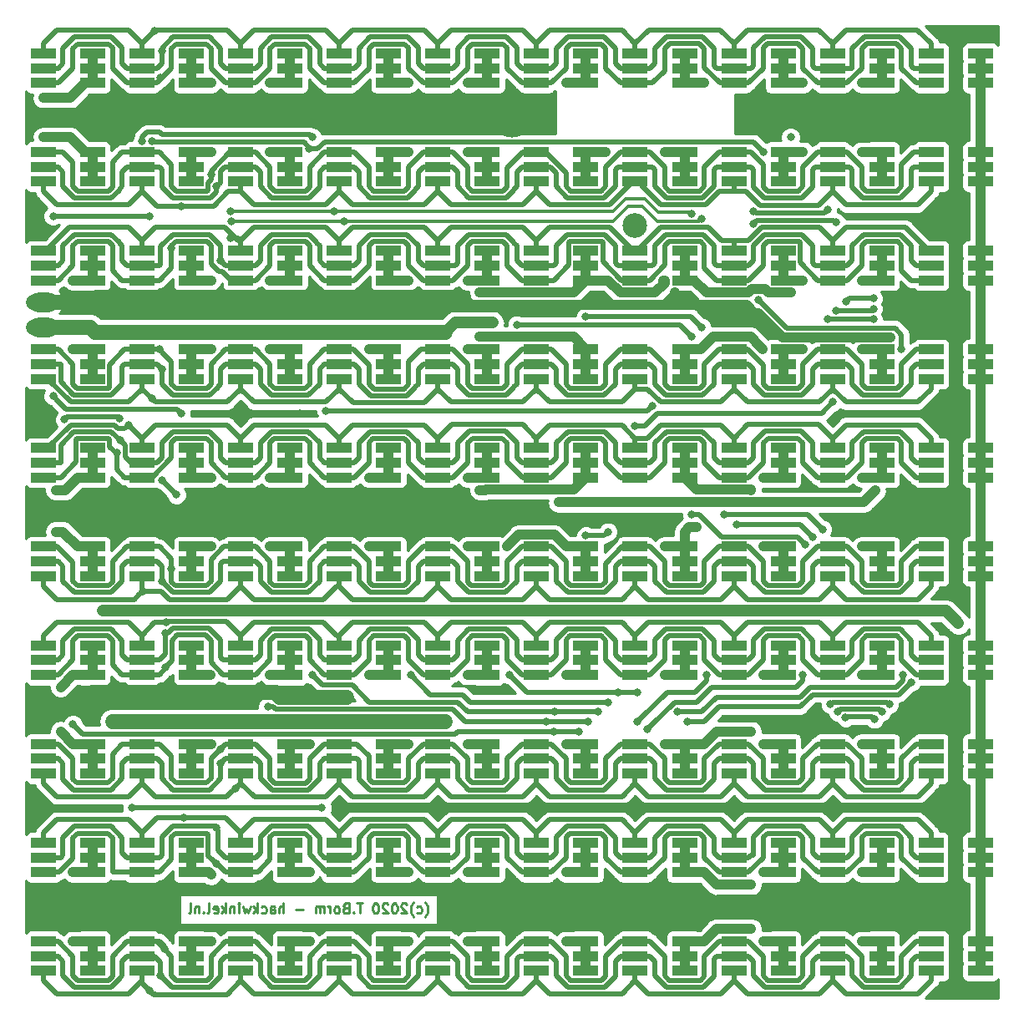
<source format=gbr>
G04 #@! TF.GenerationSoftware,KiCad,Pcbnew,5.0.2+dfsg1-1*
G04 #@! TF.CreationDate,2020-09-22T14:37:19+02:00*
G04 #@! TF.ProjectId,ledmatrix10,6c65646d-6174-4726-9978-31302e6b6963,rev?*
G04 #@! TF.SameCoordinates,Original*
G04 #@! TF.FileFunction,Copper,L2,Bot*
G04 #@! TF.FilePolarity,Positive*
%FSLAX46Y46*%
G04 Gerber Fmt 4.6, Leading zero omitted, Abs format (unit mm)*
G04 Created by KiCad (PCBNEW 5.0.2+dfsg1-1) date Tue 22 Sep 2020 02:37:19 PM CEST*
%MOMM*%
%LPD*%
G01*
G04 APERTURE LIST*
G04 #@! TA.AperFunction,NonConductor*
%ADD10C,0.250000*%
G04 #@! TD*
G04 #@! TA.AperFunction,ComponentPad*
%ADD11O,3.000000X2.000000*%
G04 #@! TD*
G04 #@! TA.AperFunction,ComponentPad*
%ADD12C,4.000000*%
G04 #@! TD*
G04 #@! TA.AperFunction,ComponentPad*
%ADD13C,2.500000*%
G04 #@! TD*
G04 #@! TA.AperFunction,SMDPad,CuDef*
%ADD14R,2.500000X1.000000*%
G04 #@! TD*
G04 #@! TA.AperFunction,ViaPad*
%ADD15C,0.800000*%
G04 #@! TD*
G04 #@! TA.AperFunction,Conductor*
%ADD16C,1.000000*%
G04 #@! TD*
G04 #@! TA.AperFunction,Conductor*
%ADD17C,0.500000*%
G04 #@! TD*
G04 #@! TA.AperFunction,Conductor*
%ADD18C,1.500000*%
G04 #@! TD*
G04 #@! TA.AperFunction,Conductor*
%ADD19C,0.350000*%
G04 #@! TD*
G04 #@! TA.AperFunction,Conductor*
%ADD20C,1.200000*%
G04 #@! TD*
G04 #@! TA.AperFunction,Conductor*
%ADD21C,0.254000*%
G04 #@! TD*
G04 APERTURE END LIST*
D10*
X141185714Y-141033333D02*
X141233333Y-140985714D01*
X141328571Y-140842857D01*
X141376190Y-140747619D01*
X141423809Y-140604761D01*
X141471428Y-140366666D01*
X141471428Y-140176190D01*
X141423809Y-139938095D01*
X141376190Y-139795238D01*
X141328571Y-139700000D01*
X141233333Y-139557142D01*
X141185714Y-139509523D01*
X140376190Y-140604761D02*
X140471428Y-140652380D01*
X140661904Y-140652380D01*
X140757142Y-140604761D01*
X140804761Y-140557142D01*
X140852380Y-140461904D01*
X140852380Y-140176190D01*
X140804761Y-140080952D01*
X140757142Y-140033333D01*
X140661904Y-139985714D01*
X140471428Y-139985714D01*
X140376190Y-140033333D01*
X140042857Y-141033333D02*
X139995238Y-140985714D01*
X139900000Y-140842857D01*
X139852380Y-140747619D01*
X139804761Y-140604761D01*
X139757142Y-140366666D01*
X139757142Y-140176190D01*
X139804761Y-139938095D01*
X139852380Y-139795238D01*
X139900000Y-139700000D01*
X139995238Y-139557142D01*
X140042857Y-139509523D01*
X139328571Y-139747619D02*
X139280952Y-139700000D01*
X139185714Y-139652380D01*
X138947619Y-139652380D01*
X138852380Y-139700000D01*
X138804761Y-139747619D01*
X138757142Y-139842857D01*
X138757142Y-139938095D01*
X138804761Y-140080952D01*
X139376190Y-140652380D01*
X138757142Y-140652380D01*
X138138095Y-139652380D02*
X138042857Y-139652380D01*
X137947619Y-139700000D01*
X137900000Y-139747619D01*
X137852380Y-139842857D01*
X137804761Y-140033333D01*
X137804761Y-140271428D01*
X137852380Y-140461904D01*
X137900000Y-140557142D01*
X137947619Y-140604761D01*
X138042857Y-140652380D01*
X138138095Y-140652380D01*
X138233333Y-140604761D01*
X138280952Y-140557142D01*
X138328571Y-140461904D01*
X138376190Y-140271428D01*
X138376190Y-140033333D01*
X138328571Y-139842857D01*
X138280952Y-139747619D01*
X138233333Y-139700000D01*
X138138095Y-139652380D01*
X137423809Y-139747619D02*
X137376190Y-139700000D01*
X137280952Y-139652380D01*
X137042857Y-139652380D01*
X136947619Y-139700000D01*
X136900000Y-139747619D01*
X136852380Y-139842857D01*
X136852380Y-139938095D01*
X136900000Y-140080952D01*
X137471428Y-140652380D01*
X136852380Y-140652380D01*
X136233333Y-139652380D02*
X136138095Y-139652380D01*
X136042857Y-139700000D01*
X135995238Y-139747619D01*
X135947619Y-139842857D01*
X135900000Y-140033333D01*
X135900000Y-140271428D01*
X135947619Y-140461904D01*
X135995238Y-140557142D01*
X136042857Y-140604761D01*
X136138095Y-140652380D01*
X136233333Y-140652380D01*
X136328571Y-140604761D01*
X136376190Y-140557142D01*
X136423809Y-140461904D01*
X136471428Y-140271428D01*
X136471428Y-140033333D01*
X136423809Y-139842857D01*
X136376190Y-139747619D01*
X136328571Y-139700000D01*
X136233333Y-139652380D01*
X134852380Y-139652380D02*
X134280952Y-139652380D01*
X134566666Y-140652380D02*
X134566666Y-139652380D01*
X133947619Y-140557142D02*
X133900000Y-140604761D01*
X133947619Y-140652380D01*
X133995238Y-140604761D01*
X133947619Y-140557142D01*
X133947619Y-140652380D01*
X133138095Y-140128571D02*
X132995238Y-140176190D01*
X132947619Y-140223809D01*
X132900000Y-140319047D01*
X132900000Y-140461904D01*
X132947619Y-140557142D01*
X132995238Y-140604761D01*
X133090476Y-140652380D01*
X133471428Y-140652380D01*
X133471428Y-139652380D01*
X133138095Y-139652380D01*
X133042857Y-139700000D01*
X132995238Y-139747619D01*
X132947619Y-139842857D01*
X132947619Y-139938095D01*
X132995238Y-140033333D01*
X133042857Y-140080952D01*
X133138095Y-140128571D01*
X133471428Y-140128571D01*
X132328571Y-140652380D02*
X132423809Y-140604761D01*
X132471428Y-140557142D01*
X132519047Y-140461904D01*
X132519047Y-140176190D01*
X132471428Y-140080952D01*
X132423809Y-140033333D01*
X132328571Y-139985714D01*
X132185714Y-139985714D01*
X132090476Y-140033333D01*
X132042857Y-140080952D01*
X131995238Y-140176190D01*
X131995238Y-140461904D01*
X132042857Y-140557142D01*
X132090476Y-140604761D01*
X132185714Y-140652380D01*
X132328571Y-140652380D01*
X131566666Y-140652380D02*
X131566666Y-139985714D01*
X131566666Y-140176190D02*
X131519047Y-140080952D01*
X131471428Y-140033333D01*
X131376190Y-139985714D01*
X131280952Y-139985714D01*
X130947619Y-140652380D02*
X130947619Y-139985714D01*
X130947619Y-140080952D02*
X130900000Y-140033333D01*
X130804761Y-139985714D01*
X130661904Y-139985714D01*
X130566666Y-140033333D01*
X130519047Y-140128571D01*
X130519047Y-140652380D01*
X130519047Y-140128571D02*
X130471428Y-140033333D01*
X130376190Y-139985714D01*
X130233333Y-139985714D01*
X130138095Y-140033333D01*
X130090476Y-140128571D01*
X130090476Y-140652380D01*
X128852380Y-140271428D02*
X128090476Y-140271428D01*
X126852380Y-140652380D02*
X126852380Y-139652380D01*
X126423809Y-140652380D02*
X126423809Y-140128571D01*
X126471428Y-140033333D01*
X126566666Y-139985714D01*
X126709523Y-139985714D01*
X126804761Y-140033333D01*
X126852380Y-140080952D01*
X125519047Y-140652380D02*
X125519047Y-140128571D01*
X125566666Y-140033333D01*
X125661904Y-139985714D01*
X125852380Y-139985714D01*
X125947619Y-140033333D01*
X125519047Y-140604761D02*
X125614285Y-140652380D01*
X125852380Y-140652380D01*
X125947619Y-140604761D01*
X125995238Y-140509523D01*
X125995238Y-140414285D01*
X125947619Y-140319047D01*
X125852380Y-140271428D01*
X125614285Y-140271428D01*
X125519047Y-140223809D01*
X124614285Y-140604761D02*
X124709523Y-140652380D01*
X124900000Y-140652380D01*
X124995238Y-140604761D01*
X125042857Y-140557142D01*
X125090476Y-140461904D01*
X125090476Y-140176190D01*
X125042857Y-140080952D01*
X124995238Y-140033333D01*
X124900000Y-139985714D01*
X124709523Y-139985714D01*
X124614285Y-140033333D01*
X124185714Y-140652380D02*
X124185714Y-139652380D01*
X124090476Y-140271428D02*
X123804761Y-140652380D01*
X123804761Y-139985714D02*
X124185714Y-140366666D01*
X123471428Y-139985714D02*
X123280952Y-140652380D01*
X123090476Y-140176190D01*
X122900000Y-140652380D01*
X122709523Y-139985714D01*
X122328571Y-140652380D02*
X122328571Y-139985714D01*
X122328571Y-139652380D02*
X122376190Y-139700000D01*
X122328571Y-139747619D01*
X122280952Y-139700000D01*
X122328571Y-139652380D01*
X122328571Y-139747619D01*
X121852380Y-139985714D02*
X121852380Y-140652380D01*
X121852380Y-140080952D02*
X121804761Y-140033333D01*
X121709523Y-139985714D01*
X121566666Y-139985714D01*
X121471428Y-140033333D01*
X121423809Y-140128571D01*
X121423809Y-140652380D01*
X120947619Y-140652380D02*
X120947619Y-139652380D01*
X120852380Y-140271428D02*
X120566666Y-140652380D01*
X120566666Y-139985714D02*
X120947619Y-140366666D01*
X119757142Y-140604761D02*
X119852380Y-140652380D01*
X120042857Y-140652380D01*
X120138095Y-140604761D01*
X120185714Y-140509523D01*
X120185714Y-140128571D01*
X120138095Y-140033333D01*
X120042857Y-139985714D01*
X119852380Y-139985714D01*
X119757142Y-140033333D01*
X119709523Y-140128571D01*
X119709523Y-140223809D01*
X120185714Y-140319047D01*
X119138095Y-140652380D02*
X119233333Y-140604761D01*
X119280952Y-140509523D01*
X119280952Y-139652380D01*
X118757142Y-140557142D02*
X118709523Y-140604761D01*
X118757142Y-140652380D01*
X118804761Y-140604761D01*
X118757142Y-140557142D01*
X118757142Y-140652380D01*
X118280952Y-139985714D02*
X118280952Y-140652380D01*
X118280952Y-140080952D02*
X118233333Y-140033333D01*
X118138095Y-139985714D01*
X117995238Y-139985714D01*
X117900000Y-140033333D01*
X117852380Y-140128571D01*
X117852380Y-140652380D01*
X117233333Y-140652380D02*
X117328571Y-140604761D01*
X117376190Y-140509523D01*
X117376190Y-139652380D01*
D11*
G04 #@! TO.P,U116,2*
G04 #@! TO.N,GND*
X102500000Y-78730000D03*
G04 #@! TO.P,U116,1*
G04 #@! TO.N,+5V*
X102500000Y-81270000D03*
G04 #@! TD*
D12*
G04 #@! TO.P,U114,1*
G04 #@! TO.N,GND*
X150000000Y-60000000D03*
G04 #@! TD*
G04 #@! TO.P,U113,1*
G04 #@! TO.N,GND*
X110000000Y-100000000D03*
G04 #@! TD*
G04 #@! TO.P,U112,1*
G04 #@! TO.N,GND*
X110000000Y-140000000D03*
G04 #@! TD*
G04 #@! TO.P,U111,1*
G04 #@! TO.N,GND*
X110000000Y-60000000D03*
G04 #@! TD*
G04 #@! TO.P,U109,1*
G04 #@! TO.N,GND*
X190000000Y-140000000D03*
G04 #@! TD*
G04 #@! TO.P,U108,1*
G04 #@! TO.N,GND*
X150000000Y-140000000D03*
G04 #@! TD*
G04 #@! TO.P,U107,1*
G04 #@! TO.N,GND*
X190000000Y-100000000D03*
G04 #@! TD*
G04 #@! TO.P,U115,1*
G04 #@! TO.N,GND*
X190000000Y-60000000D03*
G04 #@! TD*
D13*
G04 #@! TO.P,U105,39*
G04 #@! TO.N,GND*
X162500000Y-70920000D03*
G04 #@! TD*
D14*
G04 #@! TO.P,U32,6*
G04 #@! TO.N,Net-(U102-Pad6)*
X122500000Y-133500000D03*
G04 #@! TO.P,U32,5*
G04 #@! TO.N,Net-(U102-Pad5)*
X122500000Y-135000000D03*
G04 #@! TO.P,U32,4*
G04 #@! TO.N,Net-(U102-Pad4)*
X122500000Y-136500000D03*
G04 #@! TO.P,U32,3*
G04 #@! TO.N,Net-(R11-Pad1)*
X127500000Y-136500000D03*
G04 #@! TO.P,U32,2*
X127500000Y-135000000D03*
G04 #@! TO.P,U32,1*
X127500000Y-133500000D03*
G04 #@! TD*
G04 #@! TO.P,U7,6*
G04 #@! TO.N,Net-(U17-Pad6)*
X102500000Y-83500000D03*
G04 #@! TO.P,U7,5*
G04 #@! TO.N,Net-(U17-Pad5)*
X102500000Y-85000000D03*
G04 #@! TO.P,U7,4*
G04 #@! TO.N,Net-(U17-Pad4)*
X102500000Y-86500000D03*
G04 #@! TO.P,U7,3*
G04 #@! TO.N,Net-(R5-Pad1)*
X107500000Y-86500000D03*
G04 #@! TO.P,U7,2*
X107500000Y-85000000D03*
G04 #@! TO.P,U7,1*
X107500000Y-83500000D03*
G04 #@! TD*
G04 #@! TO.P,U78,6*
G04 #@! TO.N,Net-(U18-Pad6)*
X172500000Y-93500000D03*
G04 #@! TO.P,U78,5*
G04 #@! TO.N,Net-(U18-Pad5)*
X172500000Y-95000000D03*
G04 #@! TO.P,U78,4*
G04 #@! TO.N,Net-(U18-Pad4)*
X172500000Y-96500000D03*
G04 #@! TO.P,U78,3*
G04 #@! TO.N,Net-(R26-Pad1)*
X177500000Y-96500000D03*
G04 #@! TO.P,U78,2*
X177500000Y-95000000D03*
G04 #@! TO.P,U78,1*
X177500000Y-93500000D03*
G04 #@! TD*
G04 #@! TO.P,U77,6*
G04 #@! TO.N,Net-(U17-Pad6)*
X172500000Y-83500000D03*
G04 #@! TO.P,U77,5*
G04 #@! TO.N,Net-(U17-Pad5)*
X172500000Y-85000000D03*
G04 #@! TO.P,U77,4*
G04 #@! TO.N,Net-(U17-Pad4)*
X172500000Y-86500000D03*
G04 #@! TO.P,U77,3*
G04 #@! TO.N,Net-(R26-Pad1)*
X177500000Y-86500000D03*
G04 #@! TO.P,U77,2*
X177500000Y-85000000D03*
G04 #@! TO.P,U77,1*
X177500000Y-83500000D03*
G04 #@! TD*
G04 #@! TO.P,U76,6*
G04 #@! TO.N,Net-(U16-Pad6)*
X172500000Y-73500000D03*
G04 #@! TO.P,U76,5*
G04 #@! TO.N,Net-(U16-Pad5)*
X172500000Y-75000000D03*
G04 #@! TO.P,U76,4*
G04 #@! TO.N,Net-(U16-Pad4)*
X172500000Y-76500000D03*
G04 #@! TO.P,U76,3*
G04 #@! TO.N,Net-(R26-Pad1)*
X177500000Y-76500000D03*
G04 #@! TO.P,U76,2*
X177500000Y-75000000D03*
G04 #@! TO.P,U76,1*
X177500000Y-73500000D03*
G04 #@! TD*
G04 #@! TO.P,U75,6*
G04 #@! TO.N,Net-(U15-Pad6)*
X172500000Y-63500000D03*
G04 #@! TO.P,U75,5*
G04 #@! TO.N,Net-(U15-Pad5)*
X172500000Y-65000000D03*
G04 #@! TO.P,U75,4*
G04 #@! TO.N,Net-(U15-Pad4)*
X172500000Y-66500000D03*
G04 #@! TO.P,U75,3*
G04 #@! TO.N,Net-(R26-Pad1)*
X177500000Y-66500000D03*
G04 #@! TO.P,U75,2*
X177500000Y-65000000D03*
G04 #@! TO.P,U75,1*
X177500000Y-63500000D03*
G04 #@! TD*
G04 #@! TO.P,U74,6*
G04 #@! TO.N,Net-(U14-Pad6)*
X172500000Y-53500000D03*
G04 #@! TO.P,U74,5*
G04 #@! TO.N,Net-(U14-Pad5)*
X172500000Y-55000000D03*
G04 #@! TO.P,U74,4*
G04 #@! TO.N,Net-(U14-Pad4)*
X172500000Y-56500000D03*
G04 #@! TO.P,U74,3*
G04 #@! TO.N,Net-(R26-Pad1)*
X177500000Y-56500000D03*
G04 #@! TO.P,U74,2*
X177500000Y-55000000D03*
G04 #@! TO.P,U74,1*
X177500000Y-53500000D03*
G04 #@! TD*
G04 #@! TO.P,U73,6*
G04 #@! TO.N,Net-(U103-Pad6)*
X162500000Y-143500000D03*
G04 #@! TO.P,U73,5*
G04 #@! TO.N,Net-(U103-Pad5)*
X162500000Y-145000000D03*
G04 #@! TO.P,U73,4*
G04 #@! TO.N,Net-(U103-Pad4)*
X162500000Y-146500000D03*
G04 #@! TO.P,U73,3*
G04 #@! TO.N,Net-(R23-Pad1)*
X167500000Y-146500000D03*
G04 #@! TO.P,U73,2*
X167500000Y-145000000D03*
G04 #@! TO.P,U73,1*
X167500000Y-143500000D03*
G04 #@! TD*
G04 #@! TO.P,U72,6*
G04 #@! TO.N,Net-(U102-Pad6)*
X162500000Y-133500000D03*
G04 #@! TO.P,U72,5*
G04 #@! TO.N,Net-(U102-Pad5)*
X162500000Y-135000000D03*
G04 #@! TO.P,U72,4*
G04 #@! TO.N,Net-(U102-Pad4)*
X162500000Y-136500000D03*
G04 #@! TO.P,U72,3*
G04 #@! TO.N,Net-(R23-Pad1)*
X167500000Y-136500000D03*
G04 #@! TO.P,U72,2*
X167500000Y-135000000D03*
G04 #@! TO.P,U72,1*
X167500000Y-133500000D03*
G04 #@! TD*
G04 #@! TO.P,U71,6*
G04 #@! TO.N,Net-(U101-Pad6)*
X162500000Y-123500000D03*
G04 #@! TO.P,U71,5*
G04 #@! TO.N,Net-(U101-Pad5)*
X162500000Y-125000000D03*
G04 #@! TO.P,U71,4*
G04 #@! TO.N,Net-(U101-Pad4)*
X162500000Y-126500000D03*
G04 #@! TO.P,U71,3*
G04 #@! TO.N,Net-(R23-Pad1)*
X167500000Y-126500000D03*
G04 #@! TO.P,U71,2*
X167500000Y-125000000D03*
G04 #@! TO.P,U71,1*
X167500000Y-123500000D03*
G04 #@! TD*
G04 #@! TO.P,U70,6*
G04 #@! TO.N,Net-(U10-Pad6)*
X162500000Y-113500000D03*
G04 #@! TO.P,U70,5*
G04 #@! TO.N,Net-(U10-Pad5)*
X162500000Y-115000000D03*
G04 #@! TO.P,U70,4*
G04 #@! TO.N,Net-(U10-Pad4)*
X162500000Y-116500000D03*
G04 #@! TO.P,U70,3*
G04 #@! TO.N,Net-(R23-Pad1)*
X167500000Y-116500000D03*
G04 #@! TO.P,U70,2*
X167500000Y-115000000D03*
G04 #@! TO.P,U70,1*
X167500000Y-113500000D03*
G04 #@! TD*
G04 #@! TO.P,U69,6*
G04 #@! TO.N,Net-(U19-Pad6)*
X162500000Y-103500000D03*
G04 #@! TO.P,U69,5*
G04 #@! TO.N,Net-(U19-Pad5)*
X162500000Y-105000000D03*
G04 #@! TO.P,U69,4*
G04 #@! TO.N,Net-(U19-Pad4)*
X162500000Y-106500000D03*
G04 #@! TO.P,U69,3*
G04 #@! TO.N,Net-(R23-Pad1)*
X167500000Y-106500000D03*
G04 #@! TO.P,U69,2*
X167500000Y-105000000D03*
G04 #@! TO.P,U69,1*
X167500000Y-103500000D03*
G04 #@! TD*
G04 #@! TO.P,U68,6*
G04 #@! TO.N,Net-(U18-Pad6)*
X162500000Y-93500000D03*
G04 #@! TO.P,U68,5*
G04 #@! TO.N,Net-(U18-Pad5)*
X162500000Y-95000000D03*
G04 #@! TO.P,U68,4*
G04 #@! TO.N,Net-(U18-Pad4)*
X162500000Y-96500000D03*
G04 #@! TO.P,U68,3*
G04 #@! TO.N,Net-(R23-Pad1)*
X167500000Y-96500000D03*
G04 #@! TO.P,U68,2*
X167500000Y-95000000D03*
G04 #@! TO.P,U68,1*
X167500000Y-93500000D03*
G04 #@! TD*
G04 #@! TO.P,U28,6*
G04 #@! TO.N,Net-(U18-Pad6)*
X122500000Y-93500000D03*
G04 #@! TO.P,U28,5*
G04 #@! TO.N,Net-(U18-Pad5)*
X122500000Y-95000000D03*
G04 #@! TO.P,U28,4*
G04 #@! TO.N,Net-(U18-Pad4)*
X122500000Y-96500000D03*
G04 #@! TO.P,U28,3*
G04 #@! TO.N,Net-(R11-Pad1)*
X127500000Y-96500000D03*
G04 #@! TO.P,U28,2*
X127500000Y-95000000D03*
G04 #@! TO.P,U28,1*
X127500000Y-93500000D03*
G04 #@! TD*
G04 #@! TO.P,U66,6*
G04 #@! TO.N,Net-(U16-Pad6)*
X162500000Y-73500000D03*
G04 #@! TO.P,U66,5*
G04 #@! TO.N,Net-(U16-Pad5)*
X162500000Y-75000000D03*
G04 #@! TO.P,U66,4*
G04 #@! TO.N,Net-(U16-Pad4)*
X162500000Y-76500000D03*
G04 #@! TO.P,U66,3*
G04 #@! TO.N,Net-(R23-Pad1)*
X167500000Y-76500000D03*
G04 #@! TO.P,U66,2*
X167500000Y-75000000D03*
G04 #@! TO.P,U66,1*
X167500000Y-73500000D03*
G04 #@! TD*
G04 #@! TO.P,U65,6*
G04 #@! TO.N,Net-(U15-Pad6)*
X162500000Y-63500000D03*
G04 #@! TO.P,U65,5*
G04 #@! TO.N,Net-(U15-Pad5)*
X162500000Y-65000000D03*
G04 #@! TO.P,U65,4*
G04 #@! TO.N,Net-(U15-Pad4)*
X162500000Y-66500000D03*
G04 #@! TO.P,U65,3*
G04 #@! TO.N,Net-(R23-Pad1)*
X167500000Y-66500000D03*
G04 #@! TO.P,U65,2*
X167500000Y-65000000D03*
G04 #@! TO.P,U65,1*
X167500000Y-63500000D03*
G04 #@! TD*
G04 #@! TO.P,U64,6*
G04 #@! TO.N,Net-(U14-Pad6)*
X162500000Y-53500000D03*
G04 #@! TO.P,U64,5*
G04 #@! TO.N,Net-(U14-Pad5)*
X162500000Y-55000000D03*
G04 #@! TO.P,U64,4*
G04 #@! TO.N,Net-(U14-Pad4)*
X162500000Y-56500000D03*
G04 #@! TO.P,U64,3*
G04 #@! TO.N,Net-(R23-Pad1)*
X167500000Y-56500000D03*
G04 #@! TO.P,U64,2*
X167500000Y-55000000D03*
G04 #@! TO.P,U64,1*
X167500000Y-53500000D03*
G04 #@! TD*
G04 #@! TO.P,U63,6*
G04 #@! TO.N,Net-(U103-Pad6)*
X152500000Y-143500000D03*
G04 #@! TO.P,U63,5*
G04 #@! TO.N,Net-(U103-Pad5)*
X152500000Y-145000000D03*
G04 #@! TO.P,U63,4*
G04 #@! TO.N,Net-(U103-Pad4)*
X152500000Y-146500000D03*
G04 #@! TO.P,U63,3*
G04 #@! TO.N,Net-(R20-Pad1)*
X157500000Y-146500000D03*
G04 #@! TO.P,U63,2*
X157500000Y-145000000D03*
G04 #@! TO.P,U63,1*
X157500000Y-143500000D03*
G04 #@! TD*
G04 #@! TO.P,U62,6*
G04 #@! TO.N,Net-(U102-Pad6)*
X152500000Y-133500000D03*
G04 #@! TO.P,U62,5*
G04 #@! TO.N,Net-(U102-Pad5)*
X152500000Y-135000000D03*
G04 #@! TO.P,U62,4*
G04 #@! TO.N,Net-(U102-Pad4)*
X152500000Y-136500000D03*
G04 #@! TO.P,U62,3*
G04 #@! TO.N,Net-(R20-Pad1)*
X157500000Y-136500000D03*
G04 #@! TO.P,U62,2*
X157500000Y-135000000D03*
G04 #@! TO.P,U62,1*
X157500000Y-133500000D03*
G04 #@! TD*
G04 #@! TO.P,U61,6*
G04 #@! TO.N,Net-(U101-Pad6)*
X152500000Y-123500000D03*
G04 #@! TO.P,U61,5*
G04 #@! TO.N,Net-(U101-Pad5)*
X152500000Y-125000000D03*
G04 #@! TO.P,U61,4*
G04 #@! TO.N,Net-(U101-Pad4)*
X152500000Y-126500000D03*
G04 #@! TO.P,U61,3*
G04 #@! TO.N,Net-(R20-Pad1)*
X157500000Y-126500000D03*
G04 #@! TO.P,U61,2*
X157500000Y-125000000D03*
G04 #@! TO.P,U61,1*
X157500000Y-123500000D03*
G04 #@! TD*
G04 #@! TO.P,U60,6*
G04 #@! TO.N,Net-(U10-Pad6)*
X152500000Y-113500000D03*
G04 #@! TO.P,U60,5*
G04 #@! TO.N,Net-(U10-Pad5)*
X152500000Y-115000000D03*
G04 #@! TO.P,U60,4*
G04 #@! TO.N,Net-(U10-Pad4)*
X152500000Y-116500000D03*
G04 #@! TO.P,U60,3*
G04 #@! TO.N,Net-(R20-Pad1)*
X157500000Y-116500000D03*
G04 #@! TO.P,U60,2*
X157500000Y-115000000D03*
G04 #@! TO.P,U60,1*
X157500000Y-113500000D03*
G04 #@! TD*
G04 #@! TO.P,U59,6*
G04 #@! TO.N,Net-(U19-Pad6)*
X152500000Y-103500000D03*
G04 #@! TO.P,U59,5*
G04 #@! TO.N,Net-(U19-Pad5)*
X152500000Y-105000000D03*
G04 #@! TO.P,U59,4*
G04 #@! TO.N,Net-(U19-Pad4)*
X152500000Y-106500000D03*
G04 #@! TO.P,U59,3*
G04 #@! TO.N,Net-(R20-Pad1)*
X157500000Y-106500000D03*
G04 #@! TO.P,U59,2*
X157500000Y-105000000D03*
G04 #@! TO.P,U59,1*
X157500000Y-103500000D03*
G04 #@! TD*
G04 #@! TO.P,U58,6*
G04 #@! TO.N,Net-(U18-Pad6)*
X152500000Y-93500000D03*
G04 #@! TO.P,U58,5*
G04 #@! TO.N,Net-(U18-Pad5)*
X152500000Y-95000000D03*
G04 #@! TO.P,U58,4*
G04 #@! TO.N,Net-(U18-Pad4)*
X152500000Y-96500000D03*
G04 #@! TO.P,U58,3*
G04 #@! TO.N,Net-(R20-Pad1)*
X157500000Y-96500000D03*
G04 #@! TO.P,U58,2*
X157500000Y-95000000D03*
G04 #@! TO.P,U58,1*
X157500000Y-93500000D03*
G04 #@! TD*
G04 #@! TO.P,U57,6*
G04 #@! TO.N,Net-(U17-Pad6)*
X152500000Y-83500000D03*
G04 #@! TO.P,U57,5*
G04 #@! TO.N,Net-(U17-Pad5)*
X152500000Y-85000000D03*
G04 #@! TO.P,U57,4*
G04 #@! TO.N,Net-(U17-Pad4)*
X152500000Y-86500000D03*
G04 #@! TO.P,U57,3*
G04 #@! TO.N,Net-(R20-Pad1)*
X157500000Y-86500000D03*
G04 #@! TO.P,U57,2*
X157500000Y-85000000D03*
G04 #@! TO.P,U57,1*
X157500000Y-83500000D03*
G04 #@! TD*
G04 #@! TO.P,U55,6*
G04 #@! TO.N,Net-(U15-Pad6)*
X152500000Y-63500000D03*
G04 #@! TO.P,U55,5*
G04 #@! TO.N,Net-(U15-Pad5)*
X152500000Y-65000000D03*
G04 #@! TO.P,U55,4*
G04 #@! TO.N,Net-(U15-Pad4)*
X152500000Y-66500000D03*
G04 #@! TO.P,U55,3*
G04 #@! TO.N,Net-(R20-Pad1)*
X157500000Y-66500000D03*
G04 #@! TO.P,U55,2*
X157500000Y-65000000D03*
G04 #@! TO.P,U55,1*
X157500000Y-63500000D03*
G04 #@! TD*
G04 #@! TO.P,U67,6*
G04 #@! TO.N,Net-(U17-Pad6)*
X162500000Y-83500000D03*
G04 #@! TO.P,U67,5*
G04 #@! TO.N,Net-(U17-Pad5)*
X162500000Y-85000000D03*
G04 #@! TO.P,U67,4*
G04 #@! TO.N,Net-(U17-Pad4)*
X162500000Y-86500000D03*
G04 #@! TO.P,U67,3*
G04 #@! TO.N,Net-(R23-Pad1)*
X167500000Y-86500000D03*
G04 #@! TO.P,U67,2*
X167500000Y-85000000D03*
G04 #@! TO.P,U67,1*
X167500000Y-83500000D03*
G04 #@! TD*
G04 #@! TO.P,U79,6*
G04 #@! TO.N,Net-(U19-Pad6)*
X172500000Y-103500000D03*
G04 #@! TO.P,U79,5*
G04 #@! TO.N,Net-(U19-Pad5)*
X172500000Y-105000000D03*
G04 #@! TO.P,U79,4*
G04 #@! TO.N,Net-(U19-Pad4)*
X172500000Y-106500000D03*
G04 #@! TO.P,U79,3*
G04 #@! TO.N,Net-(R26-Pad1)*
X177500000Y-106500000D03*
G04 #@! TO.P,U79,2*
X177500000Y-105000000D03*
G04 #@! TO.P,U79,1*
X177500000Y-103500000D03*
G04 #@! TD*
G04 #@! TO.P,U41,6*
G04 #@! TO.N,Net-(U101-Pad6)*
X132500000Y-123500000D03*
G04 #@! TO.P,U41,5*
G04 #@! TO.N,Net-(U101-Pad5)*
X132500000Y-125000000D03*
G04 #@! TO.P,U41,4*
G04 #@! TO.N,Net-(U101-Pad4)*
X132500000Y-126500000D03*
G04 #@! TO.P,U41,3*
G04 #@! TO.N,Net-(R14-Pad1)*
X137500000Y-126500000D03*
G04 #@! TO.P,U41,2*
X137500000Y-125000000D03*
G04 #@! TO.P,U41,1*
X137500000Y-123500000D03*
G04 #@! TD*
G04 #@! TO.P,U52,6*
G04 #@! TO.N,Net-(U102-Pad6)*
X142500000Y-133500000D03*
G04 #@! TO.P,U52,5*
G04 #@! TO.N,Net-(U102-Pad5)*
X142500000Y-135000000D03*
G04 #@! TO.P,U52,4*
G04 #@! TO.N,Net-(U102-Pad4)*
X142500000Y-136500000D03*
G04 #@! TO.P,U52,3*
G04 #@! TO.N,Net-(R17-Pad1)*
X147500000Y-136500000D03*
G04 #@! TO.P,U52,2*
X147500000Y-135000000D03*
G04 #@! TO.P,U52,1*
X147500000Y-133500000D03*
G04 #@! TD*
G04 #@! TO.P,U51,6*
G04 #@! TO.N,Net-(U101-Pad6)*
X142500000Y-123500000D03*
G04 #@! TO.P,U51,5*
G04 #@! TO.N,Net-(U101-Pad5)*
X142500000Y-125000000D03*
G04 #@! TO.P,U51,4*
G04 #@! TO.N,Net-(U101-Pad4)*
X142500000Y-126500000D03*
G04 #@! TO.P,U51,3*
G04 #@! TO.N,Net-(R17-Pad1)*
X147500000Y-126500000D03*
G04 #@! TO.P,U51,2*
X147500000Y-125000000D03*
G04 #@! TO.P,U51,1*
X147500000Y-123500000D03*
G04 #@! TD*
G04 #@! TO.P,U50,6*
G04 #@! TO.N,Net-(U10-Pad6)*
X142500000Y-113500000D03*
G04 #@! TO.P,U50,5*
G04 #@! TO.N,Net-(U10-Pad5)*
X142500000Y-115000000D03*
G04 #@! TO.P,U50,4*
G04 #@! TO.N,Net-(U10-Pad4)*
X142500000Y-116500000D03*
G04 #@! TO.P,U50,3*
G04 #@! TO.N,Net-(R17-Pad1)*
X147500000Y-116500000D03*
G04 #@! TO.P,U50,2*
X147500000Y-115000000D03*
G04 #@! TO.P,U50,1*
X147500000Y-113500000D03*
G04 #@! TD*
G04 #@! TO.P,U49,6*
G04 #@! TO.N,Net-(U19-Pad6)*
X142500000Y-103500000D03*
G04 #@! TO.P,U49,5*
G04 #@! TO.N,Net-(U19-Pad5)*
X142500000Y-105000000D03*
G04 #@! TO.P,U49,4*
G04 #@! TO.N,Net-(U19-Pad4)*
X142500000Y-106500000D03*
G04 #@! TO.P,U49,3*
G04 #@! TO.N,Net-(R17-Pad1)*
X147500000Y-106500000D03*
G04 #@! TO.P,U49,2*
X147500000Y-105000000D03*
G04 #@! TO.P,U49,1*
X147500000Y-103500000D03*
G04 #@! TD*
G04 #@! TO.P,U48,6*
G04 #@! TO.N,Net-(U18-Pad6)*
X142500000Y-93500000D03*
G04 #@! TO.P,U48,5*
G04 #@! TO.N,Net-(U18-Pad5)*
X142500000Y-95000000D03*
G04 #@! TO.P,U48,4*
G04 #@! TO.N,Net-(U18-Pad4)*
X142500000Y-96500000D03*
G04 #@! TO.P,U48,3*
G04 #@! TO.N,Net-(R17-Pad1)*
X147500000Y-96500000D03*
G04 #@! TO.P,U48,2*
X147500000Y-95000000D03*
G04 #@! TO.P,U48,1*
X147500000Y-93500000D03*
G04 #@! TD*
G04 #@! TO.P,U47,6*
G04 #@! TO.N,Net-(U17-Pad6)*
X142500000Y-83500000D03*
G04 #@! TO.P,U47,5*
G04 #@! TO.N,Net-(U17-Pad5)*
X142500000Y-85000000D03*
G04 #@! TO.P,U47,4*
G04 #@! TO.N,Net-(U17-Pad4)*
X142500000Y-86500000D03*
G04 #@! TO.P,U47,3*
G04 #@! TO.N,Net-(R17-Pad1)*
X147500000Y-86500000D03*
G04 #@! TO.P,U47,2*
X147500000Y-85000000D03*
G04 #@! TO.P,U47,1*
X147500000Y-83500000D03*
G04 #@! TD*
G04 #@! TO.P,U46,6*
G04 #@! TO.N,Net-(U16-Pad6)*
X142500000Y-73500000D03*
G04 #@! TO.P,U46,5*
G04 #@! TO.N,Net-(U16-Pad5)*
X142500000Y-75000000D03*
G04 #@! TO.P,U46,4*
G04 #@! TO.N,Net-(U16-Pad4)*
X142500000Y-76500000D03*
G04 #@! TO.P,U46,3*
G04 #@! TO.N,Net-(R17-Pad1)*
X147500000Y-76500000D03*
G04 #@! TO.P,U46,2*
X147500000Y-75000000D03*
G04 #@! TO.P,U46,1*
X147500000Y-73500000D03*
G04 #@! TD*
G04 #@! TO.P,U45,6*
G04 #@! TO.N,Net-(U15-Pad6)*
X142500000Y-63500000D03*
G04 #@! TO.P,U45,5*
G04 #@! TO.N,Net-(U15-Pad5)*
X142500000Y-65000000D03*
G04 #@! TO.P,U45,4*
G04 #@! TO.N,Net-(U15-Pad4)*
X142500000Y-66500000D03*
G04 #@! TO.P,U45,3*
G04 #@! TO.N,Net-(R17-Pad1)*
X147500000Y-66500000D03*
G04 #@! TO.P,U45,2*
X147500000Y-65000000D03*
G04 #@! TO.P,U45,1*
X147500000Y-63500000D03*
G04 #@! TD*
G04 #@! TO.P,U44,6*
G04 #@! TO.N,Net-(U14-Pad6)*
X142500000Y-53500000D03*
G04 #@! TO.P,U44,5*
G04 #@! TO.N,Net-(U14-Pad5)*
X142500000Y-55000000D03*
G04 #@! TO.P,U44,4*
G04 #@! TO.N,Net-(U14-Pad4)*
X142500000Y-56500000D03*
G04 #@! TO.P,U44,3*
G04 #@! TO.N,Net-(R17-Pad1)*
X147500000Y-56500000D03*
G04 #@! TO.P,U44,2*
X147500000Y-55000000D03*
G04 #@! TO.P,U44,1*
X147500000Y-53500000D03*
G04 #@! TD*
G04 #@! TO.P,U43,6*
G04 #@! TO.N,Net-(U103-Pad6)*
X132500000Y-143500000D03*
G04 #@! TO.P,U43,5*
G04 #@! TO.N,Net-(U103-Pad5)*
X132500000Y-145000000D03*
G04 #@! TO.P,U43,4*
G04 #@! TO.N,Net-(U103-Pad4)*
X132500000Y-146500000D03*
G04 #@! TO.P,U43,3*
G04 #@! TO.N,Net-(R14-Pad1)*
X137500000Y-146500000D03*
G04 #@! TO.P,U43,2*
X137500000Y-145000000D03*
G04 #@! TO.P,U43,1*
X137500000Y-143500000D03*
G04 #@! TD*
G04 #@! TO.P,U42,6*
G04 #@! TO.N,Net-(U102-Pad6)*
X132500000Y-133500000D03*
G04 #@! TO.P,U42,5*
G04 #@! TO.N,Net-(U102-Pad5)*
X132500000Y-135000000D03*
G04 #@! TO.P,U42,4*
G04 #@! TO.N,Net-(U102-Pad4)*
X132500000Y-136500000D03*
G04 #@! TO.P,U42,3*
G04 #@! TO.N,Net-(R14-Pad1)*
X137500000Y-136500000D03*
G04 #@! TO.P,U42,2*
X137500000Y-135000000D03*
G04 #@! TO.P,U42,1*
X137500000Y-133500000D03*
G04 #@! TD*
G04 #@! TO.P,U56,6*
G04 #@! TO.N,Net-(U16-Pad6)*
X152500000Y-73500000D03*
G04 #@! TO.P,U56,5*
G04 #@! TO.N,Net-(U16-Pad5)*
X152500000Y-75000000D03*
G04 #@! TO.P,U56,4*
G04 #@! TO.N,Net-(U16-Pad4)*
X152500000Y-76500000D03*
G04 #@! TO.P,U56,3*
G04 #@! TO.N,Net-(R20-Pad1)*
X157500000Y-76500000D03*
G04 #@! TO.P,U56,2*
X157500000Y-75000000D03*
G04 #@! TO.P,U56,1*
X157500000Y-73500000D03*
G04 #@! TD*
G04 #@! TO.P,U40,6*
G04 #@! TO.N,Net-(U10-Pad6)*
X132500000Y-113500000D03*
G04 #@! TO.P,U40,5*
G04 #@! TO.N,Net-(U10-Pad5)*
X132500000Y-115000000D03*
G04 #@! TO.P,U40,4*
G04 #@! TO.N,Net-(U10-Pad4)*
X132500000Y-116500000D03*
G04 #@! TO.P,U40,3*
G04 #@! TO.N,Net-(R14-Pad1)*
X137500000Y-116500000D03*
G04 #@! TO.P,U40,2*
X137500000Y-115000000D03*
G04 #@! TO.P,U40,1*
X137500000Y-113500000D03*
G04 #@! TD*
G04 #@! TO.P,U39,6*
G04 #@! TO.N,Net-(U19-Pad6)*
X132500000Y-103500000D03*
G04 #@! TO.P,U39,5*
G04 #@! TO.N,Net-(U19-Pad5)*
X132500000Y-105000000D03*
G04 #@! TO.P,U39,4*
G04 #@! TO.N,Net-(U19-Pad4)*
X132500000Y-106500000D03*
G04 #@! TO.P,U39,3*
G04 #@! TO.N,Net-(R14-Pad1)*
X137500000Y-106500000D03*
G04 #@! TO.P,U39,2*
X137500000Y-105000000D03*
G04 #@! TO.P,U39,1*
X137500000Y-103500000D03*
G04 #@! TD*
G04 #@! TO.P,U38,6*
G04 #@! TO.N,Net-(U18-Pad6)*
X132500000Y-93500000D03*
G04 #@! TO.P,U38,5*
G04 #@! TO.N,Net-(U18-Pad5)*
X132500000Y-95000000D03*
G04 #@! TO.P,U38,4*
G04 #@! TO.N,Net-(U18-Pad4)*
X132500000Y-96500000D03*
G04 #@! TO.P,U38,3*
G04 #@! TO.N,Net-(R14-Pad1)*
X137500000Y-96500000D03*
G04 #@! TO.P,U38,2*
X137500000Y-95000000D03*
G04 #@! TO.P,U38,1*
X137500000Y-93500000D03*
G04 #@! TD*
G04 #@! TO.P,U37,6*
G04 #@! TO.N,Net-(U17-Pad6)*
X132500000Y-83500000D03*
G04 #@! TO.P,U37,5*
G04 #@! TO.N,Net-(U17-Pad5)*
X132500000Y-85000000D03*
G04 #@! TO.P,U37,4*
G04 #@! TO.N,Net-(U17-Pad4)*
X132500000Y-86500000D03*
G04 #@! TO.P,U37,3*
G04 #@! TO.N,Net-(R14-Pad1)*
X137500000Y-86500000D03*
G04 #@! TO.P,U37,2*
X137500000Y-85000000D03*
G04 #@! TO.P,U37,1*
X137500000Y-83500000D03*
G04 #@! TD*
G04 #@! TO.P,U36,6*
G04 #@! TO.N,Net-(U16-Pad6)*
X132500000Y-73500000D03*
G04 #@! TO.P,U36,5*
G04 #@! TO.N,Net-(U16-Pad5)*
X132500000Y-75000000D03*
G04 #@! TO.P,U36,4*
G04 #@! TO.N,Net-(U16-Pad4)*
X132500000Y-76500000D03*
G04 #@! TO.P,U36,3*
G04 #@! TO.N,Net-(R14-Pad1)*
X137500000Y-76500000D03*
G04 #@! TO.P,U36,2*
X137500000Y-75000000D03*
G04 #@! TO.P,U36,1*
X137500000Y-73500000D03*
G04 #@! TD*
G04 #@! TO.P,U35,6*
G04 #@! TO.N,Net-(U15-Pad6)*
X132500000Y-63500000D03*
G04 #@! TO.P,U35,5*
G04 #@! TO.N,Net-(U15-Pad5)*
X132500000Y-65000000D03*
G04 #@! TO.P,U35,4*
G04 #@! TO.N,Net-(U15-Pad4)*
X132500000Y-66500000D03*
G04 #@! TO.P,U35,3*
G04 #@! TO.N,Net-(R14-Pad1)*
X137500000Y-66500000D03*
G04 #@! TO.P,U35,2*
X137500000Y-65000000D03*
G04 #@! TO.P,U35,1*
X137500000Y-63500000D03*
G04 #@! TD*
G04 #@! TO.P,U34,6*
G04 #@! TO.N,Net-(U14-Pad6)*
X132500000Y-53500000D03*
G04 #@! TO.P,U34,5*
G04 #@! TO.N,Net-(U14-Pad5)*
X132500000Y-55000000D03*
G04 #@! TO.P,U34,4*
G04 #@! TO.N,Net-(U14-Pad4)*
X132500000Y-56500000D03*
G04 #@! TO.P,U34,3*
G04 #@! TO.N,Net-(R14-Pad1)*
X137500000Y-56500000D03*
G04 #@! TO.P,U34,2*
X137500000Y-55000000D03*
G04 #@! TO.P,U34,1*
X137500000Y-53500000D03*
G04 #@! TD*
G04 #@! TO.P,U33,6*
G04 #@! TO.N,Net-(U103-Pad6)*
X122500000Y-143500000D03*
G04 #@! TO.P,U33,5*
G04 #@! TO.N,Net-(U103-Pad5)*
X122500000Y-145000000D03*
G04 #@! TO.P,U33,4*
G04 #@! TO.N,Net-(U103-Pad4)*
X122500000Y-146500000D03*
G04 #@! TO.P,U33,3*
G04 #@! TO.N,Net-(R11-Pad1)*
X127500000Y-146500000D03*
G04 #@! TO.P,U33,2*
X127500000Y-145000000D03*
G04 #@! TO.P,U33,1*
X127500000Y-143500000D03*
G04 #@! TD*
G04 #@! TO.P,U31,6*
G04 #@! TO.N,Net-(U101-Pad6)*
X122500000Y-123500000D03*
G04 #@! TO.P,U31,5*
G04 #@! TO.N,Net-(U101-Pad5)*
X122500000Y-125000000D03*
G04 #@! TO.P,U31,4*
G04 #@! TO.N,Net-(U101-Pad4)*
X122500000Y-126500000D03*
G04 #@! TO.P,U31,3*
G04 #@! TO.N,Net-(R11-Pad1)*
X127500000Y-126500000D03*
G04 #@! TO.P,U31,2*
X127500000Y-125000000D03*
G04 #@! TO.P,U31,1*
X127500000Y-123500000D03*
G04 #@! TD*
G04 #@! TO.P,U30,6*
G04 #@! TO.N,Net-(U10-Pad6)*
X122500000Y-113500000D03*
G04 #@! TO.P,U30,5*
G04 #@! TO.N,Net-(U10-Pad5)*
X122500000Y-115000000D03*
G04 #@! TO.P,U30,4*
G04 #@! TO.N,Net-(U10-Pad4)*
X122500000Y-116500000D03*
G04 #@! TO.P,U30,3*
G04 #@! TO.N,Net-(R11-Pad1)*
X127500000Y-116500000D03*
G04 #@! TO.P,U30,2*
X127500000Y-115000000D03*
G04 #@! TO.P,U30,1*
X127500000Y-113500000D03*
G04 #@! TD*
G04 #@! TO.P,U29,6*
G04 #@! TO.N,Net-(U19-Pad6)*
X122500000Y-103500000D03*
G04 #@! TO.P,U29,5*
G04 #@! TO.N,Net-(U19-Pad5)*
X122500000Y-105000000D03*
G04 #@! TO.P,U29,4*
G04 #@! TO.N,Net-(U19-Pad4)*
X122500000Y-106500000D03*
G04 #@! TO.P,U29,3*
G04 #@! TO.N,Net-(R11-Pad1)*
X127500000Y-106500000D03*
G04 #@! TO.P,U29,2*
X127500000Y-105000000D03*
G04 #@! TO.P,U29,1*
X127500000Y-103500000D03*
G04 #@! TD*
G04 #@! TO.P,U54,6*
G04 #@! TO.N,Net-(U14-Pad6)*
X152500000Y-53500000D03*
G04 #@! TO.P,U54,5*
G04 #@! TO.N,Net-(U14-Pad5)*
X152500000Y-55000000D03*
G04 #@! TO.P,U54,4*
G04 #@! TO.N,Net-(U14-Pad4)*
X152500000Y-56500000D03*
G04 #@! TO.P,U54,3*
G04 #@! TO.N,Net-(R20-Pad1)*
X157500000Y-56500000D03*
G04 #@! TO.P,U54,2*
X157500000Y-55000000D03*
G04 #@! TO.P,U54,1*
X157500000Y-53500000D03*
G04 #@! TD*
G04 #@! TO.P,U15,6*
G04 #@! TO.N,Net-(U15-Pad6)*
X112500000Y-63500000D03*
G04 #@! TO.P,U15,5*
G04 #@! TO.N,Net-(U15-Pad5)*
X112500000Y-65000000D03*
G04 #@! TO.P,U15,4*
G04 #@! TO.N,Net-(U15-Pad4)*
X112500000Y-66500000D03*
G04 #@! TO.P,U15,3*
G04 #@! TO.N,Net-(R8-Pad1)*
X117500000Y-66500000D03*
G04 #@! TO.P,U15,2*
X117500000Y-65000000D03*
G04 #@! TO.P,U15,1*
X117500000Y-63500000D03*
G04 #@! TD*
G04 #@! TO.P,U27,6*
G04 #@! TO.N,Net-(U17-Pad6)*
X122500000Y-83500000D03*
G04 #@! TO.P,U27,5*
G04 #@! TO.N,Net-(U17-Pad5)*
X122500000Y-85000000D03*
G04 #@! TO.P,U27,4*
G04 #@! TO.N,Net-(U17-Pad4)*
X122500000Y-86500000D03*
G04 #@! TO.P,U27,3*
G04 #@! TO.N,Net-(R11-Pad1)*
X127500000Y-86500000D03*
G04 #@! TO.P,U27,2*
X127500000Y-85000000D03*
G04 #@! TO.P,U27,1*
X127500000Y-83500000D03*
G04 #@! TD*
G04 #@! TO.P,U26,6*
G04 #@! TO.N,Net-(U16-Pad6)*
X122500000Y-73500000D03*
G04 #@! TO.P,U26,5*
G04 #@! TO.N,Net-(U16-Pad5)*
X122500000Y-75000000D03*
G04 #@! TO.P,U26,4*
G04 #@! TO.N,Net-(U16-Pad4)*
X122500000Y-76500000D03*
G04 #@! TO.P,U26,3*
G04 #@! TO.N,Net-(R11-Pad1)*
X127500000Y-76500000D03*
G04 #@! TO.P,U26,2*
X127500000Y-75000000D03*
G04 #@! TO.P,U26,1*
X127500000Y-73500000D03*
G04 #@! TD*
G04 #@! TO.P,U25,6*
G04 #@! TO.N,Net-(U15-Pad6)*
X122500000Y-63500000D03*
G04 #@! TO.P,U25,5*
G04 #@! TO.N,Net-(U15-Pad5)*
X122500000Y-65000000D03*
G04 #@! TO.P,U25,4*
G04 #@! TO.N,Net-(U15-Pad4)*
X122500000Y-66500000D03*
G04 #@! TO.P,U25,3*
G04 #@! TO.N,Net-(R11-Pad1)*
X127500000Y-66500000D03*
G04 #@! TO.P,U25,2*
X127500000Y-65000000D03*
G04 #@! TO.P,U25,1*
X127500000Y-63500000D03*
G04 #@! TD*
G04 #@! TO.P,U24,6*
G04 #@! TO.N,Net-(U14-Pad6)*
X122500000Y-53500000D03*
G04 #@! TO.P,U24,5*
G04 #@! TO.N,Net-(U14-Pad5)*
X122500000Y-55000000D03*
G04 #@! TO.P,U24,4*
G04 #@! TO.N,Net-(U14-Pad4)*
X122500000Y-56500000D03*
G04 #@! TO.P,U24,3*
G04 #@! TO.N,Net-(R11-Pad1)*
X127500000Y-56500000D03*
G04 #@! TO.P,U24,2*
X127500000Y-55000000D03*
G04 #@! TO.P,U24,1*
X127500000Y-53500000D03*
G04 #@! TD*
G04 #@! TO.P,U23,6*
G04 #@! TO.N,Net-(U103-Pad6)*
X112500000Y-143500000D03*
G04 #@! TO.P,U23,5*
G04 #@! TO.N,Net-(U103-Pad5)*
X112500000Y-145000000D03*
G04 #@! TO.P,U23,4*
G04 #@! TO.N,Net-(U103-Pad4)*
X112500000Y-146500000D03*
G04 #@! TO.P,U23,3*
G04 #@! TO.N,Net-(R8-Pad1)*
X117500000Y-146500000D03*
G04 #@! TO.P,U23,2*
X117500000Y-145000000D03*
G04 #@! TO.P,U23,1*
X117500000Y-143500000D03*
G04 #@! TD*
G04 #@! TO.P,U22,6*
G04 #@! TO.N,Net-(U102-Pad6)*
X112500000Y-133500000D03*
G04 #@! TO.P,U22,5*
G04 #@! TO.N,Net-(U102-Pad5)*
X112500000Y-135000000D03*
G04 #@! TO.P,U22,4*
G04 #@! TO.N,Net-(U102-Pad4)*
X112500000Y-136500000D03*
G04 #@! TO.P,U22,3*
G04 #@! TO.N,Net-(R8-Pad1)*
X117500000Y-136500000D03*
G04 #@! TO.P,U22,2*
X117500000Y-135000000D03*
G04 #@! TO.P,U22,1*
X117500000Y-133500000D03*
G04 #@! TD*
G04 #@! TO.P,U21,6*
G04 #@! TO.N,Net-(U101-Pad6)*
X112500000Y-123500000D03*
G04 #@! TO.P,U21,5*
G04 #@! TO.N,Net-(U101-Pad5)*
X112500000Y-125000000D03*
G04 #@! TO.P,U21,4*
G04 #@! TO.N,Net-(U101-Pad4)*
X112500000Y-126500000D03*
G04 #@! TO.P,U21,3*
G04 #@! TO.N,Net-(R8-Pad1)*
X117500000Y-126500000D03*
G04 #@! TO.P,U21,2*
X117500000Y-125000000D03*
G04 #@! TO.P,U21,1*
X117500000Y-123500000D03*
G04 #@! TD*
G04 #@! TO.P,U20,6*
G04 #@! TO.N,Net-(U10-Pad6)*
X112500000Y-113500000D03*
G04 #@! TO.P,U20,5*
G04 #@! TO.N,Net-(U10-Pad5)*
X112500000Y-115000000D03*
G04 #@! TO.P,U20,4*
G04 #@! TO.N,Net-(U10-Pad4)*
X112500000Y-116500000D03*
G04 #@! TO.P,U20,3*
G04 #@! TO.N,Net-(R8-Pad1)*
X117500000Y-116500000D03*
G04 #@! TO.P,U20,2*
X117500000Y-115000000D03*
G04 #@! TO.P,U20,1*
X117500000Y-113500000D03*
G04 #@! TD*
G04 #@! TO.P,U19,6*
G04 #@! TO.N,Net-(U19-Pad6)*
X112500000Y-103500000D03*
G04 #@! TO.P,U19,5*
G04 #@! TO.N,Net-(U19-Pad5)*
X112500000Y-105000000D03*
G04 #@! TO.P,U19,4*
G04 #@! TO.N,Net-(U19-Pad4)*
X112500000Y-106500000D03*
G04 #@! TO.P,U19,3*
G04 #@! TO.N,Net-(R8-Pad1)*
X117500000Y-106500000D03*
G04 #@! TO.P,U19,2*
X117500000Y-105000000D03*
G04 #@! TO.P,U19,1*
X117500000Y-103500000D03*
G04 #@! TD*
G04 #@! TO.P,U18,6*
G04 #@! TO.N,Net-(U18-Pad6)*
X112500000Y-93500000D03*
G04 #@! TO.P,U18,5*
G04 #@! TO.N,Net-(U18-Pad5)*
X112500000Y-95000000D03*
G04 #@! TO.P,U18,4*
G04 #@! TO.N,Net-(U18-Pad4)*
X112500000Y-96500000D03*
G04 #@! TO.P,U18,3*
G04 #@! TO.N,Net-(R8-Pad1)*
X117500000Y-96500000D03*
G04 #@! TO.P,U18,2*
X117500000Y-95000000D03*
G04 #@! TO.P,U18,1*
X117500000Y-93500000D03*
G04 #@! TD*
G04 #@! TO.P,U53,6*
G04 #@! TO.N,Net-(U103-Pad6)*
X142500000Y-143500000D03*
G04 #@! TO.P,U53,5*
G04 #@! TO.N,Net-(U103-Pad5)*
X142500000Y-145000000D03*
G04 #@! TO.P,U53,4*
G04 #@! TO.N,Net-(U103-Pad4)*
X142500000Y-146500000D03*
G04 #@! TO.P,U53,3*
G04 #@! TO.N,Net-(R17-Pad1)*
X147500000Y-146500000D03*
G04 #@! TO.P,U53,2*
X147500000Y-145000000D03*
G04 #@! TO.P,U53,1*
X147500000Y-143500000D03*
G04 #@! TD*
G04 #@! TO.P,U16,6*
G04 #@! TO.N,Net-(U16-Pad6)*
X112500000Y-73500000D03*
G04 #@! TO.P,U16,5*
G04 #@! TO.N,Net-(U16-Pad5)*
X112500000Y-75000000D03*
G04 #@! TO.P,U16,4*
G04 #@! TO.N,Net-(U16-Pad4)*
X112500000Y-76500000D03*
G04 #@! TO.P,U16,3*
G04 #@! TO.N,Net-(R8-Pad1)*
X117500000Y-76500000D03*
G04 #@! TO.P,U16,2*
X117500000Y-75000000D03*
G04 #@! TO.P,U16,1*
X117500000Y-73500000D03*
G04 #@! TD*
G04 #@! TO.P,U14,6*
G04 #@! TO.N,Net-(U14-Pad6)*
X112500000Y-53500000D03*
G04 #@! TO.P,U14,5*
G04 #@! TO.N,Net-(U14-Pad5)*
X112500000Y-55000000D03*
G04 #@! TO.P,U14,4*
G04 #@! TO.N,Net-(U14-Pad4)*
X112500000Y-56500000D03*
G04 #@! TO.P,U14,3*
G04 #@! TO.N,Net-(R8-Pad1)*
X117500000Y-56500000D03*
G04 #@! TO.P,U14,2*
X117500000Y-55000000D03*
G04 #@! TO.P,U14,1*
X117500000Y-53500000D03*
G04 #@! TD*
G04 #@! TO.P,U13,6*
G04 #@! TO.N,Net-(U103-Pad6)*
X102500000Y-143500000D03*
G04 #@! TO.P,U13,5*
G04 #@! TO.N,Net-(U103-Pad5)*
X102500000Y-145000000D03*
G04 #@! TO.P,U13,4*
G04 #@! TO.N,Net-(U103-Pad4)*
X102500000Y-146500000D03*
G04 #@! TO.P,U13,3*
G04 #@! TO.N,Net-(R5-Pad1)*
X107500000Y-146500000D03*
G04 #@! TO.P,U13,2*
X107500000Y-145000000D03*
G04 #@! TO.P,U13,1*
X107500000Y-143500000D03*
G04 #@! TD*
G04 #@! TO.P,U12,6*
G04 #@! TO.N,Net-(U102-Pad6)*
X102500000Y-133500000D03*
G04 #@! TO.P,U12,5*
G04 #@! TO.N,Net-(U102-Pad5)*
X102500000Y-135000000D03*
G04 #@! TO.P,U12,4*
G04 #@! TO.N,Net-(U102-Pad4)*
X102500000Y-136500000D03*
G04 #@! TO.P,U12,3*
G04 #@! TO.N,Net-(R5-Pad1)*
X107500000Y-136500000D03*
G04 #@! TO.P,U12,2*
X107500000Y-135000000D03*
G04 #@! TO.P,U12,1*
X107500000Y-133500000D03*
G04 #@! TD*
G04 #@! TO.P,U11,6*
G04 #@! TO.N,Net-(U101-Pad6)*
X102500000Y-123500000D03*
G04 #@! TO.P,U11,5*
G04 #@! TO.N,Net-(U101-Pad5)*
X102500000Y-125000000D03*
G04 #@! TO.P,U11,4*
G04 #@! TO.N,Net-(U101-Pad4)*
X102500000Y-126500000D03*
G04 #@! TO.P,U11,3*
G04 #@! TO.N,Net-(R5-Pad1)*
X107500000Y-126500000D03*
G04 #@! TO.P,U11,2*
X107500000Y-125000000D03*
G04 #@! TO.P,U11,1*
X107500000Y-123500000D03*
G04 #@! TD*
G04 #@! TO.P,U10,6*
G04 #@! TO.N,Net-(U10-Pad6)*
X102500000Y-113500000D03*
G04 #@! TO.P,U10,5*
G04 #@! TO.N,Net-(U10-Pad5)*
X102500000Y-115000000D03*
G04 #@! TO.P,U10,4*
G04 #@! TO.N,Net-(U10-Pad4)*
X102500000Y-116500000D03*
G04 #@! TO.P,U10,3*
G04 #@! TO.N,Net-(R5-Pad1)*
X107500000Y-116500000D03*
G04 #@! TO.P,U10,2*
X107500000Y-115000000D03*
G04 #@! TO.P,U10,1*
X107500000Y-113500000D03*
G04 #@! TD*
G04 #@! TO.P,U9,6*
G04 #@! TO.N,Net-(U19-Pad6)*
X102500000Y-103500000D03*
G04 #@! TO.P,U9,5*
G04 #@! TO.N,Net-(U19-Pad5)*
X102500000Y-105000000D03*
G04 #@! TO.P,U9,4*
G04 #@! TO.N,Net-(U19-Pad4)*
X102500000Y-106500000D03*
G04 #@! TO.P,U9,3*
G04 #@! TO.N,Net-(R5-Pad1)*
X107500000Y-106500000D03*
G04 #@! TO.P,U9,2*
X107500000Y-105000000D03*
G04 #@! TO.P,U9,1*
X107500000Y-103500000D03*
G04 #@! TD*
G04 #@! TO.P,U8,6*
G04 #@! TO.N,Net-(U18-Pad6)*
X102500000Y-93500000D03*
G04 #@! TO.P,U8,5*
G04 #@! TO.N,Net-(U18-Pad5)*
X102500000Y-95000000D03*
G04 #@! TO.P,U8,4*
G04 #@! TO.N,Net-(U18-Pad4)*
X102500000Y-96500000D03*
G04 #@! TO.P,U8,3*
G04 #@! TO.N,Net-(R5-Pad1)*
X107500000Y-96500000D03*
G04 #@! TO.P,U8,2*
X107500000Y-95000000D03*
G04 #@! TO.P,U8,1*
X107500000Y-93500000D03*
G04 #@! TD*
G04 #@! TO.P,U6,6*
G04 #@! TO.N,Net-(U16-Pad6)*
X102500000Y-73500000D03*
G04 #@! TO.P,U6,5*
G04 #@! TO.N,Net-(U16-Pad5)*
X102500000Y-75000000D03*
G04 #@! TO.P,U6,4*
G04 #@! TO.N,Net-(U16-Pad4)*
X102500000Y-76500000D03*
G04 #@! TO.P,U6,3*
G04 #@! TO.N,Net-(R5-Pad1)*
X107500000Y-76500000D03*
G04 #@! TO.P,U6,2*
X107500000Y-75000000D03*
G04 #@! TO.P,U6,1*
X107500000Y-73500000D03*
G04 #@! TD*
G04 #@! TO.P,U5,6*
G04 #@! TO.N,Net-(U15-Pad6)*
X102500000Y-63500000D03*
G04 #@! TO.P,U5,5*
G04 #@! TO.N,Net-(U15-Pad5)*
X102500000Y-65000000D03*
G04 #@! TO.P,U5,4*
G04 #@! TO.N,Net-(U15-Pad4)*
X102500000Y-66500000D03*
G04 #@! TO.P,U5,3*
G04 #@! TO.N,Net-(R5-Pad1)*
X107500000Y-66500000D03*
G04 #@! TO.P,U5,2*
X107500000Y-65000000D03*
G04 #@! TO.P,U5,1*
X107500000Y-63500000D03*
G04 #@! TD*
G04 #@! TO.P,U4,6*
G04 #@! TO.N,Net-(U14-Pad6)*
X102500000Y-53500000D03*
G04 #@! TO.P,U4,5*
G04 #@! TO.N,Net-(U14-Pad5)*
X102500000Y-55000000D03*
G04 #@! TO.P,U4,4*
G04 #@! TO.N,Net-(U14-Pad4)*
X102500000Y-56500000D03*
G04 #@! TO.P,U4,3*
G04 #@! TO.N,Net-(R5-Pad1)*
X107500000Y-56500000D03*
G04 #@! TO.P,U4,2*
X107500000Y-55000000D03*
G04 #@! TO.P,U4,1*
X107500000Y-53500000D03*
G04 #@! TD*
G04 #@! TO.P,U17,6*
G04 #@! TO.N,Net-(U17-Pad6)*
X112500000Y-83500000D03*
G04 #@! TO.P,U17,5*
G04 #@! TO.N,Net-(U17-Pad5)*
X112500000Y-85000000D03*
G04 #@! TO.P,U17,4*
G04 #@! TO.N,Net-(U17-Pad4)*
X112500000Y-86500000D03*
G04 #@! TO.P,U17,3*
G04 #@! TO.N,Net-(R8-Pad1)*
X117500000Y-86500000D03*
G04 #@! TO.P,U17,2*
X117500000Y-85000000D03*
G04 #@! TO.P,U17,1*
X117500000Y-83500000D03*
G04 #@! TD*
G04 #@! TO.P,U91,6*
G04 #@! TO.N,Net-(U101-Pad6)*
X182500000Y-123500000D03*
G04 #@! TO.P,U91,5*
G04 #@! TO.N,Net-(U101-Pad5)*
X182500000Y-125000000D03*
G04 #@! TO.P,U91,4*
G04 #@! TO.N,Net-(U101-Pad4)*
X182500000Y-126500000D03*
G04 #@! TO.P,U91,3*
G04 #@! TO.N,Net-(R29-Pad1)*
X187500000Y-126500000D03*
G04 #@! TO.P,U91,2*
X187500000Y-125000000D03*
G04 #@! TO.P,U91,1*
X187500000Y-123500000D03*
G04 #@! TD*
G04 #@! TO.P,U80,6*
G04 #@! TO.N,Net-(U10-Pad6)*
X172500000Y-113500000D03*
G04 #@! TO.P,U80,5*
G04 #@! TO.N,Net-(U10-Pad5)*
X172500000Y-115000000D03*
G04 #@! TO.P,U80,4*
G04 #@! TO.N,Net-(U10-Pad4)*
X172500000Y-116500000D03*
G04 #@! TO.P,U80,3*
G04 #@! TO.N,Net-(R26-Pad1)*
X177500000Y-116500000D03*
G04 #@! TO.P,U80,2*
X177500000Y-115000000D03*
G04 #@! TO.P,U80,1*
X177500000Y-113500000D03*
G04 #@! TD*
G04 #@! TO.P,U81,6*
G04 #@! TO.N,Net-(U101-Pad6)*
X172500000Y-123500000D03*
G04 #@! TO.P,U81,5*
G04 #@! TO.N,Net-(U101-Pad5)*
X172500000Y-125000000D03*
G04 #@! TO.P,U81,4*
G04 #@! TO.N,Net-(U101-Pad4)*
X172500000Y-126500000D03*
G04 #@! TO.P,U81,3*
G04 #@! TO.N,Net-(R26-Pad1)*
X177500000Y-126500000D03*
G04 #@! TO.P,U81,2*
X177500000Y-125000000D03*
G04 #@! TO.P,U81,1*
X177500000Y-123500000D03*
G04 #@! TD*
G04 #@! TO.P,U82,6*
G04 #@! TO.N,Net-(U102-Pad6)*
X172500000Y-133500000D03*
G04 #@! TO.P,U82,5*
G04 #@! TO.N,Net-(U102-Pad5)*
X172500000Y-135000000D03*
G04 #@! TO.P,U82,4*
G04 #@! TO.N,Net-(U102-Pad4)*
X172500000Y-136500000D03*
G04 #@! TO.P,U82,3*
G04 #@! TO.N,Net-(R26-Pad1)*
X177500000Y-136500000D03*
G04 #@! TO.P,U82,2*
X177500000Y-135000000D03*
G04 #@! TO.P,U82,1*
X177500000Y-133500000D03*
G04 #@! TD*
G04 #@! TO.P,U83,6*
G04 #@! TO.N,Net-(U103-Pad6)*
X172500000Y-143500000D03*
G04 #@! TO.P,U83,5*
G04 #@! TO.N,Net-(U103-Pad5)*
X172500000Y-145000000D03*
G04 #@! TO.P,U83,4*
G04 #@! TO.N,Net-(U103-Pad4)*
X172500000Y-146500000D03*
G04 #@! TO.P,U83,3*
G04 #@! TO.N,Net-(R26-Pad1)*
X177500000Y-146500000D03*
G04 #@! TO.P,U83,2*
X177500000Y-145000000D03*
G04 #@! TO.P,U83,1*
X177500000Y-143500000D03*
G04 #@! TD*
G04 #@! TO.P,U84,6*
G04 #@! TO.N,Net-(U14-Pad6)*
X182500000Y-53500000D03*
G04 #@! TO.P,U84,5*
G04 #@! TO.N,Net-(U14-Pad5)*
X182500000Y-55000000D03*
G04 #@! TO.P,U84,4*
G04 #@! TO.N,Net-(U14-Pad4)*
X182500000Y-56500000D03*
G04 #@! TO.P,U84,3*
G04 #@! TO.N,Net-(R29-Pad1)*
X187500000Y-56500000D03*
G04 #@! TO.P,U84,2*
X187500000Y-55000000D03*
G04 #@! TO.P,U84,1*
X187500000Y-53500000D03*
G04 #@! TD*
G04 #@! TO.P,U85,6*
G04 #@! TO.N,Net-(U15-Pad6)*
X182500000Y-63500000D03*
G04 #@! TO.P,U85,5*
G04 #@! TO.N,Net-(U15-Pad5)*
X182500000Y-65000000D03*
G04 #@! TO.P,U85,4*
G04 #@! TO.N,Net-(U15-Pad4)*
X182500000Y-66500000D03*
G04 #@! TO.P,U85,3*
G04 #@! TO.N,Net-(R29-Pad1)*
X187500000Y-66500000D03*
G04 #@! TO.P,U85,2*
X187500000Y-65000000D03*
G04 #@! TO.P,U85,1*
X187500000Y-63500000D03*
G04 #@! TD*
G04 #@! TO.P,U86,6*
G04 #@! TO.N,Net-(U16-Pad6)*
X182500000Y-73500000D03*
G04 #@! TO.P,U86,5*
G04 #@! TO.N,Net-(U16-Pad5)*
X182500000Y-75000000D03*
G04 #@! TO.P,U86,4*
G04 #@! TO.N,Net-(U16-Pad4)*
X182500000Y-76500000D03*
G04 #@! TO.P,U86,3*
G04 #@! TO.N,Net-(R29-Pad1)*
X187500000Y-76500000D03*
G04 #@! TO.P,U86,2*
X187500000Y-75000000D03*
G04 #@! TO.P,U86,1*
X187500000Y-73500000D03*
G04 #@! TD*
G04 #@! TO.P,U87,6*
G04 #@! TO.N,Net-(U17-Pad6)*
X182500000Y-83500000D03*
G04 #@! TO.P,U87,5*
G04 #@! TO.N,Net-(U17-Pad5)*
X182500000Y-85000000D03*
G04 #@! TO.P,U87,4*
G04 #@! TO.N,Net-(U17-Pad4)*
X182500000Y-86500000D03*
G04 #@! TO.P,U87,3*
G04 #@! TO.N,Net-(R29-Pad1)*
X187500000Y-86500000D03*
G04 #@! TO.P,U87,2*
X187500000Y-85000000D03*
G04 #@! TO.P,U87,1*
X187500000Y-83500000D03*
G04 #@! TD*
G04 #@! TO.P,U88,6*
G04 #@! TO.N,Net-(U18-Pad6)*
X182500000Y-93500000D03*
G04 #@! TO.P,U88,5*
G04 #@! TO.N,Net-(U18-Pad5)*
X182500000Y-95000000D03*
G04 #@! TO.P,U88,4*
G04 #@! TO.N,Net-(U18-Pad4)*
X182500000Y-96500000D03*
G04 #@! TO.P,U88,3*
G04 #@! TO.N,Net-(R29-Pad1)*
X187500000Y-96500000D03*
G04 #@! TO.P,U88,2*
X187500000Y-95000000D03*
G04 #@! TO.P,U88,1*
X187500000Y-93500000D03*
G04 #@! TD*
G04 #@! TO.P,U89,6*
G04 #@! TO.N,Net-(U19-Pad6)*
X182500000Y-103500000D03*
G04 #@! TO.P,U89,5*
G04 #@! TO.N,Net-(U19-Pad5)*
X182500000Y-105000000D03*
G04 #@! TO.P,U89,4*
G04 #@! TO.N,Net-(U19-Pad4)*
X182500000Y-106500000D03*
G04 #@! TO.P,U89,3*
G04 #@! TO.N,Net-(R29-Pad1)*
X187500000Y-106500000D03*
G04 #@! TO.P,U89,2*
X187500000Y-105000000D03*
G04 #@! TO.P,U89,1*
X187500000Y-103500000D03*
G04 #@! TD*
G04 #@! TO.P,U103,6*
G04 #@! TO.N,Net-(U103-Pad6)*
X192500000Y-143500000D03*
G04 #@! TO.P,U103,5*
G04 #@! TO.N,Net-(U103-Pad5)*
X192500000Y-145000000D03*
G04 #@! TO.P,U103,4*
G04 #@! TO.N,Net-(U103-Pad4)*
X192500000Y-146500000D03*
G04 #@! TO.P,U103,3*
G04 #@! TO.N,Net-(R32-Pad1)*
X197500000Y-146500000D03*
G04 #@! TO.P,U103,2*
X197500000Y-145000000D03*
G04 #@! TO.P,U103,1*
X197500000Y-143500000D03*
G04 #@! TD*
G04 #@! TO.P,U92,6*
G04 #@! TO.N,Net-(U102-Pad6)*
X182500000Y-133500000D03*
G04 #@! TO.P,U92,5*
G04 #@! TO.N,Net-(U102-Pad5)*
X182500000Y-135000000D03*
G04 #@! TO.P,U92,4*
G04 #@! TO.N,Net-(U102-Pad4)*
X182500000Y-136500000D03*
G04 #@! TO.P,U92,3*
G04 #@! TO.N,Net-(R29-Pad1)*
X187500000Y-136500000D03*
G04 #@! TO.P,U92,2*
X187500000Y-135000000D03*
G04 #@! TO.P,U92,1*
X187500000Y-133500000D03*
G04 #@! TD*
G04 #@! TO.P,U93,6*
G04 #@! TO.N,Net-(U103-Pad6)*
X182500000Y-143500000D03*
G04 #@! TO.P,U93,5*
G04 #@! TO.N,Net-(U103-Pad5)*
X182500000Y-145000000D03*
G04 #@! TO.P,U93,4*
G04 #@! TO.N,Net-(U103-Pad4)*
X182500000Y-146500000D03*
G04 #@! TO.P,U93,3*
G04 #@! TO.N,Net-(R29-Pad1)*
X187500000Y-146500000D03*
G04 #@! TO.P,U93,2*
X187500000Y-145000000D03*
G04 #@! TO.P,U93,1*
X187500000Y-143500000D03*
G04 #@! TD*
G04 #@! TO.P,U94,6*
G04 #@! TO.N,Net-(U14-Pad6)*
X192500000Y-53500000D03*
G04 #@! TO.P,U94,5*
G04 #@! TO.N,Net-(U14-Pad5)*
X192500000Y-55000000D03*
G04 #@! TO.P,U94,4*
G04 #@! TO.N,Net-(U14-Pad4)*
X192500000Y-56500000D03*
G04 #@! TO.P,U94,3*
G04 #@! TO.N,Net-(R32-Pad1)*
X197500000Y-56500000D03*
G04 #@! TO.P,U94,2*
X197500000Y-55000000D03*
G04 #@! TO.P,U94,1*
X197500000Y-53500000D03*
G04 #@! TD*
G04 #@! TO.P,U95,6*
G04 #@! TO.N,Net-(U15-Pad6)*
X192500000Y-63500000D03*
G04 #@! TO.P,U95,5*
G04 #@! TO.N,Net-(U15-Pad5)*
X192500000Y-65000000D03*
G04 #@! TO.P,U95,4*
G04 #@! TO.N,Net-(U15-Pad4)*
X192500000Y-66500000D03*
G04 #@! TO.P,U95,3*
G04 #@! TO.N,Net-(R32-Pad1)*
X197500000Y-66500000D03*
G04 #@! TO.P,U95,2*
X197500000Y-65000000D03*
G04 #@! TO.P,U95,1*
X197500000Y-63500000D03*
G04 #@! TD*
G04 #@! TO.P,U96,6*
G04 #@! TO.N,Net-(U16-Pad6)*
X192500000Y-73500000D03*
G04 #@! TO.P,U96,5*
G04 #@! TO.N,Net-(U16-Pad5)*
X192500000Y-75000000D03*
G04 #@! TO.P,U96,4*
G04 #@! TO.N,Net-(U16-Pad4)*
X192500000Y-76500000D03*
G04 #@! TO.P,U96,3*
G04 #@! TO.N,Net-(R32-Pad1)*
X197500000Y-76500000D03*
G04 #@! TO.P,U96,2*
X197500000Y-75000000D03*
G04 #@! TO.P,U96,1*
X197500000Y-73500000D03*
G04 #@! TD*
G04 #@! TO.P,U97,6*
G04 #@! TO.N,Net-(U17-Pad6)*
X192500000Y-83500000D03*
G04 #@! TO.P,U97,5*
G04 #@! TO.N,Net-(U17-Pad5)*
X192500000Y-85000000D03*
G04 #@! TO.P,U97,4*
G04 #@! TO.N,Net-(U17-Pad4)*
X192500000Y-86500000D03*
G04 #@! TO.P,U97,3*
G04 #@! TO.N,Net-(R32-Pad1)*
X197500000Y-86500000D03*
G04 #@! TO.P,U97,2*
X197500000Y-85000000D03*
G04 #@! TO.P,U97,1*
X197500000Y-83500000D03*
G04 #@! TD*
G04 #@! TO.P,U98,6*
G04 #@! TO.N,Net-(U18-Pad6)*
X192500000Y-93500000D03*
G04 #@! TO.P,U98,5*
G04 #@! TO.N,Net-(U18-Pad5)*
X192500000Y-95000000D03*
G04 #@! TO.P,U98,4*
G04 #@! TO.N,Net-(U18-Pad4)*
X192500000Y-96500000D03*
G04 #@! TO.P,U98,3*
G04 #@! TO.N,Net-(R32-Pad1)*
X197500000Y-96500000D03*
G04 #@! TO.P,U98,2*
X197500000Y-95000000D03*
G04 #@! TO.P,U98,1*
X197500000Y-93500000D03*
G04 #@! TD*
G04 #@! TO.P,U99,6*
G04 #@! TO.N,Net-(U19-Pad6)*
X192500000Y-103500000D03*
G04 #@! TO.P,U99,5*
G04 #@! TO.N,Net-(U19-Pad5)*
X192500000Y-105000000D03*
G04 #@! TO.P,U99,4*
G04 #@! TO.N,Net-(U19-Pad4)*
X192500000Y-106500000D03*
G04 #@! TO.P,U99,3*
G04 #@! TO.N,Net-(R32-Pad1)*
X197500000Y-106500000D03*
G04 #@! TO.P,U99,2*
X197500000Y-105000000D03*
G04 #@! TO.P,U99,1*
X197500000Y-103500000D03*
G04 #@! TD*
G04 #@! TO.P,U100,6*
G04 #@! TO.N,Net-(U10-Pad6)*
X192500000Y-113500000D03*
G04 #@! TO.P,U100,5*
G04 #@! TO.N,Net-(U10-Pad5)*
X192500000Y-115000000D03*
G04 #@! TO.P,U100,4*
G04 #@! TO.N,Net-(U10-Pad4)*
X192500000Y-116500000D03*
G04 #@! TO.P,U100,3*
G04 #@! TO.N,Net-(R32-Pad1)*
X197500000Y-116500000D03*
G04 #@! TO.P,U100,2*
X197500000Y-115000000D03*
G04 #@! TO.P,U100,1*
X197500000Y-113500000D03*
G04 #@! TD*
G04 #@! TO.P,U101,6*
G04 #@! TO.N,Net-(U101-Pad6)*
X192500000Y-123500000D03*
G04 #@! TO.P,U101,5*
G04 #@! TO.N,Net-(U101-Pad5)*
X192500000Y-125000000D03*
G04 #@! TO.P,U101,4*
G04 #@! TO.N,Net-(U101-Pad4)*
X192500000Y-126500000D03*
G04 #@! TO.P,U101,3*
G04 #@! TO.N,Net-(R32-Pad1)*
X197500000Y-126500000D03*
G04 #@! TO.P,U101,2*
X197500000Y-125000000D03*
G04 #@! TO.P,U101,1*
X197500000Y-123500000D03*
G04 #@! TD*
G04 #@! TO.P,U102,6*
G04 #@! TO.N,Net-(U102-Pad6)*
X192500000Y-133500000D03*
G04 #@! TO.P,U102,5*
G04 #@! TO.N,Net-(U102-Pad5)*
X192500000Y-135000000D03*
G04 #@! TO.P,U102,4*
G04 #@! TO.N,Net-(U102-Pad4)*
X192500000Y-136500000D03*
G04 #@! TO.P,U102,3*
G04 #@! TO.N,Net-(R32-Pad1)*
X197500000Y-136500000D03*
G04 #@! TO.P,U102,2*
X197500000Y-135000000D03*
G04 #@! TO.P,U102,1*
X197500000Y-133500000D03*
G04 #@! TD*
G04 #@! TO.P,U90,6*
G04 #@! TO.N,Net-(U10-Pad6)*
X182500000Y-113500000D03*
G04 #@! TO.P,U90,5*
G04 #@! TO.N,Net-(U10-Pad5)*
X182500000Y-115000000D03*
G04 #@! TO.P,U90,4*
G04 #@! TO.N,Net-(U10-Pad4)*
X182500000Y-116500000D03*
G04 #@! TO.P,U90,3*
G04 #@! TO.N,Net-(R29-Pad1)*
X187500000Y-116500000D03*
G04 #@! TO.P,U90,2*
X187500000Y-115000000D03*
G04 #@! TO.P,U90,1*
X187500000Y-113500000D03*
G04 #@! TD*
D15*
G04 #@! TO.N,Net-(R14-Pad1)*
X139500000Y-136500000D03*
X135500000Y-116500000D03*
X135500000Y-103500000D03*
X139500000Y-123499990D03*
X139500000Y-76500000D03*
X135500000Y-96500000D03*
X135500000Y-83500000D03*
X139500000Y-63500000D03*
X139500000Y-56500000D03*
X139500000Y-143500000D03*
G04 #@! TO.N,Net-(U102-Pad6)*
X116750000Y-130999970D03*
G04 #@! TO.N,Net-(U102-Pad5)*
X119999996Y-131999996D03*
G04 #@! TO.N,Net-(U102-Pad4)*
X120000000Y-135649990D03*
G04 #@! TO.N,Net-(R17-Pad1)*
X145500000Y-136500000D03*
X145500000Y-123500000D03*
X145500000Y-116500000D03*
X145500000Y-103500000D03*
X145500000Y-96500000D03*
X145500000Y-83500000D03*
X145500000Y-76500000D03*
X145500000Y-63500000D03*
X145500000Y-56500000D03*
X145500000Y-143500000D03*
G04 #@! TO.N,Net-(U101-Pad4)*
X121972453Y-127972453D03*
G04 #@! TO.N,Net-(U101-Pad5)*
X120500000Y-125500000D03*
G04 #@! TO.N,Net-(U101-Pad6)*
X120500004Y-124000000D03*
G04 #@! TO.N,Net-(U103-Pad4)*
X113250000Y-148500006D03*
G04 #@! TO.N,Net-(U103-Pad5)*
X114400000Y-147000000D03*
G04 #@! TO.N,Net-(U103-Pad6)*
X114750000Y-144250000D03*
G04 #@! TO.N,GND*
X133250000Y-118750000D03*
X133250000Y-130000000D03*
X173000000Y-130000000D03*
X133250000Y-78250000D03*
X136250000Y-78250002D03*
X143750000Y-78250000D03*
X108500000Y-78250000D03*
X107500000Y-118250000D03*
X166500008Y-77750000D03*
X121250000Y-78250000D03*
X120500000Y-118250000D03*
X151750000Y-79000000D03*
X188350000Y-82300000D03*
X193500000Y-140000000D03*
X193750000Y-130000000D03*
X193750000Y-120000000D03*
X125200000Y-137600000D03*
X135200000Y-137500000D03*
X144100000Y-137900000D03*
X179750000Y-142500000D03*
X180750000Y-120250000D03*
X148000000Y-118000000D03*
X139000000Y-100000000D03*
X131000000Y-100000000D03*
X113500000Y-100000000D03*
X102000000Y-100000000D03*
X102500000Y-120000000D03*
X102500000Y-130000000D03*
X102500000Y-140000000D03*
X128500000Y-90000000D03*
X133250000Y-80000000D03*
X140500000Y-80000000D03*
X102000000Y-90000000D03*
X102000000Y-70000000D03*
X105500000Y-60000000D03*
X117500000Y-60000000D03*
X122500000Y-60000000D03*
X128000000Y-60000000D03*
X135500000Y-60000000D03*
X142500000Y-60000000D03*
X176500000Y-60000000D03*
X182500000Y-60000000D03*
X195000000Y-60000000D03*
X195000000Y-52000000D03*
X195000000Y-70000000D03*
X195000000Y-90000000D03*
X195000000Y-100000000D03*
X183500000Y-101000000D03*
X180000000Y-97500000D03*
X153500000Y-100000000D03*
X122500000Y-100000000D03*
X122500000Y-90000000D03*
X118000000Y-78250000D03*
X162500000Y-101000000D03*
X165500000Y-101000000D03*
G04 #@! TO.N,Net-(U1-Pad3)*
X111500000Y-130000000D03*
X130750000Y-130000000D03*
X131170000Y-89750000D03*
X164250000Y-89250000D03*
G04 #@! TO.N,Net-(U1-Pad4)*
X121500000Y-69500002D03*
X132000000Y-69500000D03*
X168250000Y-69749950D03*
G04 #@! TO.N,Net-(U1-Pad5)*
X110210717Y-90478202D03*
X121554424Y-70554436D03*
X133000000Y-70500000D03*
X104628983Y-90628983D03*
X169250000Y-70250000D03*
G04 #@! TO.N,Net-(R11-Pad1)*
X129500000Y-136500000D03*
X125500000Y-116500000D03*
X125500000Y-103500000D03*
X129500000Y-123500000D03*
X125500000Y-96500000D03*
X125500000Y-83500000D03*
X125500000Y-56500000D03*
X125500000Y-63500000D03*
X125500000Y-76500000D03*
X129500000Y-143500000D03*
G04 #@! TO.N,Net-(U2-Pad2)*
X114500006Y-96750000D03*
X116000008Y-98250000D03*
G04 #@! TO.N,Net-(U18-Pad6)*
X111149979Y-91149979D03*
G04 #@! TO.N,Net-(U18-Pad5)*
X110332338Y-92720363D03*
G04 #@! TO.N,Net-(R8-Pad1)*
X119500000Y-136750000D03*
X119406484Y-116500000D03*
X119500000Y-123500000D03*
X119499998Y-103500000D03*
X119500000Y-96500000D03*
X119499994Y-83500000D03*
X119500000Y-76500000D03*
X119500000Y-56500000D03*
X119500000Y-63500000D03*
X119500000Y-143500000D03*
G04 #@! TO.N,Net-(U17-Pad4)*
X113500000Y-88500000D03*
G04 #@! TO.N,Net-(U17-Pad5)*
X114500000Y-85500000D03*
G04 #@! TO.N,Net-(U17-Pad6)*
X114249992Y-83500000D03*
G04 #@! TO.N,Net-(U14-Pad6)*
X113750000Y-51250000D03*
G04 #@! TO.N,Net-(U14-Pad5)*
X114500000Y-53250000D03*
G04 #@! TO.N,Net-(U14-Pad4)*
X114399990Y-56000000D03*
G04 #@! TO.N,Net-(R5-Pad1)*
X102500000Y-62000000D03*
X102500000Y-58000000D03*
X103750000Y-101999998D03*
X103750000Y-97750000D03*
X104250000Y-122250000D03*
X104249986Y-117750000D03*
X105500000Y-76500000D03*
X105499999Y-83499999D03*
X105500000Y-136500000D03*
X105500000Y-143499998D03*
G04 #@! TO.N,Net-(U15-Pad4)*
X116500000Y-69000021D03*
G04 #@! TO.N,Net-(U15-Pad5)*
X120050003Y-67002099D03*
G04 #@! TO.N,Net-(U15-Pad6)*
X119500000Y-65750000D03*
G04 #@! TO.N,Net-(U16-Pad6)*
X121500000Y-72250000D03*
G04 #@! TO.N,Net-(U16-Pad5)*
X120500000Y-74500000D03*
G04 #@! TO.N,Net-(U16-Pad4)*
X115500000Y-73250000D03*
G04 #@! TO.N,Net-(U18-Pad4)*
X109949989Y-93961394D03*
G04 #@! TO.N,Net-(U19-Pad4)*
X112600010Y-108000000D03*
G04 #@! TO.N,Net-(U19-Pad5)*
X114500000Y-107000000D03*
G04 #@! TO.N,Net-(U19-Pad6)*
X115500000Y-105750000D03*
G04 #@! TO.N,Net-(U10-Pad6)*
X114928199Y-111200010D03*
G04 #@! TO.N,Net-(U10-Pad5)*
X114850010Y-112250000D03*
G04 #@! TO.N,Net-(U10-Pad4)*
X114899990Y-115750000D03*
G04 #@! TO.N,+5V*
X109500000Y-121250000D03*
X143250004Y-121250000D03*
X107249999Y-81249999D03*
X143250000Y-81750000D03*
X128750000Y-81750000D03*
X121250000Y-81750000D03*
X120500000Y-121250000D03*
X143250000Y-110000000D03*
X123500000Y-110000000D03*
X141500000Y-110000000D03*
X171500000Y-110000000D03*
X181500000Y-110000000D03*
X191500000Y-110000000D03*
X195250000Y-111250000D03*
X131500000Y-110000006D03*
X108499996Y-110000000D03*
X161149990Y-110000000D03*
X173750000Y-110000000D03*
X151399964Y-110000000D03*
X148036885Y-80786885D03*
G04 #@! TO.N,Net-(U1-Pad2)*
X113250000Y-70000000D03*
X113500000Y-62399948D03*
X103499986Y-70000000D03*
X116500000Y-90003992D03*
X103500000Y-88250000D03*
X129433769Y-63198695D03*
X175500000Y-63500000D03*
G04 #@! TO.N,Net-(U1-Pad6)*
X112500000Y-62399984D03*
X129749994Y-61999994D03*
G04 #@! TO.N,Net-(R16-Pad2)*
X149750000Y-116500000D03*
X160749998Y-118250000D03*
X162750000Y-118250000D03*
X157500000Y-102399970D03*
X159750000Y-102000000D03*
G04 #@! TO.N,Net-(R13-Pad2)*
X139750000Y-116500000D03*
X159750000Y-119250000D03*
G04 #@! TO.N,Net-(R10-Pad2)*
X129750000Y-116500000D03*
X158750000Y-120250000D03*
X154350010Y-120250000D03*
G04 #@! TO.N,Net-(R4-Pad2)*
X156750000Y-122250000D03*
X105500000Y-121500000D03*
X154249998Y-122250000D03*
G04 #@! TO.N,Net-(R7-Pad2)*
X125250000Y-119750000D03*
X157750000Y-121250000D03*
X153500000Y-121250000D03*
G04 #@! TO.N,Net-(R28-Pad2)*
X166750000Y-120250000D03*
X189649990Y-116500000D03*
G04 #@! TO.N,Net-(R26-Pad1)*
X175500000Y-136500000D03*
X175500000Y-123500000D03*
X175500000Y-116500000D03*
X175500000Y-103500000D03*
X175500000Y-96500000D03*
X179500000Y-83500000D03*
X179500000Y-76500000D03*
X179500000Y-63500000D03*
X175500000Y-143500000D03*
X179500000Y-56500000D03*
G04 #@! TO.N,Net-(R25-Pad2)*
X179500000Y-116500000D03*
X163750000Y-122000000D03*
G04 #@! TO.N,Net-(R23-Pad1)*
X165500000Y-123500000D03*
X165500000Y-116500000D03*
X165500000Y-103500000D03*
X174250000Y-137750000D03*
X174250000Y-122250000D03*
X165500000Y-63500000D03*
X174250000Y-142250000D03*
X174250000Y-97750002D03*
X169500000Y-56500000D03*
X178250000Y-62000000D03*
X178250000Y-77750000D03*
X175450000Y-83500000D03*
X168750000Y-101500000D03*
G04 #@! TO.N,Net-(R22-Pad2)*
X169750000Y-116500000D03*
X162750000Y-121250000D03*
G04 #@! TO.N,Net-(R20-Pad1)*
X155500000Y-136500000D03*
X155500000Y-123500000D03*
X155500000Y-116500000D03*
X155500000Y-103500000D03*
X159500000Y-63500000D03*
X146750000Y-82250000D03*
X146750000Y-77750000D03*
X155500000Y-143500000D03*
X149500000Y-103500000D03*
X155500004Y-56500000D03*
X165500000Y-76500000D03*
X146750008Y-97750000D03*
G04 #@! TO.N,Net-(R32-Pad1)*
X197500000Y-102000000D03*
G04 #@! TO.N,Net-(R31-Pad2)*
X190500000Y-117250000D03*
X190500000Y-117250000D03*
X167750000Y-121250000D03*
G04 #@! TO.N,Net-(R29-Pad1)*
X185500000Y-136500000D03*
X185500000Y-123500000D03*
X185500000Y-116500000D03*
X185500000Y-103500000D03*
X185500000Y-96500000D03*
X185500000Y-83500000D03*
X185500000Y-63500000D03*
X185500000Y-76499998D03*
X185500000Y-143500000D03*
X185500000Y-56500000D03*
G04 #@! TO.N,Net-(U105-Pad14)*
X157500000Y-80150000D03*
X169250000Y-81250000D03*
X172750000Y-101250000D03*
X180500000Y-102500000D03*
X183000000Y-120250000D03*
X187500000Y-120250000D03*
G04 #@! TO.N,Net-(U105-Pad23)*
X181500000Y-101750000D03*
X171500000Y-100250000D03*
X183832052Y-120850000D03*
X186750000Y-121000000D03*
G04 #@! TO.N,Net-(U105-Pad25)*
X175000000Y-78500000D03*
X189500000Y-83500000D03*
G04 #@! TO.N,Net-(U105-Pad35)*
X174500000Y-70750000D03*
X182900002Y-70650000D03*
X182900000Y-79550000D03*
X186650000Y-79400000D03*
G04 #@! TO.N,Net-(U105-Pad34)*
X174500000Y-69500000D03*
X182000009Y-69349991D03*
X182000000Y-80450000D03*
X186650000Y-80450000D03*
G04 #@! TO.N,+3V3*
X154750000Y-99000000D03*
X186850000Y-97800000D03*
G04 #@! TO.N,Net-(C2-Pad1)*
X162500000Y-91250000D03*
X182550000Y-88850000D03*
X183900000Y-78650000D03*
X186650000Y-78350000D03*
G04 #@! TO.N,Net-(R34-Pad2)*
X188250000Y-119500000D03*
X188250000Y-119500000D03*
X150500000Y-81000000D03*
X168250000Y-82250000D03*
X179750000Y-103250000D03*
X168249988Y-100249996D03*
X182249992Y-119500000D03*
G04 #@! TD*
D16*
G04 #@! TO.N,Net-(R14-Pad1)*
X137500000Y-143500000D02*
X137500000Y-146500000D01*
X137500000Y-133500000D02*
X137500000Y-136500000D01*
X137500000Y-136500000D02*
X139500000Y-136500000D01*
X137500000Y-123500000D02*
X137500000Y-126500000D01*
X137500000Y-113500000D02*
X137500000Y-116500000D01*
X137500000Y-103500000D02*
X137500000Y-106500000D01*
X135500000Y-116500000D02*
X137500000Y-116500000D01*
X137500000Y-83500000D02*
X137500000Y-86500000D01*
X135500000Y-103500000D02*
X137500000Y-103500000D01*
X137500000Y-123500000D02*
X137500010Y-123499990D01*
X137500010Y-123499990D02*
X138934315Y-123499990D01*
X138934315Y-123499990D02*
X139500000Y-123499990D01*
X137500000Y-73500000D02*
X137500000Y-76500000D01*
X137500000Y-76500000D02*
X139500000Y-76500000D01*
X137500000Y-93500000D02*
X137500000Y-96500000D01*
X137500000Y-96500000D02*
X135500000Y-96500000D01*
X136065685Y-83500000D02*
X135500000Y-83500000D01*
X137500000Y-83500000D02*
X136065685Y-83500000D01*
X139500000Y-63500000D02*
X137500000Y-63500000D01*
X137500000Y-63500000D02*
X137500000Y-66500000D01*
X139500000Y-56500000D02*
X137500000Y-56500000D01*
X137500000Y-56500000D02*
X137500000Y-53500000D01*
X139500000Y-143500000D02*
X139500000Y-143500000D01*
X139500000Y-143500000D02*
X137500000Y-143500000D01*
D17*
G04 #@! TO.N,Net-(U102-Pad6)*
X111149979Y-131149979D02*
X112500000Y-132500000D01*
X103850021Y-131149979D02*
X111149979Y-131149979D01*
X102500000Y-132500000D02*
X103850021Y-131149979D01*
X102500000Y-133500000D02*
X102500000Y-132500000D01*
X112500000Y-133500000D02*
X112500000Y-132500000D01*
X131149979Y-131149979D02*
X132500000Y-132500000D01*
X123850021Y-131149979D02*
X131149979Y-131149979D01*
X122500000Y-132500000D02*
X123850021Y-131149979D01*
X122500000Y-133500000D02*
X122500000Y-132500000D01*
X141149979Y-131149979D02*
X142500000Y-132500000D01*
X133850021Y-131149979D02*
X141149979Y-131149979D01*
X132500000Y-132500000D02*
X133850021Y-131149979D01*
X132500000Y-133500000D02*
X132500000Y-132500000D01*
X151149979Y-131149979D02*
X152500000Y-132500000D01*
X143850021Y-131149979D02*
X151149979Y-131149979D01*
X142500000Y-132500000D02*
X143850021Y-131149979D01*
X142500000Y-133500000D02*
X142500000Y-132500000D01*
X153850021Y-131149979D02*
X161149979Y-131149979D01*
X161149979Y-131149979D02*
X162500000Y-132500000D01*
X152500000Y-132500000D02*
X153850021Y-131149979D01*
X152500000Y-133500000D02*
X152500000Y-132500000D01*
X171149979Y-131149979D02*
X172500000Y-132500000D01*
X163850021Y-131149979D02*
X171149979Y-131149979D01*
X162500000Y-132500000D02*
X163850021Y-131149979D01*
X162500000Y-133500000D02*
X162500000Y-132500000D01*
X181149979Y-131149979D02*
X182500000Y-132500000D01*
X173850021Y-131149979D02*
X181149979Y-131149979D01*
X172500000Y-132500000D02*
X173850021Y-131149979D01*
X172500000Y-133500000D02*
X172500000Y-132500000D01*
X191149979Y-131149979D02*
X192500000Y-132500000D01*
X183850021Y-131149979D02*
X191149979Y-131149979D01*
X182500000Y-132500000D02*
X183850021Y-131149979D01*
X192500000Y-132500000D02*
X192500000Y-133500000D01*
X182500000Y-133500000D02*
X182500000Y-132500000D01*
X122500000Y-132500000D02*
X120999970Y-130999970D01*
X116184315Y-130999970D02*
X116750000Y-130999970D01*
X114000030Y-130999970D02*
X116184315Y-130999970D01*
X120999970Y-130999970D02*
X117315685Y-130999970D01*
X112500000Y-132500000D02*
X114000030Y-130999970D01*
X117315685Y-130999970D02*
X116750000Y-130999970D01*
G04 #@! TO.N,Net-(U102-Pad5)*
X192500000Y-135000000D02*
X191000000Y-135000000D01*
X191000000Y-135000000D02*
X190500000Y-134500000D01*
X190500000Y-134500000D02*
X190500000Y-133000000D01*
X190500000Y-133000000D02*
X189349989Y-131849989D01*
X185600046Y-131849989D02*
X184500000Y-132950035D01*
X189349989Y-131849989D02*
X185600046Y-131849989D01*
X184500000Y-132950035D02*
X184500000Y-134500000D01*
X184500000Y-134500000D02*
X184000000Y-135000000D01*
X184000000Y-135000000D02*
X182500000Y-135000000D01*
X182500000Y-135000000D02*
X181000000Y-135000000D01*
X181000000Y-135000000D02*
X180500000Y-134500000D01*
X180500000Y-134500000D02*
X180500000Y-133000000D01*
X175600046Y-131849989D02*
X174500000Y-132950035D01*
X180500000Y-133000000D02*
X179349989Y-131849989D01*
X179349989Y-131849989D02*
X175600046Y-131849989D01*
X174500000Y-132950035D02*
X174500000Y-134750000D01*
X174500000Y-134750000D02*
X174250000Y-134750000D01*
X174000000Y-135000000D02*
X172500000Y-135000000D01*
X174250000Y-134750000D02*
X174000000Y-135000000D01*
X172500000Y-135000000D02*
X171000000Y-135000000D01*
X171000000Y-135000000D02*
X170500000Y-134500000D01*
X170500000Y-134500000D02*
X170500000Y-133000000D01*
X169349989Y-131849989D02*
X165650011Y-131849989D01*
X170500000Y-133000000D02*
X169349989Y-131849989D01*
X165650011Y-131849989D02*
X164500000Y-133000000D01*
X164500000Y-133000000D02*
X164500000Y-134500000D01*
X164500000Y-134500000D02*
X164000000Y-135000000D01*
X164000000Y-135000000D02*
X162500000Y-135000000D01*
X154000000Y-135000000D02*
X152500000Y-135000000D01*
X154500000Y-134500000D02*
X154000000Y-135000000D01*
X154500000Y-132950035D02*
X154500000Y-134500000D01*
X161000000Y-135000000D02*
X160500000Y-134500000D01*
X162500000Y-135000000D02*
X161000000Y-135000000D01*
X160500000Y-133000000D02*
X159349989Y-131849989D01*
X160500000Y-134500000D02*
X160500000Y-133000000D01*
X159349989Y-131849989D02*
X155600046Y-131849989D01*
X155600046Y-131849989D02*
X154500000Y-132950035D01*
X152500000Y-135000000D02*
X151000000Y-135000000D01*
X151000000Y-135000000D02*
X150500000Y-134500000D01*
X150500000Y-134500000D02*
X150500000Y-133000000D01*
X145600046Y-131849989D02*
X144500000Y-132950035D01*
X150500000Y-133000000D02*
X149349989Y-131849989D01*
X149349989Y-131849989D02*
X145600046Y-131849989D01*
X144500000Y-132950035D02*
X144500000Y-134500000D01*
X144500000Y-134500000D02*
X144000000Y-135000000D01*
X144000000Y-135000000D02*
X142500000Y-135000000D01*
X142500000Y-135000000D02*
X141000000Y-135000000D01*
X141000000Y-135000000D02*
X140500000Y-134500000D01*
X140500000Y-134500000D02*
X140500000Y-133000000D01*
X139349989Y-131849989D02*
X135650011Y-131849989D01*
X140500000Y-133000000D02*
X139349989Y-131849989D01*
X135650011Y-131849989D02*
X134500000Y-133000000D01*
X134500000Y-133000000D02*
X134500000Y-134500000D01*
X134500000Y-134500000D02*
X134000000Y-135000000D01*
X134000000Y-135000000D02*
X132500000Y-135000000D01*
X132500000Y-135000000D02*
X131000000Y-135000000D01*
X131000000Y-135000000D02*
X130500000Y-134500000D01*
X130500000Y-134500000D02*
X130500000Y-133000000D01*
X125600046Y-131849989D02*
X124500000Y-132950035D01*
X130500000Y-133000000D02*
X129349989Y-131849989D01*
X129349989Y-131849989D02*
X125600046Y-131849989D01*
X124500000Y-132950035D02*
X124500000Y-134500000D01*
X124500000Y-134500000D02*
X124000000Y-135000000D01*
X124000000Y-135000000D02*
X122500000Y-135000000D01*
X104250000Y-135000000D02*
X102500000Y-135000000D01*
X104500000Y-134750000D02*
X104250000Y-135000000D01*
X112500000Y-135000000D02*
X111000000Y-135000000D01*
X111000000Y-135000000D02*
X110500000Y-134500000D01*
X105650011Y-131849989D02*
X104500000Y-133000000D01*
X110500000Y-134500000D02*
X110500000Y-133000000D01*
X110500000Y-133000000D02*
X109349989Y-131849989D01*
X104500000Y-133000000D02*
X104500000Y-134750000D01*
X109349989Y-131849989D02*
X105650011Y-131849989D01*
X120250000Y-134250000D02*
X120250000Y-132250000D01*
X120250000Y-132250000D02*
X119999996Y-131999996D01*
X122500000Y-135000000D02*
X121000000Y-135000000D01*
X121000000Y-135000000D02*
X120250000Y-134250000D01*
X114500000Y-134750000D02*
X114500000Y-132950033D01*
X119849988Y-131849988D02*
X119999996Y-131999996D01*
X115600045Y-131849988D02*
X119849988Y-131849988D01*
X114500000Y-132950033D02*
X115600045Y-131849988D01*
X114250000Y-135000000D02*
X114500000Y-134750000D01*
X112500000Y-135000000D02*
X114250000Y-135000000D01*
G04 #@! TO.N,Net-(U102-Pad4)*
X120149990Y-135649990D02*
X120000000Y-135649990D01*
X122500000Y-136500000D02*
X121000000Y-136500000D01*
X121000000Y-136500000D02*
X120149990Y-135649990D01*
X129500000Y-133000000D02*
X129500000Y-134741998D01*
X125889999Y-132549999D02*
X129049999Y-132549999D01*
X131258002Y-136500000D02*
X132500000Y-136500000D01*
X125500000Y-132939998D02*
X125889999Y-132549999D01*
X122500000Y-136500000D02*
X124250000Y-136500000D01*
X129500000Y-134741998D02*
X131258002Y-136500000D01*
X125500000Y-135250000D02*
X125500000Y-132939998D01*
X129049999Y-132549999D02*
X129500000Y-133000000D01*
X124250000Y-136500000D02*
X125500000Y-135250000D01*
X141000000Y-136500000D02*
X142500000Y-136500000D01*
X139500000Y-135000000D02*
X141000000Y-136500000D01*
X134000000Y-136500000D02*
X135500000Y-135000000D01*
X132500000Y-136500000D02*
X134000000Y-136500000D01*
X139500000Y-133000000D02*
X139500000Y-135000000D01*
X135500000Y-135000000D02*
X135500000Y-133000000D01*
X135500000Y-133000000D02*
X135950001Y-132549999D01*
X135950001Y-132549999D02*
X139049999Y-132549999D01*
X139049999Y-132549999D02*
X139500000Y-133000000D01*
X149500000Y-135000000D02*
X151000000Y-136500000D01*
X144000000Y-136500000D02*
X145500000Y-135000000D01*
X142500000Y-136500000D02*
X144000000Y-136500000D01*
X151000000Y-136500000D02*
X152500000Y-136500000D01*
X145500000Y-132939998D02*
X145889999Y-132549999D01*
X149500000Y-133000000D02*
X149500000Y-135000000D01*
X145889999Y-132549999D02*
X149049999Y-132549999D01*
X145500000Y-135000000D02*
X145500000Y-132939998D01*
X149049999Y-132549999D02*
X149500000Y-133000000D01*
X161000000Y-136500000D02*
X162500000Y-136500000D01*
X159500000Y-135000000D02*
X161000000Y-136500000D01*
X159500000Y-133000000D02*
X159500000Y-135000000D01*
X154000000Y-136500000D02*
X155500000Y-135000000D01*
X152500000Y-136500000D02*
X154000000Y-136500000D01*
X155500000Y-135000000D02*
X155500000Y-132939998D01*
X155500000Y-132939998D02*
X155889999Y-132549999D01*
X155889999Y-132549999D02*
X159049999Y-132549999D01*
X159049999Y-132549999D02*
X159500000Y-133000000D01*
X171000000Y-136500000D02*
X172500000Y-136500000D01*
X169500000Y-135000000D02*
X171000000Y-136500000D01*
X169500000Y-133000000D02*
X169500000Y-135000000D01*
X164000000Y-136500000D02*
X165500000Y-135000000D01*
X165950001Y-132549999D02*
X169049999Y-132549999D01*
X165500000Y-133000000D02*
X165950001Y-132549999D01*
X162500000Y-136500000D02*
X164000000Y-136500000D01*
X165500000Y-135000000D02*
X165500000Y-133000000D01*
X169049999Y-132549999D02*
X169500000Y-133000000D01*
X179500000Y-135000000D02*
X181000000Y-136500000D01*
X179500000Y-133000000D02*
X179500000Y-135000000D01*
X174000000Y-136500000D02*
X175500000Y-135000000D01*
X179049999Y-132549999D02*
X179500000Y-133000000D01*
X172500000Y-136500000D02*
X174000000Y-136500000D01*
X181000000Y-136500000D02*
X182500000Y-136500000D01*
X175500000Y-132939998D02*
X175889999Y-132549999D01*
X175500000Y-135000000D02*
X175500000Y-132939998D01*
X175889999Y-132549999D02*
X179049999Y-132549999D01*
X191000000Y-136500000D02*
X192500000Y-136500000D01*
X189500000Y-135000000D02*
X191000000Y-136500000D01*
X184000000Y-136500000D02*
X185500000Y-135000000D01*
X185500000Y-135000000D02*
X185500000Y-132939998D01*
X185500000Y-132939998D02*
X185889999Y-132549999D01*
X189500000Y-133000000D02*
X189500000Y-135000000D01*
X189049999Y-132549999D02*
X189500000Y-133000000D01*
X182500000Y-136500000D02*
X184000000Y-136500000D01*
X185889999Y-132549999D02*
X189049999Y-132549999D01*
X119110001Y-132549999D02*
X119200001Y-132639999D01*
X112500000Y-136500000D02*
X114250000Y-136500000D01*
X119200001Y-132639999D02*
X119200001Y-134849991D01*
X115500000Y-135250000D02*
X115500000Y-132939998D01*
X115500000Y-132939998D02*
X115889999Y-132549999D01*
X114250000Y-136500000D02*
X115500000Y-135250000D01*
X119600001Y-135249991D02*
X120000000Y-135649990D01*
X119200001Y-134849991D02*
X119600001Y-135249991D01*
X115889999Y-132549999D02*
X119110001Y-132549999D01*
X109500000Y-136500000D02*
X112500000Y-136500000D01*
X109500000Y-133000000D02*
X109500000Y-136500000D01*
X104156478Y-136500000D02*
X105500000Y-135156478D01*
X105500000Y-135156478D02*
X105500000Y-133000000D01*
X105500000Y-133000000D02*
X105950001Y-132549999D01*
X102500000Y-136500000D02*
X104156478Y-136500000D01*
X105950001Y-132549999D02*
X109049999Y-132549999D01*
X109049999Y-132549999D02*
X109500000Y-133000000D01*
D16*
G04 #@! TO.N,Net-(R17-Pad1)*
X147500000Y-143500000D02*
X147500000Y-146500000D01*
X147500000Y-133500000D02*
X147500000Y-136500000D01*
X147500000Y-136500000D02*
X145500000Y-136500000D01*
X147500000Y-126500000D02*
X147500000Y-123500000D01*
X147500000Y-116500000D02*
X147500000Y-113500000D01*
X147500000Y-103500000D02*
X147500000Y-106500000D01*
X147500000Y-123500000D02*
X145500000Y-123500000D01*
X145500000Y-116500000D02*
X147500000Y-116500000D01*
X147500000Y-83500000D02*
X147500000Y-86500000D01*
X147500000Y-103500000D02*
X145500000Y-103500000D01*
X147500000Y-93500000D02*
X147500000Y-96500000D01*
X145500000Y-96500000D02*
X147500000Y-96500000D01*
X145500000Y-83500000D02*
X147500000Y-83500000D01*
X147500000Y-76500000D02*
X147500000Y-73500000D01*
X145500000Y-76500000D02*
X147500000Y-76500000D01*
X147500000Y-63500000D02*
X145500000Y-63500000D01*
X147500000Y-63500000D02*
X147500000Y-66500000D01*
X147500000Y-53500000D02*
X147500000Y-56500000D01*
X147500000Y-56500000D02*
X145500000Y-56500000D01*
X145500000Y-143500000D02*
X145500000Y-143500000D01*
X145500000Y-143500000D02*
X147500000Y-143500000D01*
D17*
G04 #@! TO.N,Net-(U101-Pad4)*
X191149979Y-128850021D02*
X183850021Y-128850021D01*
X192500000Y-127500000D02*
X191149979Y-128850021D01*
X183850021Y-128850021D02*
X182500000Y-127500000D01*
X192500000Y-126500000D02*
X192500000Y-127500000D01*
X181149979Y-128850021D02*
X173850021Y-128850021D01*
X182500000Y-127500000D02*
X181149979Y-128850021D01*
X173850021Y-128850021D02*
X172500000Y-127500000D01*
X182500000Y-126500000D02*
X182500000Y-127500000D01*
X163850021Y-128850021D02*
X162500000Y-127500000D01*
X171149979Y-128850021D02*
X163850021Y-128850021D01*
X172500000Y-127500000D02*
X171149979Y-128850021D01*
X172500000Y-126500000D02*
X172500000Y-127500000D01*
X153850021Y-128850021D02*
X152500000Y-127500000D01*
X161149979Y-128850021D02*
X153850021Y-128850021D01*
X162500000Y-127500000D02*
X161149979Y-128850021D01*
X162500000Y-126500000D02*
X162500000Y-127500000D01*
X111149979Y-128850021D02*
X112500000Y-127500000D01*
X103850021Y-128850021D02*
X111149979Y-128850021D01*
X102500000Y-127500000D02*
X103850021Y-128850021D01*
X102500000Y-126500000D02*
X102500000Y-127500000D01*
X112500000Y-126500000D02*
X112500000Y-127500000D01*
X131099980Y-128900020D02*
X132500000Y-127500000D01*
X123900020Y-128900020D02*
X131099980Y-128900020D01*
X122500000Y-127500000D02*
X123900020Y-128900020D01*
X122500000Y-126500000D02*
X122500000Y-127500000D01*
X141149979Y-128850021D02*
X142500000Y-127500000D01*
X133850021Y-128850021D02*
X141149979Y-128850021D01*
X132500000Y-127500000D02*
X133850021Y-128850021D01*
X132500000Y-126500000D02*
X132500000Y-127500000D01*
X152500000Y-127500000D02*
X152500000Y-126500000D01*
X143850021Y-128850021D02*
X151149979Y-128850021D01*
X151149979Y-128850021D02*
X152500000Y-127500000D01*
X142500000Y-127500000D02*
X143850021Y-128850021D01*
X142500000Y-126500000D02*
X142500000Y-127500000D01*
X122444906Y-127500000D02*
X122372452Y-127572454D01*
X122372452Y-127572454D02*
X121972453Y-127972453D01*
X122500000Y-127500000D02*
X122444906Y-127500000D01*
X121572454Y-128372452D02*
X121972453Y-127972453D01*
X121094885Y-128850021D02*
X121572454Y-128372452D01*
X112500000Y-127500000D02*
X113850021Y-128850021D01*
X113850021Y-128850021D02*
X121094885Y-128850021D01*
G04 #@! TO.N,Net-(U101-Pad5)*
X152500000Y-125000000D02*
X154000000Y-125000000D01*
X154000000Y-125000000D02*
X154500000Y-125500000D01*
X154500000Y-125500000D02*
X154500000Y-127000000D01*
X155650011Y-128150011D02*
X159349989Y-128150011D01*
X154500000Y-127000000D02*
X155650011Y-128150011D01*
X159349989Y-128150011D02*
X160500000Y-127000000D01*
X160500000Y-127000000D02*
X160500000Y-125500000D01*
X160500000Y-125500000D02*
X161000000Y-125000000D01*
X161000000Y-125000000D02*
X162500000Y-125000000D01*
X162500000Y-125000000D02*
X164000000Y-125000000D01*
X164000000Y-125000000D02*
X164500000Y-125500000D01*
X164500000Y-125500000D02*
X164500000Y-127000000D01*
X164500000Y-127000000D02*
X165650011Y-128150011D01*
X169399954Y-128150011D02*
X170500000Y-127049965D01*
X165650011Y-128150011D02*
X169399954Y-128150011D01*
X170500000Y-127049965D02*
X170500000Y-125500000D01*
X170500000Y-125500000D02*
X171000000Y-125000000D01*
X171000000Y-125000000D02*
X172500000Y-125000000D01*
X181000000Y-125000000D02*
X182500000Y-125000000D01*
X180500000Y-125500000D02*
X181000000Y-125000000D01*
X180500000Y-127000000D02*
X180500000Y-125500000D01*
X172500000Y-125000000D02*
X174000000Y-125000000D01*
X174000000Y-125000000D02*
X174500000Y-125500000D01*
X174500000Y-125500000D02*
X174500000Y-127000000D01*
X174500000Y-127000000D02*
X175650011Y-128150011D01*
X175650011Y-128150011D02*
X179349989Y-128150011D01*
X179349989Y-128150011D02*
X180500000Y-127000000D01*
X182500000Y-125000000D02*
X184000000Y-125000000D01*
X184000000Y-125000000D02*
X184500000Y-125500000D01*
X184500000Y-125500000D02*
X184500000Y-127000000D01*
X185650011Y-128150011D02*
X189349989Y-128150011D01*
X184500000Y-127000000D02*
X185650011Y-128150011D01*
X189349989Y-128150011D02*
X190500000Y-127000000D01*
X190500000Y-127000000D02*
X190500000Y-125500000D01*
X190500000Y-125500000D02*
X191000000Y-125000000D01*
X191000000Y-125000000D02*
X192500000Y-125000000D01*
X152500000Y-125000000D02*
X151000000Y-125000000D01*
X151000000Y-125000000D02*
X150500000Y-125500000D01*
X150500000Y-125500000D02*
X150500000Y-127000000D01*
X149349989Y-128150011D02*
X145650011Y-128150011D01*
X150500000Y-127000000D02*
X149349989Y-128150011D01*
X145650011Y-128150011D02*
X144500000Y-127000000D01*
X144500000Y-127000000D02*
X144500000Y-125500000D01*
X144500000Y-125500000D02*
X144000000Y-125000000D01*
X144000000Y-125000000D02*
X142500000Y-125000000D01*
X132500000Y-125000000D02*
X131000000Y-125000000D01*
X131000000Y-125000000D02*
X130500000Y-125500000D01*
X130500000Y-125500000D02*
X130500000Y-127000000D01*
X129349955Y-128200010D02*
X125700010Y-128200010D01*
X130200010Y-127349955D02*
X129349955Y-128200010D01*
X130500000Y-127000000D02*
X130200010Y-127299990D01*
X130200010Y-127299990D02*
X130200010Y-127349955D01*
X125700010Y-128200010D02*
X124500000Y-127000000D01*
X124500000Y-127000000D02*
X124500000Y-125500000D01*
X124500000Y-125500000D02*
X124000000Y-125000000D01*
X124000000Y-125000000D02*
X122500000Y-125000000D01*
X122500000Y-125000000D02*
X121000000Y-125000000D01*
X121000000Y-125000000D02*
X120500000Y-125500000D01*
X120500000Y-125500000D02*
X120500000Y-127000000D01*
X119349989Y-128150011D02*
X115650011Y-128150011D01*
X120500000Y-127000000D02*
X119349989Y-128150011D01*
X115650011Y-128150011D02*
X114500000Y-127000000D01*
X114500000Y-127000000D02*
X114500000Y-125500000D01*
X114500000Y-125500000D02*
X114000000Y-125000000D01*
X114000000Y-125000000D02*
X112500000Y-125000000D01*
X112500000Y-125000000D02*
X111000000Y-125000000D01*
X111000000Y-125000000D02*
X110500000Y-125500000D01*
X110500000Y-125500000D02*
X110500000Y-127000000D01*
X105600046Y-128150011D02*
X104500000Y-127049965D01*
X110500000Y-127000000D02*
X109349989Y-128150011D01*
X109349989Y-128150011D02*
X105600046Y-128150011D01*
X104500000Y-127049965D02*
X104500000Y-125500000D01*
X104500000Y-125500000D02*
X104000000Y-125000000D01*
X104000000Y-125000000D02*
X102500000Y-125000000D01*
X134500000Y-127049965D02*
X134500000Y-125250000D01*
X142500000Y-125000000D02*
X141000000Y-125000000D01*
X134250000Y-125000000D02*
X132500000Y-125000000D01*
X141000000Y-125000000D02*
X140500000Y-125500000D01*
X140500000Y-125500000D02*
X140500000Y-127000000D01*
X135600045Y-128150012D02*
X134500000Y-127049965D01*
X134500000Y-125250000D02*
X134250000Y-125000000D01*
X140500000Y-127000000D02*
X139349989Y-128150011D01*
X139349989Y-128150011D02*
X135600045Y-128150012D01*
G04 #@! TO.N,Net-(U101-Pad6)*
X185500000Y-125000000D02*
X184000000Y-123500000D01*
X191000000Y-123500000D02*
X189500000Y-125000000D01*
X189500000Y-127000000D02*
X189049999Y-127450001D01*
X184000000Y-123500000D02*
X182500000Y-123500000D01*
X189049999Y-127450001D02*
X185950001Y-127450001D01*
X185500000Y-127000000D02*
X185500000Y-125000000D01*
X192500000Y-123500000D02*
X191000000Y-123500000D01*
X185950001Y-127450001D02*
X185500000Y-127000000D01*
X189500000Y-125000000D02*
X189500000Y-127000000D01*
X174000000Y-123500000D02*
X172500000Y-123500000D01*
X175500000Y-125000000D02*
X174000000Y-123500000D01*
X175500000Y-127000000D02*
X175500000Y-125000000D01*
X181000000Y-123500000D02*
X179500000Y-125000000D01*
X182500000Y-123500000D02*
X181000000Y-123500000D01*
X179049999Y-127450001D02*
X175950001Y-127450001D01*
X175950001Y-127450001D02*
X175500000Y-127000000D01*
X179500000Y-125000000D02*
X179500000Y-127000000D01*
X179500000Y-127000000D02*
X179049999Y-127450001D01*
X165500000Y-125000000D02*
X164000000Y-123500000D01*
X171000000Y-123500000D02*
X169500000Y-125000000D01*
X172500000Y-123500000D02*
X171000000Y-123500000D01*
X169500000Y-127060002D02*
X169110001Y-127450001D01*
X164000000Y-123500000D02*
X162500000Y-123500000D01*
X169500000Y-125000000D02*
X169500000Y-127060002D01*
X169110001Y-127450001D02*
X165950001Y-127450001D01*
X165500000Y-127000000D02*
X165500000Y-125000000D01*
X165950001Y-127450001D02*
X165500000Y-127000000D01*
X154000000Y-123500000D02*
X152500000Y-123500000D01*
X161000000Y-123500000D02*
X159500000Y-125000000D01*
X162500000Y-123500000D02*
X161000000Y-123500000D01*
X155500000Y-127000000D02*
X155500000Y-125000000D01*
X159500000Y-127000000D02*
X159049999Y-127450001D01*
X155500000Y-125000000D02*
X154000000Y-123500000D01*
X159049999Y-127450001D02*
X155950001Y-127450001D01*
X159500000Y-125000000D02*
X159500000Y-127000000D01*
X155950001Y-127450001D02*
X155500000Y-127000000D01*
X151000000Y-123500000D02*
X152500000Y-123500000D01*
X149500000Y-125000000D02*
X151000000Y-123500000D01*
X149500000Y-127000000D02*
X149500000Y-125000000D01*
X142500000Y-123500000D02*
X144000000Y-123500000D01*
X145950001Y-127450001D02*
X149049999Y-127450001D01*
X149049999Y-127450001D02*
X149500000Y-127000000D01*
X145500000Y-125000000D02*
X145500000Y-127000000D01*
X144000000Y-123500000D02*
X145500000Y-125000000D01*
X145500000Y-127000000D02*
X145950001Y-127450001D01*
X131000000Y-123500000D02*
X132500000Y-123500000D01*
X129500000Y-125000000D02*
X131000000Y-123500000D01*
X129500000Y-127060002D02*
X129500000Y-125000000D01*
X124000000Y-123500000D02*
X125500000Y-125000000D01*
X122500000Y-123500000D02*
X124000000Y-123500000D01*
X125500000Y-125000000D02*
X125500000Y-127000000D01*
X125500000Y-127000000D02*
X126000000Y-127500000D01*
X126000000Y-127500000D02*
X129060002Y-127500000D01*
X129060002Y-127500000D02*
X129500000Y-127060002D01*
X141000000Y-123500000D02*
X142500000Y-123500000D01*
X139500000Y-125000000D02*
X141000000Y-123500000D01*
X139500000Y-127000000D02*
X139500000Y-125000000D01*
X134250000Y-123500000D02*
X135500000Y-124750000D01*
X135500000Y-127060002D02*
X135889999Y-127450001D01*
X132500000Y-123500000D02*
X134250000Y-123500000D01*
X135889999Y-127450001D02*
X139049999Y-127450001D01*
X135500000Y-124750000D02*
X135500000Y-127060002D01*
X139049999Y-127450001D02*
X139500000Y-127000000D01*
X109500000Y-124500000D02*
X110500000Y-123500000D01*
X109500000Y-127000000D02*
X109500000Y-124500000D01*
X104000000Y-123500000D02*
X105500000Y-125000000D01*
X102500000Y-123500000D02*
X104000000Y-123500000D01*
X110500000Y-123500000D02*
X112500000Y-123500000D01*
X105889999Y-127450001D02*
X109049999Y-127450001D01*
X109049999Y-127450001D02*
X109500000Y-127000000D01*
X105500000Y-125000000D02*
X105500000Y-127060002D01*
X105500000Y-127060002D02*
X105889999Y-127450001D01*
X119500000Y-127000000D02*
X119500000Y-125000004D01*
X119500000Y-125000004D02*
X120100005Y-124399999D01*
X119049999Y-127450001D02*
X119500000Y-127000000D01*
X115500000Y-124750000D02*
X115500000Y-127000000D01*
X115950001Y-127450001D02*
X119049999Y-127450001D01*
X114250000Y-123500000D02*
X115500000Y-124750000D01*
X115500000Y-127000000D02*
X115950001Y-127450001D01*
X120100005Y-124399999D02*
X120500004Y-124000000D01*
X112500000Y-123500000D02*
X114250000Y-123500000D01*
X120500004Y-123999996D02*
X120500004Y-124000000D01*
X122500000Y-123500000D02*
X121000000Y-123500000D01*
X121000000Y-123500000D02*
X120500004Y-123999996D01*
G04 #@! TO.N,Net-(U103-Pad4)*
X183850021Y-148850021D02*
X182500000Y-147500000D01*
X191149979Y-148850021D02*
X183850021Y-148850021D01*
X192500000Y-147500000D02*
X191149979Y-148850021D01*
X192500000Y-146500000D02*
X192500000Y-147500000D01*
X173850021Y-148850021D02*
X172500000Y-147500000D01*
X181149979Y-148850021D02*
X173850021Y-148850021D01*
X182500000Y-147500000D02*
X181149979Y-148850021D01*
X182500000Y-146500000D02*
X182500000Y-147500000D01*
X163850021Y-148850021D02*
X162500000Y-147500000D01*
X171149979Y-148850021D02*
X163850021Y-148850021D01*
X172500000Y-147500000D02*
X171149979Y-148850021D01*
X172500000Y-146500000D02*
X172500000Y-147500000D01*
X153850021Y-148850021D02*
X152500000Y-147500000D01*
X161149979Y-148850021D02*
X153850021Y-148850021D01*
X162500000Y-147500000D02*
X161149979Y-148850021D01*
X162500000Y-146500000D02*
X162500000Y-147500000D01*
X143850021Y-148850021D02*
X142500000Y-147500000D01*
X151149979Y-148850021D02*
X143850021Y-148850021D01*
X152500000Y-147500000D02*
X151149979Y-148850021D01*
X152500000Y-146500000D02*
X152500000Y-147500000D01*
X111149979Y-148850021D02*
X112500000Y-147500000D01*
X103850021Y-148850021D02*
X111149979Y-148850021D01*
X102500000Y-147500000D02*
X103850021Y-148850021D01*
X102500000Y-146500000D02*
X102500000Y-147500000D01*
X113850021Y-148850021D02*
X113850021Y-148850021D01*
X112500000Y-146500000D02*
X112500000Y-147500000D01*
X131149979Y-148850021D02*
X132500000Y-147500000D01*
X123850021Y-148850021D02*
X131149979Y-148850021D01*
X122500000Y-147500000D02*
X123850021Y-148850021D01*
X122500000Y-146500000D02*
X122500000Y-147500000D01*
X142500000Y-147500000D02*
X142500000Y-146500000D01*
X141149979Y-148850021D02*
X142500000Y-147500000D01*
X133850021Y-148850021D02*
X141149979Y-148850021D01*
X132500000Y-147500000D02*
X133850021Y-148850021D01*
X132500000Y-146500000D02*
X132500000Y-147500000D01*
X112500000Y-147750006D02*
X112850001Y-148100007D01*
X112500000Y-147500000D02*
X112500000Y-147750006D01*
X112850001Y-148100007D02*
X113250000Y-148500006D01*
X122500000Y-147500000D02*
X121099995Y-148900005D01*
X121099995Y-148900005D02*
X113649999Y-148900005D01*
X113649999Y-148900005D02*
X113250000Y-148500006D01*
G04 #@! TO.N,Net-(U103-Pad5)*
X150750000Y-145000000D02*
X152500000Y-145000000D01*
X150500000Y-145250000D02*
X150750000Y-145000000D01*
X150500000Y-147049965D02*
X150500000Y-145250000D01*
X142500000Y-145000000D02*
X144000000Y-145000000D01*
X144000000Y-145000000D02*
X144500000Y-145500000D01*
X144500000Y-145500000D02*
X144500000Y-147000000D01*
X144500000Y-147000000D02*
X145650011Y-148150011D01*
X145650011Y-148150011D02*
X149399954Y-148150011D01*
X149399954Y-148150011D02*
X150500000Y-147049965D01*
X160500000Y-145500000D02*
X161000000Y-145000000D01*
X160500000Y-147049965D02*
X160500000Y-145500000D01*
X154000000Y-145000000D02*
X154500000Y-145500000D01*
X154500000Y-145500000D02*
X154500000Y-147000000D01*
X152500000Y-145000000D02*
X154000000Y-145000000D01*
X154500000Y-147000000D02*
X155650011Y-148150011D01*
X155650011Y-148150011D02*
X159399954Y-148150011D01*
X161000000Y-145000000D02*
X162500000Y-145000000D01*
X159399954Y-148150011D02*
X160500000Y-147049965D01*
X191000000Y-145000000D02*
X192500000Y-145000000D01*
X190500000Y-147000000D02*
X190500000Y-145500000D01*
X184500000Y-147000000D02*
X185650011Y-148150011D01*
X184500000Y-145500000D02*
X184500000Y-147000000D01*
X181000000Y-145000000D02*
X184000000Y-145000000D01*
X170500000Y-147049965D02*
X170500000Y-145250000D01*
X164500000Y-145500000D02*
X164500000Y-147000000D01*
X189349989Y-148150011D02*
X190500000Y-147000000D01*
X179349989Y-148150011D02*
X180500000Y-147000000D01*
X164000000Y-145000000D02*
X164500000Y-145500000D01*
X190500000Y-145500000D02*
X191000000Y-145000000D01*
X162500000Y-145000000D02*
X164000000Y-145000000D01*
X169399954Y-148150011D02*
X170500000Y-147049965D01*
X180500000Y-147000000D02*
X180500000Y-145500000D01*
X170500000Y-145250000D02*
X170750000Y-145000000D01*
X164500000Y-147000000D02*
X165650011Y-148150011D01*
X170750000Y-145000000D02*
X174000000Y-145000000D01*
X174000000Y-145000000D02*
X174500000Y-145500000D01*
X185650011Y-148150011D02*
X189349989Y-148150011D01*
X184000000Y-145000000D02*
X184500000Y-145500000D01*
X175650011Y-148150011D02*
X179349989Y-148150011D01*
X174500000Y-145500000D02*
X174500000Y-147000000D01*
X174500000Y-147000000D02*
X175650011Y-148150011D01*
X165650011Y-148150011D02*
X169399954Y-148150011D01*
X180500000Y-145500000D02*
X181000000Y-145000000D01*
X134250000Y-145000000D02*
X132500000Y-145000000D01*
X134500000Y-145250000D02*
X134250000Y-145000000D01*
X142500000Y-145000000D02*
X141000000Y-145000000D01*
X134500000Y-147000000D02*
X134500000Y-145250000D01*
X141000000Y-145000000D02*
X140500000Y-145500000D01*
X140500000Y-145500000D02*
X140500000Y-147000000D01*
X140500000Y-147000000D02*
X139349989Y-148150011D01*
X139349989Y-148150011D02*
X135650011Y-148150011D01*
X135650011Y-148150011D02*
X134500000Y-147000000D01*
X132500000Y-145000000D02*
X131000000Y-145000000D01*
X131000000Y-145000000D02*
X130500000Y-145500000D01*
X130500000Y-145500000D02*
X130500000Y-147000000D01*
X130500000Y-147000000D02*
X129349989Y-148150011D01*
X125660048Y-148150011D02*
X124500000Y-146989963D01*
X129349989Y-148150011D02*
X125660048Y-148150011D01*
X124500000Y-146989963D02*
X124500000Y-145500000D01*
X124500000Y-145500000D02*
X124000000Y-145000000D01*
X124000000Y-145000000D02*
X122500000Y-145000000D01*
X112500000Y-145000000D02*
X111000000Y-145000000D01*
X111000000Y-145000000D02*
X110500000Y-145500000D01*
X110500000Y-145500000D02*
X110500000Y-147000000D01*
X109399954Y-148150011D02*
X105650011Y-148150011D01*
X110500000Y-147000000D02*
X110200010Y-147299990D01*
X110200010Y-147349955D02*
X109399954Y-148150011D01*
X110200010Y-147299990D02*
X110200010Y-147349955D01*
X105650011Y-148150011D02*
X104500000Y-147000000D01*
X104500000Y-147000000D02*
X104500000Y-145500000D01*
X104500000Y-145500000D02*
X104000000Y-145000000D01*
X104000000Y-145000000D02*
X102500000Y-145000000D01*
X113750000Y-145000000D02*
X112500000Y-145000000D01*
X114400000Y-147000000D02*
X114400000Y-145650000D01*
X114400000Y-145650000D02*
X113750000Y-145000000D01*
X121000000Y-145000000D02*
X120500000Y-145500000D01*
X120500000Y-145500000D02*
X120500000Y-147049965D01*
X119399954Y-148150011D02*
X115550011Y-148150011D01*
X120500000Y-147049965D02*
X119399954Y-148150011D01*
X122500000Y-145000000D02*
X121000000Y-145000000D01*
X115550011Y-148150011D02*
X114400000Y-147000000D01*
G04 #@! TO.N,Net-(U103-Pad6)*
X124000000Y-143500000D02*
X122500000Y-143500000D01*
X125500000Y-145000000D02*
X124000000Y-143500000D01*
X125500000Y-147000000D02*
X125500000Y-145000000D01*
X131000000Y-143500000D02*
X129500000Y-145000000D01*
X125950001Y-147450001D02*
X125500000Y-147000000D01*
X129500000Y-147000000D02*
X129049999Y-147450001D01*
X132500000Y-143500000D02*
X131000000Y-143500000D01*
X129500000Y-145000000D02*
X129500000Y-147000000D01*
X129049999Y-147450001D02*
X125950001Y-147450001D01*
X115500000Y-145000000D02*
X114000000Y-143500000D01*
X115500000Y-147000000D02*
X115500000Y-145000000D01*
X121000000Y-143500000D02*
X119500000Y-145000000D01*
X119110001Y-147450001D02*
X115950001Y-147450001D01*
X122500000Y-143500000D02*
X121000000Y-143500000D01*
X119500000Y-145000000D02*
X119500000Y-147060002D01*
X119500000Y-147060002D02*
X119110001Y-147450001D01*
X115950001Y-147450001D02*
X115500000Y-147000000D01*
X105500000Y-145000000D02*
X104000000Y-143500000D01*
X111000000Y-143500000D02*
X109500000Y-145000000D01*
X112500000Y-143500000D02*
X111000000Y-143500000D01*
X105950001Y-147450001D02*
X105500000Y-147000000D01*
X104000000Y-143500000D02*
X102500000Y-143500000D01*
X109500000Y-145000000D02*
X109500000Y-147060002D01*
X105500000Y-147000000D02*
X105500000Y-145000000D01*
X109500000Y-147060002D02*
X109110001Y-147450001D01*
X109110001Y-147450001D02*
X105950001Y-147450001D01*
X144000000Y-143500000D02*
X142500000Y-143500000D01*
X145500000Y-145000000D02*
X144000000Y-143500000D01*
X151000000Y-143500000D02*
X149500000Y-145000000D01*
X152500000Y-143500000D02*
X151000000Y-143500000D01*
X149500000Y-145000000D02*
X149500000Y-147060002D01*
X145950001Y-147450001D02*
X145500000Y-147000000D01*
X145500000Y-147000000D02*
X145500000Y-145000000D01*
X149500000Y-147060002D02*
X149110001Y-147450001D01*
X149110001Y-147450001D02*
X145950001Y-147450001D01*
X135500000Y-145000000D02*
X134000000Y-143500000D01*
X135500000Y-147000000D02*
X135500000Y-145000000D01*
X134000000Y-143500000D02*
X132500000Y-143500000D01*
X141250000Y-143500000D02*
X139500000Y-145250000D01*
X142500000Y-143500000D02*
X141250000Y-143500000D01*
X139500000Y-145250000D02*
X139500000Y-147000000D01*
X139500000Y-147000000D02*
X139049999Y-147450001D01*
X139049999Y-147450001D02*
X135950001Y-147450001D01*
X135950001Y-147450001D02*
X135500000Y-147000000D01*
X154000000Y-143500000D02*
X152500000Y-143500000D01*
X155500000Y-145000000D02*
X154000000Y-143500000D01*
X161000000Y-143500000D02*
X159500000Y-145000000D01*
X162500000Y-143500000D02*
X161000000Y-143500000D01*
X155500000Y-147000000D02*
X155500000Y-145000000D01*
X159500000Y-147060002D02*
X159110001Y-147450001D01*
X155950001Y-147450001D02*
X155500000Y-147000000D01*
X159500000Y-145000000D02*
X159500000Y-147060002D01*
X159110001Y-147450001D02*
X155950001Y-147450001D01*
X165500000Y-147000000D02*
X165500000Y-145000000D01*
X165500000Y-145000000D02*
X164000000Y-143500000D01*
X171000000Y-143500000D02*
X169500000Y-145000000D01*
X172500000Y-143500000D02*
X171000000Y-143500000D01*
X169500000Y-147060002D02*
X169110001Y-147450001D01*
X169110001Y-147450001D02*
X165950001Y-147450001D01*
X164000000Y-143500000D02*
X162500000Y-143500000D01*
X169500000Y-145000000D02*
X169500000Y-147060002D01*
X165950001Y-147450001D02*
X165500000Y-147000000D01*
X175500000Y-145000000D02*
X174000000Y-143500000D01*
X181000000Y-143500000D02*
X179500000Y-145000000D01*
X182500000Y-143500000D02*
X181000000Y-143500000D01*
X179500000Y-145000000D02*
X179500000Y-147000000D01*
X174000000Y-143500000D02*
X172500000Y-143500000D01*
X175500000Y-147000000D02*
X175500000Y-145000000D01*
X175950001Y-147450001D02*
X175500000Y-147000000D01*
X179500000Y-147000000D02*
X179049999Y-147450001D01*
X179049999Y-147450001D02*
X175950001Y-147450001D01*
X184000000Y-143500000D02*
X182500000Y-143500000D01*
X185500000Y-145000000D02*
X184000000Y-143500000D01*
X185500000Y-147000000D02*
X185500000Y-145000000D01*
X191000000Y-143500000D02*
X189500000Y-145000000D01*
X189500000Y-145000000D02*
X189500000Y-147000000D01*
X189500000Y-147000000D02*
X189049999Y-147450001D01*
X189049999Y-147450001D02*
X185950001Y-147450001D01*
X192500000Y-143500000D02*
X191000000Y-143500000D01*
X185950001Y-147450001D02*
X185500000Y-147000000D01*
X112500000Y-143500000D02*
X114250000Y-143500000D01*
X114250000Y-143500000D02*
X114750000Y-144000000D01*
X114750000Y-144000000D02*
X114750000Y-144250000D01*
D18*
G04 #@! TO.N,GND*
X108500000Y-78250000D02*
X118000000Y-78250000D01*
X126500000Y-118750000D02*
X126000000Y-118250000D01*
X126000000Y-118250000D02*
X120500000Y-118250000D01*
X133250000Y-118750000D02*
X126500000Y-118750000D01*
X108065685Y-118250000D02*
X107500000Y-118250000D01*
X107934315Y-78250000D02*
X108500000Y-78250000D01*
X101500000Y-78750000D02*
X107434315Y-78750000D01*
X107434315Y-78750000D02*
X107934315Y-78250000D01*
X121250000Y-78250000D02*
X143750000Y-78250000D01*
X120500000Y-118250000D02*
X108065685Y-118250000D01*
D16*
X166500008Y-78999992D02*
X166500008Y-77750000D01*
X174956482Y-79800000D02*
X177456482Y-82300000D01*
X174600000Y-79800000D02*
X174956482Y-79800000D01*
X187784315Y-82300000D02*
X188350000Y-82300000D01*
X144500000Y-79000000D02*
X173800000Y-79000000D01*
X173800000Y-79000000D02*
X174600000Y-79800000D01*
X177456482Y-82300000D02*
X187784315Y-82300000D01*
X143750000Y-78250000D02*
X144500000Y-79000000D01*
X133250000Y-130000000D02*
X193750000Y-130000000D01*
X193899999Y-139600001D02*
X193500000Y-140000000D01*
X194750000Y-131000000D02*
X194750000Y-138750000D01*
X194750000Y-138750000D02*
X193899999Y-139600001D01*
X193750000Y-130000000D02*
X194750000Y-131000000D01*
X194750000Y-121000000D02*
X194149999Y-120399999D01*
X194149999Y-120399999D02*
X193750000Y-120000000D01*
X194750000Y-129000000D02*
X194750000Y-121000000D01*
X193750000Y-130000000D02*
X194750000Y-129000000D01*
D18*
X118000000Y-78250000D02*
X121250000Y-78250000D01*
D17*
G04 #@! TO.N,Net-(U1-Pad3)*
X130750000Y-130000000D02*
X111500000Y-130000000D01*
X131170000Y-89750000D02*
X163750000Y-89750000D01*
X163850001Y-89649999D02*
X164250000Y-89250000D01*
X163750000Y-89750000D02*
X163850001Y-89649999D01*
D19*
G04 #@! TO.N,Net-(U1-Pad4)*
X122065685Y-69500002D02*
X121500000Y-69500002D01*
X132000000Y-69500000D02*
X132000000Y-69500000D01*
X122065687Y-69500000D02*
X122065685Y-69500002D01*
X132000000Y-69500000D02*
X122065687Y-69500000D01*
X168100050Y-69600000D02*
X168250000Y-69749950D01*
X164850000Y-69600000D02*
X168100050Y-69600000D01*
X163500000Y-68250000D02*
X164850000Y-69600000D01*
X161500000Y-68250000D02*
X163500000Y-68250000D01*
X132000000Y-69500000D02*
X160250000Y-69500000D01*
X160250000Y-69500000D02*
X161500000Y-68250000D01*
G04 #@! TO.N,Net-(U1-Pad5)*
X121554424Y-70554436D02*
X122120109Y-70554436D01*
X122120109Y-70554436D02*
X122174545Y-70500000D01*
X122174545Y-70500000D02*
X133000000Y-70500000D01*
D17*
X110210717Y-90478202D02*
X110086497Y-90353982D01*
X104903984Y-90353982D02*
X104628983Y-90628983D01*
X110086497Y-90353982D02*
X104903984Y-90353982D01*
D19*
X163250000Y-69000000D02*
X164774966Y-70524966D01*
X161750000Y-69000000D02*
X163250000Y-69000000D01*
X164774966Y-70524966D02*
X168975034Y-70524966D01*
X133000000Y-70500000D02*
X160250000Y-70500000D01*
X168975034Y-70524966D02*
X169250000Y-70250000D01*
X160250000Y-70500000D02*
X161750000Y-69000000D01*
D16*
G04 #@! TO.N,Net-(R11-Pad1)*
X127500000Y-133500000D02*
X127500000Y-136500000D01*
X127500000Y-146500000D02*
X127500000Y-143500000D01*
X127500000Y-136500000D02*
X129500000Y-136500000D01*
X127500000Y-123500000D02*
X127500000Y-126500000D01*
X127500000Y-113500000D02*
X127500000Y-116500000D01*
X127500000Y-116500000D02*
X125500000Y-116500000D01*
X127500000Y-83500000D02*
X127500000Y-86500000D01*
X127500000Y-103500000D02*
X125500000Y-103500000D01*
X127500000Y-123500000D02*
X128934315Y-123500000D01*
X128934315Y-123500000D02*
X129500000Y-123500000D01*
X127500000Y-96500000D02*
X125500000Y-96500000D01*
X125500000Y-83500000D02*
X127500000Y-83500000D01*
X127500000Y-63500000D02*
X127500000Y-66500000D01*
X125500000Y-63500000D02*
X127500000Y-63500000D01*
X127500000Y-53500000D02*
X127500000Y-56500000D01*
X127500000Y-56500000D02*
X125500000Y-56500000D01*
X127500000Y-73500000D02*
X127500000Y-76500000D01*
X127500000Y-76500000D02*
X125500000Y-76500000D01*
X127500000Y-103500000D02*
X127500000Y-106500000D01*
X127500000Y-93500000D02*
X127500000Y-96500000D01*
X127500000Y-143500000D02*
X129500000Y-143500000D01*
X129500000Y-143500000D02*
X129500000Y-143500000D01*
D17*
G04 #@! TO.N,Net-(U2-Pad2)*
X114500006Y-96750000D02*
X114900007Y-97149999D01*
X115600009Y-97850001D02*
X116000008Y-98250000D01*
X114900007Y-97149999D02*
X115600009Y-97850001D01*
G04 #@! TO.N,Net-(U18-Pad6)*
X183850021Y-91149979D02*
X182500000Y-92500000D01*
X191149979Y-91149979D02*
X183850021Y-91149979D01*
X192500000Y-92500000D02*
X191149979Y-91149979D01*
X192500000Y-93500000D02*
X192500000Y-92500000D01*
X173900020Y-91099980D02*
X172500000Y-92500000D01*
X181099980Y-91099980D02*
X173900020Y-91099980D01*
X182500000Y-92500000D02*
X181099980Y-91099980D01*
X182500000Y-93500000D02*
X182500000Y-92500000D01*
X172500000Y-93500000D02*
X172500000Y-92500000D01*
X161149979Y-91149979D02*
X153850021Y-91149979D01*
X153850021Y-91149979D02*
X152500000Y-92500000D01*
X162500000Y-92500000D02*
X161149979Y-91149979D01*
X162500000Y-93500000D02*
X162500000Y-92500000D01*
X111149979Y-91149979D02*
X112500000Y-92500000D01*
X121149979Y-91149979D02*
X122500000Y-92500000D01*
X113850021Y-91149979D02*
X121149979Y-91149979D01*
X112500000Y-92500000D02*
X113850021Y-91149979D01*
X112500000Y-93500000D02*
X112500000Y-92500000D01*
X122500000Y-92500000D02*
X123850021Y-91149979D01*
X131149979Y-91149979D02*
X132500000Y-92500000D01*
X123850021Y-91149979D02*
X131149979Y-91149979D01*
X122500000Y-93500000D02*
X122500000Y-92500000D01*
X141149979Y-91149979D02*
X142500000Y-92500000D01*
X133850021Y-91149979D02*
X141149979Y-91149979D01*
X132500000Y-92500000D02*
X133850021Y-91149979D01*
X132500000Y-93500000D02*
X132500000Y-92500000D01*
X143900020Y-91099980D02*
X151099980Y-91099980D01*
X142500000Y-92500000D02*
X143900020Y-91099980D01*
X152500000Y-92500000D02*
X152500000Y-93500000D01*
X151099980Y-91099980D02*
X152500000Y-92500000D01*
X142500000Y-93500000D02*
X142500000Y-92500000D01*
X102960068Y-93500000D02*
X105310091Y-91149977D01*
X102500000Y-93500000D02*
X102960068Y-93500000D01*
X105310091Y-91149977D02*
X109689909Y-91149977D01*
X110749980Y-91549978D02*
X111149979Y-91149979D01*
X110089910Y-91549978D02*
X110749980Y-91549978D01*
X109689909Y-91149977D02*
X110089910Y-91549978D01*
X165100021Y-91149979D02*
X163750000Y-92500000D01*
X172500000Y-92500000D02*
X171149979Y-91149979D01*
X163750000Y-92500000D02*
X162500000Y-92500000D01*
X171149979Y-91149979D02*
X165100021Y-91149979D01*
G04 #@! TO.N,Net-(U18-Pad5)*
X152500000Y-95000000D02*
X154000000Y-95000000D01*
X154000000Y-95000000D02*
X154500000Y-94500000D01*
X154500000Y-94500000D02*
X154500000Y-93000000D01*
X159399954Y-91849989D02*
X160500000Y-92950035D01*
X154500000Y-93000000D02*
X155650011Y-91849989D01*
X155650011Y-91849989D02*
X159399954Y-91849989D01*
X160500000Y-92950035D02*
X160500000Y-94500000D01*
X160500000Y-94500000D02*
X161000000Y-95000000D01*
X161000000Y-95000000D02*
X162500000Y-95000000D01*
X162500000Y-95000000D02*
X164000000Y-95000000D01*
X164000000Y-95000000D02*
X164500000Y-94500000D01*
X164500000Y-94500000D02*
X164500000Y-93000000D01*
X165650011Y-91849989D02*
X169349989Y-91849989D01*
X164500000Y-93000000D02*
X165650011Y-91849989D01*
X169349989Y-91849989D02*
X170500000Y-93000000D01*
X170500000Y-93000000D02*
X170500000Y-94500000D01*
X170500000Y-94500000D02*
X171000000Y-95000000D01*
X171000000Y-95000000D02*
X172500000Y-95000000D01*
X180500000Y-94500000D02*
X181000000Y-95000000D01*
X181000000Y-95000000D02*
X182500000Y-95000000D01*
X180500000Y-93000000D02*
X180500000Y-94500000D01*
X174000000Y-95000000D02*
X174500000Y-94500000D01*
X174500000Y-94500000D02*
X174500000Y-93000000D01*
X174500000Y-93000000D02*
X175700010Y-91799990D01*
X172500000Y-95000000D02*
X174000000Y-95000000D01*
X175700010Y-91799990D02*
X179299990Y-91799990D01*
X179299990Y-91799990D02*
X180500000Y-93000000D01*
X182500000Y-95000000D02*
X184000000Y-95000000D01*
X184000000Y-95000000D02*
X184500000Y-94500000D01*
X184500000Y-94500000D02*
X184500000Y-93000000D01*
X189399954Y-91849989D02*
X190500000Y-92950035D01*
X184500000Y-93000000D02*
X185650011Y-91849989D01*
X185650011Y-91849989D02*
X189399954Y-91849989D01*
X190500000Y-92950035D02*
X190500000Y-94500000D01*
X190500000Y-94500000D02*
X191000000Y-95000000D01*
X191000000Y-95000000D02*
X192500000Y-95000000D01*
X121000000Y-95000000D02*
X122500000Y-95000000D01*
X120500000Y-94500000D02*
X121000000Y-95000000D01*
X120500000Y-93000000D02*
X120500000Y-94500000D01*
X114000000Y-95000000D02*
X114500000Y-94500000D01*
X114500000Y-94500000D02*
X114500000Y-92950035D01*
X115600046Y-91849989D02*
X119349989Y-91849989D01*
X114500000Y-92950035D02*
X115600046Y-91849989D01*
X112500000Y-95000000D02*
X114000000Y-95000000D01*
X119349989Y-91849989D02*
X120500000Y-93000000D01*
X131000000Y-95000000D02*
X132500000Y-95000000D01*
X130500000Y-94500000D02*
X131000000Y-95000000D01*
X124500000Y-92950036D02*
X125600046Y-91849989D01*
X130500000Y-93000000D02*
X130500000Y-94500000D01*
X129349989Y-91849989D02*
X130500000Y-93000000D01*
X122500000Y-95000000D02*
X124000000Y-95000000D01*
X124000000Y-95000000D02*
X124500000Y-94500000D01*
X124500000Y-94500000D02*
X124500000Y-92950036D01*
X125600046Y-91849989D02*
X129349989Y-91849989D01*
X140500000Y-93000000D02*
X140500000Y-94500000D01*
X141000000Y-95000000D02*
X142500000Y-95000000D01*
X134000000Y-95000000D02*
X134500000Y-94500000D01*
X132500000Y-95000000D02*
X134000000Y-95000000D01*
X140500000Y-94500000D02*
X141000000Y-95000000D01*
X134500000Y-94500000D02*
X134500000Y-92950036D01*
X134500000Y-92950036D02*
X135600046Y-91849989D01*
X135600046Y-91849989D02*
X139349989Y-91849989D01*
X139349989Y-91849989D02*
X140500000Y-93000000D01*
X142500000Y-95000000D02*
X144000000Y-95000000D01*
X144000000Y-95000000D02*
X144500000Y-94500000D01*
X144500000Y-94500000D02*
X144500000Y-93000000D01*
X145700010Y-91799990D02*
X149299990Y-91799990D01*
X144500000Y-93000000D02*
X145700010Y-91799990D01*
X149299990Y-91799990D02*
X150500000Y-93000000D01*
X150500000Y-93000000D02*
X150500000Y-94500000D01*
X150500000Y-94500000D02*
X151000000Y-95000000D01*
X151000000Y-95000000D02*
X152500000Y-95000000D01*
X110799999Y-94360001D02*
X110799999Y-93188024D01*
X111439998Y-95000000D02*
X110799999Y-94360001D01*
X112500000Y-95000000D02*
X111439998Y-95000000D01*
X110732337Y-93120362D02*
X110332338Y-92720363D01*
X110799999Y-93188024D02*
X110732337Y-93120362D01*
X104250000Y-93200033D02*
X105600045Y-91849988D01*
X110270330Y-92720363D02*
X110332338Y-92720363D01*
X104250000Y-95000000D02*
X104250000Y-93200033D01*
X102500000Y-95000000D02*
X104250000Y-95000000D01*
X109399955Y-91849988D02*
X110270330Y-92720363D01*
X105600045Y-91849988D02*
X109399955Y-91849988D01*
D16*
G04 #@! TO.N,Net-(R8-Pad1)*
X117500000Y-103500000D02*
X117500014Y-103499986D01*
X117500000Y-73500000D02*
X117500000Y-76500000D01*
X117500000Y-133500000D02*
X117500000Y-136500000D01*
X117500000Y-146500000D02*
X117500000Y-143500000D01*
X119250000Y-136500000D02*
X119500000Y-136750000D01*
X117500000Y-136250000D02*
X117750000Y-136500000D01*
X117750000Y-136500000D02*
X119250000Y-136500000D01*
X117500000Y-113500000D02*
X117500000Y-116500000D01*
X117500000Y-116500000D02*
X119406484Y-116500000D01*
X119406484Y-116500000D02*
X119406484Y-116500000D01*
X117500000Y-123500000D02*
X117500000Y-126500000D01*
X119500000Y-123500000D02*
X119500000Y-123500000D01*
X119500000Y-123500000D02*
X117500000Y-123500000D01*
X117500000Y-106500000D02*
X117500000Y-103500000D01*
X117500000Y-103500000D02*
X119499998Y-103500000D01*
X117500000Y-93500000D02*
X117500000Y-95000000D01*
X117500000Y-96500000D02*
X119500000Y-96500000D01*
X117500000Y-95000000D02*
X117500000Y-96500000D01*
X117500000Y-86500000D02*
X117500000Y-83500000D01*
X117500000Y-83500000D02*
X119499994Y-83500000D01*
X117500000Y-76500000D02*
X119500000Y-76500000D01*
X117500000Y-65000000D02*
X117500000Y-63500000D01*
X117500000Y-66500000D02*
X117500000Y-65000000D01*
X117500000Y-56500000D02*
X119500000Y-56500000D01*
X117500000Y-53500000D02*
X117500000Y-56500000D01*
X117500000Y-63500000D02*
X119500000Y-63500000D01*
X119500000Y-63500000D02*
X119500000Y-63500000D01*
X117500000Y-143500000D02*
X119500000Y-143500000D01*
X119500000Y-143500000D02*
X119500000Y-143500000D01*
X119500000Y-143500000D02*
X119500000Y-143500000D01*
D17*
G04 #@! TO.N,Net-(U17-Pad4)*
X161149979Y-88850021D02*
X162500000Y-87500000D01*
X153850021Y-88850021D02*
X161149979Y-88850021D01*
X152500000Y-87500000D02*
X153850021Y-88850021D01*
X162500000Y-86500000D02*
X162500000Y-87500000D01*
X181149979Y-88850021D02*
X182500000Y-87500000D01*
X173850021Y-88850021D02*
X181149979Y-88850021D01*
X172500000Y-87500000D02*
X173850021Y-88850021D01*
X172500000Y-86500000D02*
X172500000Y-87500000D01*
X192500000Y-87500000D02*
X192500000Y-86500000D01*
X191149979Y-88850021D02*
X192500000Y-87500000D01*
X183850021Y-88850021D02*
X191149979Y-88850021D01*
X182500000Y-87500000D02*
X183850021Y-88850021D01*
X182500000Y-86500000D02*
X182500000Y-87500000D01*
X143850021Y-88850021D02*
X142500000Y-87500000D01*
X151149979Y-88850021D02*
X143850021Y-88850021D01*
X152500000Y-87500000D02*
X151149979Y-88850021D01*
X152500000Y-86500000D02*
X152500000Y-87500000D01*
X141099980Y-88900020D02*
X133900020Y-88900020D01*
X142500000Y-87500000D02*
X141099980Y-88900020D01*
X133900020Y-88900020D02*
X132500000Y-87500000D01*
X142500000Y-86500000D02*
X142500000Y-87500000D01*
X131149979Y-88850021D02*
X123850021Y-88850021D01*
X132500000Y-87500000D02*
X131149979Y-88850021D01*
X123850021Y-88850021D02*
X122500000Y-87500000D01*
X132500000Y-86500000D02*
X132500000Y-87500000D01*
X121149979Y-88850021D02*
X113850021Y-88850021D01*
X122500000Y-87500000D02*
X121149979Y-88850021D01*
X122500000Y-86500000D02*
X122500000Y-87500000D01*
X112500000Y-86500000D02*
X112500000Y-87500000D01*
X113850021Y-88850021D02*
X113500000Y-88500000D01*
X113500000Y-88500000D02*
X112500000Y-87500000D01*
X111149977Y-88850023D02*
X105310091Y-88850023D01*
X102960068Y-86500000D02*
X102500000Y-86500000D01*
X105310091Y-88850023D02*
X102960068Y-86500000D01*
X112500000Y-87500000D02*
X111149977Y-88850023D01*
X171149979Y-88850021D02*
X172500000Y-87500000D01*
X165100021Y-88850021D02*
X171149979Y-88850021D01*
X162500000Y-87500000D02*
X163750000Y-87500000D01*
X163750000Y-87500000D02*
X165100021Y-88850021D01*
G04 #@! TO.N,Net-(U17-Pad5)*
X192500000Y-85000000D02*
X191000000Y-85000000D01*
X191000000Y-85000000D02*
X190500000Y-85500000D01*
X190500000Y-85500000D02*
X190500000Y-87000000D01*
X190500000Y-87000000D02*
X189349989Y-88150011D01*
X185600046Y-88150011D02*
X184500000Y-87049965D01*
X189349989Y-88150011D02*
X185600046Y-88150011D01*
X184500000Y-87049965D02*
X184500000Y-85500000D01*
X184500000Y-85500000D02*
X184000000Y-85000000D01*
X184000000Y-85000000D02*
X182500000Y-85000000D01*
X182500000Y-85000000D02*
X181000000Y-85000000D01*
X181000000Y-85000000D02*
X180500000Y-85500000D01*
X180500000Y-85500000D02*
X180500000Y-87000000D01*
X175600046Y-88150011D02*
X174500000Y-87049965D01*
X180500000Y-87000000D02*
X179349989Y-88150011D01*
X179349989Y-88150011D02*
X175600046Y-88150011D01*
X174500000Y-87049965D02*
X174500000Y-85500000D01*
X174500000Y-85500000D02*
X174000000Y-85000000D01*
X174000000Y-85000000D02*
X172500000Y-85000000D01*
X172500000Y-85000000D02*
X171000000Y-85000000D01*
X171000000Y-85000000D02*
X170500000Y-85500000D01*
X170500000Y-85500000D02*
X170500000Y-87000000D01*
X170500000Y-87000000D02*
X169349989Y-88150011D01*
X165600046Y-88150011D02*
X164500000Y-87049965D01*
X169349989Y-88150011D02*
X165600046Y-88150011D01*
X164500000Y-87049965D02*
X164500000Y-85500000D01*
X164500000Y-85500000D02*
X164000000Y-85000000D01*
X164000000Y-85000000D02*
X162500000Y-85000000D01*
X162500000Y-85000000D02*
X161000000Y-85000000D01*
X161000000Y-85000000D02*
X160500000Y-85500000D01*
X160500000Y-85500000D02*
X160500000Y-87000000D01*
X155600046Y-88150011D02*
X154500000Y-87049965D01*
X160500000Y-87000000D02*
X159349989Y-88150011D01*
X159349989Y-88150011D02*
X155600046Y-88150011D01*
X154500000Y-87049965D02*
X154500000Y-85500000D01*
X154500000Y-85500000D02*
X154000000Y-85000000D01*
X154000000Y-85000000D02*
X152500000Y-85000000D01*
X152500000Y-85000000D02*
X151000000Y-85000000D01*
X151000000Y-85000000D02*
X150500000Y-85500000D01*
X150500000Y-85500000D02*
X150500000Y-87000000D01*
X149399954Y-88150011D02*
X145650011Y-88150011D01*
X150200010Y-87349955D02*
X149399954Y-88150011D01*
X150500000Y-87000000D02*
X150200010Y-87299990D01*
X150200010Y-87299990D02*
X150200010Y-87349955D01*
X145650011Y-88150011D02*
X144500000Y-87000000D01*
X144500000Y-87000000D02*
X144500000Y-85500000D01*
X144500000Y-85500000D02*
X144000000Y-85000000D01*
X144000000Y-85000000D02*
X142500000Y-85000000D01*
X142500000Y-85000000D02*
X141000000Y-85000000D01*
X141000000Y-85000000D02*
X140500000Y-85500000D01*
X140500000Y-85500000D02*
X140500000Y-87000000D01*
X139349955Y-88200010D02*
X135700010Y-88200010D01*
X140200010Y-87349955D02*
X139349955Y-88200010D01*
X140500000Y-87000000D02*
X140200010Y-87299990D01*
X140200010Y-87299990D02*
X140200010Y-87349955D01*
X135700010Y-88200010D02*
X134500000Y-87000000D01*
X134500000Y-87000000D02*
X134500000Y-85500000D01*
X134500000Y-85500000D02*
X134000000Y-85000000D01*
X134000000Y-85000000D02*
X132500000Y-85000000D01*
X132500000Y-85000000D02*
X131000000Y-85000000D01*
X131000000Y-85000000D02*
X130500000Y-85500000D01*
X130500000Y-85500000D02*
X130500000Y-87000000D01*
X129349989Y-88150011D02*
X125650011Y-88150011D01*
X130500000Y-87000000D02*
X129349989Y-88150011D01*
X125650011Y-88150011D02*
X124500000Y-87000000D01*
X124500000Y-87000000D02*
X124500000Y-85500000D01*
X124500000Y-85500000D02*
X124000000Y-85000000D01*
X124000000Y-85000000D02*
X122500000Y-85000000D01*
X122500000Y-85000000D02*
X121000000Y-85000000D01*
X121000000Y-85000000D02*
X120500000Y-85500000D01*
X120500000Y-85500000D02*
X120500000Y-87000000D01*
X120200010Y-87349955D02*
X119399954Y-88150011D01*
X119399954Y-88150011D02*
X115650011Y-88150011D01*
X120500000Y-87000000D02*
X120200010Y-87299990D01*
X120200010Y-87299990D02*
X120200010Y-87349955D01*
X115650011Y-88150011D02*
X114500000Y-87000000D01*
X114500000Y-87000000D02*
X114500000Y-85500000D01*
X114500000Y-85500000D02*
X114000000Y-85000000D01*
X114000000Y-85000000D02*
X112500000Y-85000000D01*
X112500000Y-85000000D02*
X110750000Y-85000000D01*
X110750000Y-85000000D02*
X110500000Y-85250000D01*
X109399955Y-88150012D02*
X105600045Y-88150012D01*
X110500000Y-85250000D02*
X110500000Y-87049967D01*
X110500000Y-87049967D02*
X109399955Y-88150012D01*
X105600045Y-88150012D02*
X104250000Y-86799967D01*
X104250000Y-86799967D02*
X104250000Y-85000000D01*
X104250000Y-85000000D02*
X102500000Y-85000000D01*
G04 #@! TO.N,Net-(U17-Pad6)*
X112500000Y-83500000D02*
X114249992Y-83500000D01*
X189500000Y-85000000D02*
X191000000Y-83500000D01*
X189500000Y-87000000D02*
X189500000Y-85000000D01*
X184000000Y-83500000D02*
X185500000Y-85000000D01*
X191000000Y-83500000D02*
X192500000Y-83500000D01*
X185500000Y-87060002D02*
X185889999Y-87450001D01*
X189049999Y-87450001D02*
X189500000Y-87000000D01*
X182500000Y-83500000D02*
X184000000Y-83500000D01*
X185500000Y-85000000D02*
X185500000Y-87060002D01*
X185889999Y-87450001D02*
X189049999Y-87450001D01*
X114649991Y-83899999D02*
X114249992Y-83500000D01*
X115500000Y-84750008D02*
X114649991Y-83899999D01*
X115500000Y-87000000D02*
X115500000Y-84750008D01*
X121000000Y-83500000D02*
X119500000Y-85000000D01*
X119110001Y-87450001D02*
X115950001Y-87450001D01*
X122500000Y-83500000D02*
X121000000Y-83500000D01*
X119500000Y-85000000D02*
X119500000Y-87060002D01*
X119500000Y-87060002D02*
X119110001Y-87450001D01*
X115950001Y-87450001D02*
X115500000Y-87000000D01*
X124000000Y-83500000D02*
X122500000Y-83500000D01*
X125500000Y-85000000D02*
X124000000Y-83500000D01*
X125500000Y-87000000D02*
X125500000Y-85000000D01*
X131000000Y-83500000D02*
X129500000Y-85000000D01*
X129049999Y-87450001D02*
X125950001Y-87450001D01*
X132500000Y-83500000D02*
X131000000Y-83500000D01*
X129500000Y-85000000D02*
X129500000Y-87000000D01*
X129500000Y-87000000D02*
X129049999Y-87450001D01*
X125950001Y-87450001D02*
X125500000Y-87000000D01*
X145500000Y-87000000D02*
X145500000Y-85000000D01*
X151000000Y-83500000D02*
X149500000Y-85000000D01*
X152500000Y-83500000D02*
X151000000Y-83500000D01*
X149500000Y-85000000D02*
X149500000Y-87060002D01*
X145500000Y-85000000D02*
X144000000Y-83500000D01*
X149110001Y-87450001D02*
X145950001Y-87450001D01*
X149500000Y-87060002D02*
X149110001Y-87450001D01*
X144000000Y-83500000D02*
X142500000Y-83500000D01*
X145950001Y-87450001D02*
X145500000Y-87000000D01*
X159500000Y-85000000D02*
X161000000Y-83500000D01*
X159500000Y-87000000D02*
X159500000Y-85000000D01*
X161000000Y-83500000D02*
X162500000Y-83500000D01*
X152500000Y-83500000D02*
X154000000Y-83500000D01*
X154000000Y-83500000D02*
X155500000Y-85000000D01*
X155500000Y-85000000D02*
X155500000Y-87060002D01*
X155500000Y-87060002D02*
X155889999Y-87450001D01*
X155889999Y-87450001D02*
X159049999Y-87450001D01*
X159049999Y-87450001D02*
X159500000Y-87000000D01*
X171000000Y-83500000D02*
X172500000Y-83500000D01*
X169500000Y-85000000D02*
X171000000Y-83500000D01*
X169500000Y-87000000D02*
X169500000Y-85000000D01*
X165500000Y-85000000D02*
X165500000Y-87060002D01*
X162500000Y-83500000D02*
X164000000Y-83500000D01*
X169049999Y-87450001D02*
X169500000Y-87000000D01*
X164000000Y-83500000D02*
X165500000Y-85000000D01*
X165500000Y-87060002D02*
X165889999Y-87450001D01*
X165889999Y-87450001D02*
X169049999Y-87450001D01*
X112500000Y-83500000D02*
X110750000Y-83500000D01*
X109110001Y-87450001D02*
X105889999Y-87450001D01*
X109200001Y-85049999D02*
X109200001Y-87360001D01*
X105889999Y-87450001D02*
X105500000Y-87060002D01*
X105500000Y-87060002D02*
X105500000Y-85000000D01*
X110750000Y-83500000D02*
X109200001Y-85049999D01*
X109200001Y-87360001D02*
X109110001Y-87450001D01*
X104000000Y-83500000D02*
X102500000Y-83500000D01*
X105500000Y-85000000D02*
X104000000Y-83500000D01*
X135500000Y-87000000D02*
X135500000Y-85093518D01*
X136000000Y-87500000D02*
X135500000Y-87000000D01*
X133906482Y-83500000D02*
X132500000Y-83500000D01*
X139060002Y-87500000D02*
X136000000Y-87500000D01*
X139500000Y-87060002D02*
X139060002Y-87500000D01*
X140750000Y-83500000D02*
X139500000Y-84750000D01*
X139500000Y-84750000D02*
X139500000Y-87060002D01*
X142500000Y-83500000D02*
X140750000Y-83500000D01*
X135500000Y-85093518D02*
X133906482Y-83500000D01*
X179500000Y-87000000D02*
X179500000Y-85000000D01*
X179500000Y-85000000D02*
X181000000Y-83500000D01*
X173906482Y-83500000D02*
X175500000Y-85093518D01*
X181000000Y-83500000D02*
X182500000Y-83500000D01*
X172500000Y-83500000D02*
X173906482Y-83500000D01*
X175500000Y-87060002D02*
X175889999Y-87450001D01*
X175889999Y-87450001D02*
X179049999Y-87450001D01*
X175500000Y-85093518D02*
X175500000Y-87060002D01*
X179049999Y-87450001D02*
X179500000Y-87000000D01*
G04 #@! TO.N,Net-(U14-Pad6)*
X143850021Y-51149979D02*
X142500000Y-52500000D01*
X151149979Y-51149979D02*
X143850021Y-51149979D01*
X152500000Y-52500000D02*
X151149979Y-51149979D01*
X152500000Y-53500000D02*
X152500000Y-52500000D01*
X133850021Y-51149979D02*
X132500000Y-52500000D01*
X142500000Y-52500000D02*
X141149979Y-51149979D01*
X141149979Y-51149979D02*
X133850021Y-51149979D01*
X142500000Y-53500000D02*
X142500000Y-52500000D01*
X131149979Y-51149979D02*
X123850021Y-51149979D01*
X132500000Y-52500000D02*
X131149979Y-51149979D01*
X123850021Y-51149979D02*
X122500000Y-52500000D01*
X132500000Y-53500000D02*
X132500000Y-52500000D01*
X121149979Y-51149979D02*
X113850021Y-51149979D01*
X113850021Y-51149979D02*
X112500000Y-52500000D01*
X122500000Y-52500000D02*
X121149979Y-51149979D01*
X122500000Y-53500000D02*
X122500000Y-52500000D01*
X102500000Y-52500000D02*
X102500000Y-53500000D01*
X103850021Y-51149979D02*
X102500000Y-52500000D01*
X111149979Y-51149979D02*
X103850021Y-51149979D01*
X112500000Y-52500000D02*
X111149979Y-51149979D01*
X112500000Y-53500000D02*
X112500000Y-52500000D01*
X162500000Y-52500000D02*
X162500000Y-53500000D01*
X161149979Y-51149979D02*
X162500000Y-52500000D01*
X152500000Y-52500000D02*
X153850021Y-51149979D01*
X153850021Y-51149979D02*
X161149979Y-51149979D01*
X172500000Y-52500000D02*
X172500000Y-53500000D01*
X171099980Y-51099980D02*
X172500000Y-52500000D01*
X162500000Y-52500000D02*
X163900020Y-51099980D01*
X163900020Y-51099980D02*
X171099980Y-51099980D01*
X182500000Y-52500000D02*
X182500000Y-53500000D01*
X172500000Y-52500000D02*
X173900020Y-51099980D01*
X181099980Y-51099980D02*
X182500000Y-52500000D01*
X173900020Y-51099980D02*
X181099980Y-51099980D01*
X191099980Y-51099980D02*
X192500000Y-52500000D01*
X192500000Y-52500000D02*
X192500000Y-53500000D01*
X182500000Y-52500000D02*
X183900020Y-51099980D01*
X183900020Y-51099980D02*
X191099980Y-51099980D01*
G04 #@! TO.N,Net-(U14-Pad5)*
X161000000Y-55000000D02*
X162500000Y-55000000D01*
X160500000Y-54500000D02*
X161000000Y-55000000D01*
X160500000Y-53010037D02*
X160500000Y-54500000D01*
X154000000Y-55000000D02*
X154500000Y-54500000D01*
X152500000Y-55000000D02*
X154000000Y-55000000D01*
X154500000Y-54500000D02*
X154500000Y-53000000D01*
X154500000Y-53000000D02*
X155650011Y-51849989D01*
X159339952Y-51849989D02*
X160500000Y-53010037D01*
X155650011Y-51849989D02*
X159339952Y-51849989D01*
X170750000Y-55000000D02*
X172500000Y-55000000D01*
X170500000Y-54750000D02*
X170750000Y-55000000D01*
X162500000Y-55000000D02*
X164000000Y-55000000D01*
X164000000Y-55000000D02*
X164500000Y-54500000D01*
X164500000Y-54500000D02*
X164500000Y-53010037D01*
X164500000Y-53010037D02*
X165710047Y-51799990D01*
X165710047Y-51799990D02*
X169299990Y-51799990D01*
X169299990Y-51799990D02*
X170500000Y-53000000D01*
X170500000Y-53000000D02*
X170500000Y-54750000D01*
X180750000Y-55000000D02*
X182500000Y-55000000D01*
X180500000Y-53000000D02*
X180500000Y-54750000D01*
X174250000Y-55000000D02*
X174500000Y-54750000D01*
X180500000Y-54750000D02*
X180750000Y-55000000D01*
X175650045Y-51799990D02*
X179299990Y-51799990D01*
X174500000Y-54750000D02*
X174500000Y-52950036D01*
X174500000Y-52950036D02*
X175650045Y-51799990D01*
X172500000Y-55000000D02*
X174250000Y-55000000D01*
X179299990Y-51799990D02*
X180500000Y-53000000D01*
X190750000Y-55000000D02*
X192500000Y-55000000D01*
X184500000Y-55000000D02*
X184500000Y-53000000D01*
X182500000Y-55000000D02*
X184500000Y-55000000D01*
X184500000Y-53000000D02*
X185700010Y-51799990D01*
X190500000Y-54750000D02*
X190750000Y-55000000D01*
X190500000Y-53000000D02*
X190500000Y-54750000D01*
X185700010Y-51799990D02*
X189299990Y-51799990D01*
X189299990Y-51799990D02*
X190500000Y-53000000D01*
X102500000Y-55000000D02*
X104000000Y-55000000D01*
X104000000Y-55000000D02*
X104500000Y-54500000D01*
X104500000Y-54500000D02*
X104500000Y-53000000D01*
X109399954Y-51849989D02*
X110500000Y-52950035D01*
X104500000Y-53000000D02*
X105650011Y-51849989D01*
X105650011Y-51849989D02*
X109399954Y-51849989D01*
X110500000Y-52950035D02*
X110500000Y-54500000D01*
X110500000Y-54500000D02*
X111000000Y-55000000D01*
X111000000Y-55000000D02*
X112500000Y-55000000D01*
X112500000Y-55000000D02*
X114000000Y-55000000D01*
X114000000Y-55000000D02*
X114500000Y-54500000D01*
X115650011Y-51849989D02*
X119349989Y-51849989D01*
X114500000Y-53000000D02*
X115650011Y-51849989D01*
X119349989Y-51849989D02*
X120500000Y-53000000D01*
X120500000Y-53000000D02*
X120500000Y-54500000D01*
X120500000Y-54500000D02*
X121000000Y-55000000D01*
X121000000Y-55000000D02*
X122500000Y-55000000D01*
X122500000Y-55000000D02*
X124000000Y-55000000D01*
X124000000Y-55000000D02*
X124500000Y-54500000D01*
X124500000Y-54500000D02*
X124500000Y-53000000D01*
X125650011Y-51849989D02*
X129349989Y-51849989D01*
X124500000Y-53000000D02*
X125650011Y-51849989D01*
X129349989Y-51849989D02*
X130500000Y-53000000D01*
X130500000Y-53000000D02*
X130500000Y-54500000D01*
X130500000Y-54500000D02*
X131000000Y-55000000D01*
X131000000Y-55000000D02*
X132500000Y-55000000D01*
X132500000Y-55000000D02*
X134000000Y-55000000D01*
X134000000Y-55000000D02*
X134500000Y-54500000D01*
X134500000Y-54500000D02*
X134500000Y-53000000D01*
X139399954Y-51849989D02*
X140500000Y-52950035D01*
X134500000Y-53000000D02*
X135650011Y-51849989D01*
X135650011Y-51849989D02*
X139399954Y-51849989D01*
X140500000Y-52950035D02*
X140500000Y-54500000D01*
X140500000Y-54500000D02*
X141000000Y-55000000D01*
X141000000Y-55000000D02*
X142500000Y-55000000D01*
X142500000Y-55000000D02*
X144000000Y-55000000D01*
X144000000Y-55000000D02*
X144500000Y-54500000D01*
X144500000Y-54500000D02*
X144500000Y-53000000D01*
X149399954Y-51849989D02*
X150500000Y-52950035D01*
X144500000Y-53000000D02*
X145650011Y-51849989D01*
X145650011Y-51849989D02*
X149399954Y-51849989D01*
X150500000Y-52950035D02*
X150500000Y-54500000D01*
X150500000Y-54500000D02*
X151000000Y-55000000D01*
X151000000Y-55000000D02*
X152500000Y-55000000D01*
X114500000Y-54500000D02*
X114500000Y-53250000D01*
X114500000Y-53250000D02*
X114500000Y-53000000D01*
G04 #@! TO.N,Net-(U14-Pad4)*
X114000000Y-56500000D02*
X112500000Y-56500000D01*
X115500000Y-53000000D02*
X115500000Y-55000000D01*
X122500000Y-56500000D02*
X121000000Y-56500000D01*
X115500000Y-55000000D02*
X114000000Y-56500000D01*
X115950001Y-52549999D02*
X115500000Y-53000000D01*
X119500000Y-55000000D02*
X119500000Y-53000000D01*
X119049999Y-52549999D02*
X115950001Y-52549999D01*
X121000000Y-56500000D02*
X119500000Y-55000000D01*
X119500000Y-53000000D02*
X119049999Y-52549999D01*
X124000000Y-56500000D02*
X122500000Y-56500000D01*
X125500000Y-55000000D02*
X124000000Y-56500000D01*
X131000000Y-56500000D02*
X129500000Y-55000000D01*
X125500000Y-53000000D02*
X125500000Y-55000000D01*
X129500000Y-55000000D02*
X129500000Y-53000000D01*
X132500000Y-56500000D02*
X131000000Y-56500000D01*
X129500000Y-53000000D02*
X129049999Y-52549999D01*
X129049999Y-52549999D02*
X125950001Y-52549999D01*
X125950001Y-52549999D02*
X125500000Y-53000000D01*
X104000000Y-56500000D02*
X102500000Y-56500000D01*
X105500000Y-55000000D02*
X104000000Y-56500000D01*
X105500000Y-53000000D02*
X105500000Y-55000000D01*
X105950001Y-52549999D02*
X105500000Y-53000000D01*
X111000000Y-56500000D02*
X109500000Y-55000000D01*
X112500000Y-56500000D02*
X111000000Y-56500000D01*
X109500000Y-52939998D02*
X109110001Y-52549999D01*
X109500000Y-55000000D02*
X109500000Y-52939998D01*
X109110001Y-52549999D02*
X105950001Y-52549999D01*
X134000000Y-56500000D02*
X132500000Y-56500000D01*
X135500000Y-55000000D02*
X134000000Y-56500000D01*
X135500000Y-53000000D02*
X135500000Y-55000000D01*
X142500000Y-56500000D02*
X141000000Y-56500000D01*
X141000000Y-56500000D02*
X139500000Y-55000000D01*
X139500000Y-55000000D02*
X139500000Y-52939998D01*
X139500000Y-52939998D02*
X139110001Y-52549999D01*
X139110001Y-52549999D02*
X135950001Y-52549999D01*
X135950001Y-52549999D02*
X135500000Y-53000000D01*
X145500000Y-55000000D02*
X144000000Y-56500000D01*
X144000000Y-56500000D02*
X142500000Y-56500000D01*
X145500000Y-53000000D02*
X145500000Y-55000000D01*
X151000000Y-56500000D02*
X149500000Y-55000000D01*
X149500000Y-55000000D02*
X149500000Y-52939998D01*
X149500000Y-52939998D02*
X149110001Y-52549999D01*
X152500000Y-56500000D02*
X151000000Y-56500000D01*
X145950001Y-52549999D02*
X145500000Y-53000000D01*
X149110001Y-52549999D02*
X145950001Y-52549999D01*
X161000000Y-56500000D02*
X162500000Y-56500000D01*
X159500000Y-55000000D02*
X161000000Y-56500000D01*
X154000000Y-56500000D02*
X155500000Y-55000000D01*
X159500000Y-53000001D02*
X159500000Y-55000000D01*
X155500000Y-55000000D02*
X155500000Y-52989964D01*
X159049999Y-52550000D02*
X159500000Y-53000001D01*
X152500000Y-56500000D02*
X154000000Y-56500000D01*
X155500000Y-52989964D02*
X155939964Y-52550000D01*
X155939964Y-52550000D02*
X159049999Y-52550000D01*
X179500000Y-55000000D02*
X181000000Y-56500000D01*
X179500000Y-53000000D02*
X179500000Y-55000000D01*
X174000000Y-56500000D02*
X175500000Y-55000000D01*
X172500000Y-56500000D02*
X174000000Y-56500000D01*
X175500000Y-55000000D02*
X175500000Y-52939998D01*
X175500000Y-52939998D02*
X175939998Y-52500000D01*
X175939998Y-52500000D02*
X179000000Y-52500000D01*
X181000000Y-56500000D02*
X182500000Y-56500000D01*
X179000000Y-52500000D02*
X179500000Y-53000000D01*
X191000000Y-56500000D02*
X192500000Y-56500000D01*
X189500000Y-55000000D02*
X191000000Y-56500000D01*
X189500000Y-53000000D02*
X189500000Y-55000000D01*
X184000000Y-56500000D02*
X185500000Y-55000000D01*
X185500000Y-53000000D02*
X186000000Y-52500000D01*
X186000000Y-52500000D02*
X189000000Y-52500000D01*
X182500000Y-56500000D02*
X184000000Y-56500000D01*
X185500000Y-55000000D02*
X185500000Y-53000000D01*
X189000000Y-52500000D02*
X189500000Y-53000000D01*
X165500000Y-53000001D02*
X166000000Y-52500001D01*
X165500000Y-55250000D02*
X165500000Y-53000001D01*
X164250000Y-56500000D02*
X165500000Y-55250000D01*
X166000000Y-52500001D02*
X169010037Y-52500001D01*
X169500000Y-54906482D02*
X171093518Y-56500000D01*
X169010037Y-52500001D02*
X169500000Y-52989964D01*
X162500000Y-56500000D02*
X164250000Y-56500000D01*
X171093518Y-56500000D02*
X172500000Y-56500000D01*
X169500000Y-52989964D02*
X169500000Y-54906482D01*
D16*
G04 #@! TO.N,Net-(R5-Pad1)*
X107500000Y-73500000D02*
X107500000Y-76500000D01*
X107500000Y-86500000D02*
X107500000Y-83500000D01*
X107500000Y-93500000D02*
X107500000Y-96500000D01*
X107500000Y-106500000D02*
X107500000Y-103500000D01*
X107500000Y-113500000D02*
X107500000Y-116500000D01*
X107500000Y-126500000D02*
X107500000Y-123500000D01*
X107500000Y-146500000D02*
X107500000Y-145000000D01*
X107500000Y-145000000D02*
X107500000Y-143500000D01*
X107500000Y-133500000D02*
X107500000Y-136500000D01*
X107500000Y-63500000D02*
X107500000Y-66500000D01*
X105250000Y-62000000D02*
X102500000Y-62000000D01*
X107500000Y-63500000D02*
X106750000Y-63500000D01*
X106750000Y-63500000D02*
X105250000Y-62000000D01*
X106750000Y-56500000D02*
X105250000Y-58000000D01*
X105250000Y-58000000D02*
X102500000Y-58000000D01*
X107500000Y-56500000D02*
X106750000Y-56500000D01*
X107500000Y-53500000D02*
X107500000Y-56500000D01*
X105500000Y-123500000D02*
X105500000Y-123500000D01*
X107500000Y-136500000D02*
X105499996Y-136500000D01*
X107500000Y-143500000D02*
X105500000Y-143500000D01*
X104750000Y-97750000D02*
X103750000Y-97750000D01*
X107500000Y-96500000D02*
X106000000Y-96500000D01*
X106000000Y-96500000D02*
X104750000Y-97750000D01*
X104499998Y-101999998D02*
X103750000Y-101999998D01*
X104500000Y-102000000D02*
X104499998Y-101999998D01*
X106000000Y-103500000D02*
X104500000Y-102000000D01*
X107500000Y-103500000D02*
X106000000Y-103500000D01*
X105500000Y-123500000D02*
X104250000Y-122250000D01*
X107500000Y-123500000D02*
X105500000Y-123500000D01*
X104250000Y-117750000D02*
X104249986Y-117750000D01*
X107500000Y-116500000D02*
X105500000Y-116500000D01*
X105500000Y-116500000D02*
X104250000Y-117750000D01*
X106065685Y-76500000D02*
X105500000Y-76500000D01*
X107350010Y-76500000D02*
X106065685Y-76500000D01*
X106065684Y-83499999D02*
X105499999Y-83499999D01*
X107500000Y-83500000D02*
X106065684Y-83499999D01*
D17*
G04 #@! TO.N,Net-(U15-Pad4)*
X172500000Y-66500000D02*
X172500000Y-67500000D01*
X182500000Y-66500000D02*
X182500000Y-67500000D01*
X143850021Y-68850021D02*
X142500000Y-67500000D01*
X151149979Y-68850021D02*
X143850021Y-68850021D01*
X152500000Y-67500000D02*
X151149979Y-68850021D01*
X152500000Y-66500000D02*
X152500000Y-67500000D01*
X133850021Y-68850021D02*
X132500000Y-67500000D01*
X142500000Y-67500000D02*
X141149979Y-68850021D01*
X141149979Y-68850021D02*
X133850021Y-68850021D01*
X142500000Y-66500000D02*
X142500000Y-67500000D01*
X123850021Y-68850021D02*
X122500000Y-67500000D01*
X131149979Y-68850021D02*
X123850021Y-68850021D01*
X132500000Y-67500000D02*
X131149979Y-68850021D01*
X132500000Y-66500000D02*
X132500000Y-67500000D01*
X122500000Y-66500000D02*
X122500000Y-67500000D01*
X102500000Y-67500000D02*
X102500000Y-66500000D01*
X103850021Y-68850021D02*
X102500000Y-67500000D01*
X111149979Y-68850021D02*
X103850021Y-68850021D01*
X112500000Y-67500000D02*
X111149979Y-68850021D01*
X112500000Y-66500000D02*
X112500000Y-67500000D01*
X112500000Y-67500000D02*
X114000021Y-69000021D01*
X115934315Y-69000021D02*
X116500000Y-69000021D01*
X114000021Y-69000021D02*
X115934315Y-69000021D01*
X117065685Y-69000021D02*
X116500000Y-69000021D01*
X119749979Y-69000021D02*
X117065685Y-69000021D01*
X122500000Y-67500000D02*
X121250000Y-67500000D01*
X121250000Y-67500000D02*
X119749979Y-69000021D01*
X163000000Y-66500000D02*
X163250000Y-66750000D01*
X162500000Y-66500000D02*
X163000000Y-66500000D01*
X152500000Y-67500000D02*
X153850023Y-68850023D01*
X159899977Y-68850023D02*
X162500000Y-66250000D01*
X153850023Y-68850023D02*
X159899977Y-68850023D01*
X169649977Y-68850023D02*
X171000000Y-67500000D01*
X171000000Y-67500000D02*
X172500000Y-67500000D01*
X163125000Y-66875000D02*
X165100023Y-68850023D01*
X165100023Y-68850023D02*
X169649977Y-68850023D01*
X183850000Y-68850000D02*
X185310068Y-68850000D01*
X185310068Y-68850000D02*
X185310091Y-68850023D01*
X185310091Y-68850023D02*
X191149977Y-68850023D01*
X182500000Y-67500000D02*
X183850000Y-68850000D01*
X191149977Y-68850023D02*
X192500000Y-67500000D01*
X192500000Y-67500000D02*
X192500000Y-66500000D01*
X181100000Y-68900000D02*
X182500000Y-67500000D01*
X175150000Y-68900000D02*
X181100000Y-68900000D01*
X172500000Y-67500000D02*
X173750000Y-67500000D01*
X173750000Y-67500000D02*
X175150000Y-68900000D01*
G04 #@! TO.N,Net-(U15-Pad5)*
X170750000Y-65000000D02*
X170500000Y-65250000D01*
X170500000Y-65250000D02*
X170500000Y-67000000D01*
X164250000Y-65000000D02*
X162500000Y-65000000D01*
X164500000Y-65250000D02*
X164250000Y-65000000D01*
X164500000Y-67000000D02*
X164500000Y-65250000D01*
X172500000Y-65000000D02*
X170750000Y-65000000D01*
X170500000Y-67000000D02*
X169349988Y-68150012D01*
X169349988Y-68150012D02*
X165650012Y-68150012D01*
X165650012Y-68150012D02*
X164500000Y-67000000D01*
X152500000Y-65000000D02*
X151000000Y-65000000D01*
X151000000Y-65000000D02*
X150500000Y-65500000D01*
X150500000Y-65500000D02*
X150500000Y-67000000D01*
X150200010Y-67349955D02*
X149399954Y-68150011D01*
X149399954Y-68150011D02*
X145650011Y-68150011D01*
X150500000Y-67000000D02*
X150200010Y-67299990D01*
X150200010Y-67299990D02*
X150200010Y-67349955D01*
X145650011Y-68150011D02*
X144500000Y-67000000D01*
X144500000Y-67000000D02*
X144500000Y-65500000D01*
X144500000Y-65500000D02*
X144000000Y-65000000D01*
X144000000Y-65000000D02*
X142500000Y-65000000D01*
X142500000Y-65000000D02*
X141000000Y-65000000D01*
X141000000Y-65000000D02*
X140500000Y-65500000D01*
X140500000Y-65500000D02*
X140500000Y-67000000D01*
X139399954Y-68150011D02*
X135650011Y-68150011D01*
X140200010Y-67349955D02*
X139399954Y-68150011D01*
X140500000Y-67000000D02*
X140200010Y-67299990D01*
X140200010Y-67299990D02*
X140200010Y-67349955D01*
X135650011Y-68150011D02*
X134500000Y-67000000D01*
X134500000Y-67000000D02*
X134500000Y-65500000D01*
X134500000Y-65500000D02*
X134000000Y-65000000D01*
X134000000Y-65000000D02*
X132500000Y-65000000D01*
X124000000Y-65000000D02*
X122500000Y-65000000D01*
X124500000Y-67000000D02*
X124500000Y-65500000D01*
X131000000Y-65000000D02*
X130500000Y-65500000D01*
X132500000Y-65000000D02*
X131000000Y-65000000D01*
X124500000Y-65500000D02*
X124000000Y-65000000D01*
X130500000Y-65500000D02*
X130500000Y-67049965D01*
X130500000Y-67049965D02*
X129399954Y-68150011D01*
X129399954Y-68150011D02*
X125650011Y-68150011D01*
X125650011Y-68150011D02*
X124500000Y-67000000D01*
X112500000Y-65000000D02*
X111000000Y-65000000D01*
X111000000Y-65000000D02*
X110500000Y-65500000D01*
X110500000Y-65500000D02*
X110500000Y-67000000D01*
X109399954Y-68150011D02*
X105650011Y-68150011D01*
X110200010Y-67349955D02*
X109399954Y-68150011D01*
X110500000Y-67000000D02*
X110200010Y-67299990D01*
X110200010Y-67299990D02*
X110200010Y-67349955D01*
X105650011Y-68150011D02*
X104500000Y-67000000D01*
X104500000Y-67000000D02*
X104500000Y-65500000D01*
X104500000Y-65500000D02*
X104000000Y-65000000D01*
X104000000Y-65000000D02*
X102500000Y-65000000D01*
X122500000Y-65000000D02*
X120891477Y-65000000D01*
X120891477Y-65000000D02*
X120450028Y-65441449D01*
X112500000Y-65000000D02*
X114250000Y-65000000D01*
X115600045Y-68150012D02*
X119467775Y-68150012D01*
X114500000Y-67049967D02*
X115600045Y-68150012D01*
X120050003Y-67567784D02*
X120050003Y-67002099D01*
X114500000Y-65250000D02*
X114500000Y-67049967D01*
X120450002Y-66602100D02*
X120050003Y-67002099D01*
X120450028Y-66602074D02*
X120450002Y-66602100D01*
X120450028Y-65441449D02*
X120450028Y-66602074D01*
X119467775Y-68150012D02*
X120050003Y-67567784D01*
X114250000Y-65000000D02*
X114500000Y-65250000D01*
X154500000Y-67010036D02*
X155639976Y-68150012D01*
X160750000Y-65000000D02*
X162500000Y-65000000D01*
X153916517Y-65000000D02*
X154500000Y-65583483D01*
X155639976Y-68150012D02*
X159360024Y-68150012D01*
X154500000Y-65583483D02*
X154500000Y-67010036D01*
X152500000Y-65000000D02*
X153916517Y-65000000D01*
X159360024Y-68150012D02*
X160500000Y-67010036D01*
X160500000Y-65250000D02*
X160750000Y-65000000D01*
X160500000Y-67010036D02*
X160500000Y-65250000D01*
X179399955Y-68150012D02*
X175600045Y-68150012D01*
X180750000Y-65000000D02*
X180500000Y-65250000D01*
X175600045Y-68150012D02*
X174500000Y-67049965D01*
X180500000Y-65250000D02*
X180500000Y-67049967D01*
X182500000Y-65000000D02*
X180750000Y-65000000D01*
X180500000Y-67049967D02*
X179399955Y-68150012D01*
X174500000Y-65250000D02*
X174250000Y-65000000D01*
X174250000Y-65000000D02*
X172500000Y-65000000D01*
X174500000Y-67049965D02*
X174500000Y-65250000D01*
X185600045Y-68150012D02*
X184500000Y-67049965D01*
X184500000Y-67049965D02*
X184500000Y-65250000D01*
X189399955Y-68150012D02*
X185600045Y-68150012D01*
X190500000Y-67049967D02*
X189399955Y-68150012D01*
X190500000Y-65250000D02*
X190500000Y-67049967D01*
X184250000Y-65000000D02*
X182500000Y-65000000D01*
X190750000Y-65000000D02*
X190500000Y-65250000D01*
X184500000Y-65250000D02*
X184250000Y-65000000D01*
X192500000Y-65000000D02*
X190750000Y-65000000D01*
G04 #@! TO.N,Net-(U15-Pad6)*
X104500000Y-63500000D02*
X102500000Y-63500000D01*
X105500000Y-64500000D02*
X104500000Y-63500000D01*
X105500000Y-67000000D02*
X105500000Y-64500000D01*
X110500000Y-63500000D02*
X109500000Y-64500000D01*
X109500000Y-64500000D02*
X109500000Y-67060002D01*
X105950001Y-67450001D02*
X105500000Y-67000000D01*
X112500000Y-63500000D02*
X110500000Y-63500000D01*
X109500000Y-67060002D02*
X109110001Y-67450001D01*
X109110001Y-67450001D02*
X105950001Y-67450001D01*
X124000000Y-63500000D02*
X122500000Y-63500000D01*
X132500000Y-63500000D02*
X131000000Y-63500000D01*
X131000000Y-63500000D02*
X129500000Y-65000000D01*
X129500000Y-65000000D02*
X129500000Y-67060002D01*
X129500000Y-67060002D02*
X129110001Y-67450001D01*
X125500000Y-67000000D02*
X125500000Y-65000000D01*
X129110001Y-67450001D02*
X125950001Y-67450001D01*
X125500000Y-65000000D02*
X124000000Y-63500000D01*
X125950001Y-67450001D02*
X125500000Y-67000000D01*
X119500000Y-65401512D02*
X119500000Y-65750000D01*
X122500000Y-63500000D02*
X121401512Y-63500000D01*
X121401512Y-63500000D02*
X119500000Y-65401512D01*
X115500000Y-64750000D02*
X114250000Y-63500000D01*
X119200001Y-66615684D02*
X119200001Y-67360001D01*
X114250000Y-63500000D02*
X112500000Y-63500000D01*
X119500000Y-65750000D02*
X119500000Y-66315685D01*
X119200001Y-67360001D02*
X119110001Y-67450001D01*
X115950001Y-67450001D02*
X115500000Y-67000000D01*
X119110001Y-67450001D02*
X115950001Y-67450001D01*
X115500000Y-67000000D02*
X115500000Y-64750000D01*
X119500000Y-66315685D02*
X119200001Y-66615684D01*
X135500000Y-65000000D02*
X134000000Y-63500000D01*
X135500000Y-67000000D02*
X135500000Y-65000000D01*
X134000000Y-63500000D02*
X132500000Y-63500000D01*
X141000000Y-63500000D02*
X139500000Y-65000000D01*
X142500000Y-63500000D02*
X141000000Y-63500000D01*
X139110001Y-67450001D02*
X135950001Y-67450001D01*
X139500000Y-67060002D02*
X139110001Y-67450001D01*
X139500000Y-65000000D02*
X139500000Y-67060002D01*
X135950001Y-67450001D02*
X135500000Y-67000000D01*
X171000000Y-63500000D02*
X172500000Y-63500000D01*
X169500000Y-65000000D02*
X171000000Y-63500000D01*
X169500000Y-67000000D02*
X169500000Y-65000000D01*
X164000000Y-63500000D02*
X165500000Y-65000000D01*
X162500000Y-63500000D02*
X164000000Y-63500000D01*
X165500000Y-65000000D02*
X165500000Y-67010036D01*
X165500000Y-67010036D02*
X165939965Y-67450001D01*
X165939965Y-67450001D02*
X169049999Y-67450001D01*
X169049999Y-67450001D02*
X169500000Y-67000000D01*
X145950001Y-67450001D02*
X145500000Y-67000000D01*
X145500000Y-65000000D02*
X144000000Y-63500000D01*
X151093518Y-63500000D02*
X149500000Y-65093518D01*
X149110001Y-67450001D02*
X145950001Y-67450001D01*
X152500000Y-63500000D02*
X151093518Y-63500000D01*
X149500000Y-65093518D02*
X149500000Y-67060002D01*
X145500000Y-67000000D02*
X145500000Y-65000000D01*
X149500000Y-67060002D02*
X149110001Y-67450001D01*
X144000000Y-63500000D02*
X142500000Y-63500000D01*
X161000000Y-63500000D02*
X162500000Y-63500000D01*
X159500000Y-67000000D02*
X159500000Y-65000000D01*
X159500000Y-65000000D02*
X161000000Y-63500000D01*
X153406482Y-63500000D02*
X155500000Y-65593518D01*
X152500000Y-63500000D02*
X153406482Y-63500000D01*
X155500000Y-67010036D02*
X155939965Y-67450001D01*
X159049999Y-67450001D02*
X159500000Y-67000000D01*
X155500000Y-65593518D02*
X155500000Y-67010036D01*
X155939965Y-67450001D02*
X159049999Y-67450001D01*
X172500000Y-63500000D02*
X174250000Y-63500000D01*
X189049999Y-67450001D02*
X189500000Y-67000000D01*
X185889999Y-67450001D02*
X189049999Y-67450001D01*
X181000000Y-63500000D02*
X184000000Y-63500000D01*
X184000000Y-63500000D02*
X185500000Y-65000000D01*
X174250000Y-63500000D02*
X175500000Y-64750000D01*
X175500000Y-64750000D02*
X175500000Y-67060001D01*
X175500000Y-67060001D02*
X175889999Y-67450001D01*
X175889999Y-67450001D02*
X179049999Y-67450001D01*
X185500000Y-65000000D02*
X185500000Y-67060001D01*
X179049999Y-67450001D02*
X179500000Y-67000000D01*
X179500000Y-67000000D02*
X179500000Y-65000000D01*
X189500000Y-64750000D02*
X190750000Y-63500000D01*
X179500000Y-65000000D02*
X181000000Y-63500000D01*
X185500000Y-67060001D02*
X185889999Y-67450001D01*
X189500000Y-67000000D02*
X189500000Y-64750000D01*
X190750000Y-63500000D02*
X192500000Y-63500000D01*
G04 #@! TO.N,Net-(U16-Pad6)*
X182500000Y-73500000D02*
X182500000Y-72500000D01*
X172500000Y-73500000D02*
X172500000Y-72500000D01*
X122500000Y-72500000D02*
X122500000Y-73500000D01*
X112500000Y-73500000D02*
X112500000Y-72500000D01*
X131149979Y-71149979D02*
X132500000Y-72500000D01*
X122500000Y-72500000D02*
X123850021Y-71149979D01*
X123850021Y-71149979D02*
X131149979Y-71149979D01*
X141149979Y-71149979D02*
X142500000Y-72500000D01*
X133850021Y-71149979D02*
X141149979Y-71149979D01*
X132500000Y-72500000D02*
X133850021Y-71149979D01*
X132500000Y-73500000D02*
X132500000Y-72500000D01*
X152500000Y-72500000D02*
X152500000Y-73500000D01*
X151149979Y-71149979D02*
X152500000Y-72500000D01*
X143850021Y-71149979D02*
X151149979Y-71149979D01*
X142500000Y-72500000D02*
X143850021Y-71149979D01*
X142500000Y-73500000D02*
X142500000Y-72500000D01*
X122250000Y-72250000D02*
X122500000Y-72500000D01*
X121500000Y-72250000D02*
X122250000Y-72250000D01*
X112500000Y-72500000D02*
X113850021Y-71149979D01*
X113850021Y-71149979D02*
X120891963Y-71149979D01*
X122241984Y-72500000D02*
X122500000Y-72500000D01*
X120891963Y-71149979D02*
X122241984Y-72500000D01*
X111149979Y-71149979D02*
X112500000Y-72500000D01*
X105100021Y-71149979D02*
X111149979Y-71149979D01*
X102500000Y-73500000D02*
X102750000Y-73500000D01*
X102750000Y-73500000D02*
X105100021Y-71149979D01*
X153850021Y-71149979D02*
X152500000Y-72500000D01*
X171250000Y-72500000D02*
X169899979Y-71149979D01*
X172500000Y-72500000D02*
X171250000Y-72500000D01*
X169899979Y-71149979D02*
X165100021Y-71149979D01*
X165100021Y-71149979D02*
X162750000Y-73500000D01*
X162750000Y-73500000D02*
X162250000Y-73500000D01*
X159899979Y-71149979D02*
X153850021Y-71149979D01*
X162250000Y-73500000D02*
X159899979Y-71149979D01*
X173960068Y-72500000D02*
X172500000Y-72500000D01*
X175310091Y-71149977D02*
X173960068Y-72500000D01*
X181149979Y-71149979D02*
X175310091Y-71149977D01*
X182500000Y-72500000D02*
X181149979Y-71149979D01*
X183850021Y-71149979D02*
X182500000Y-72500000D01*
X189899979Y-71149979D02*
X183850021Y-71149979D01*
X192500000Y-73500000D02*
X192250000Y-73500000D01*
X192250000Y-73500000D02*
X189899979Y-71149979D01*
G04 #@! TO.N,Net-(U16-Pad5)*
X182500000Y-75000000D02*
X184000000Y-75000000D01*
X184000000Y-75000000D02*
X184500000Y-74500000D01*
X184500000Y-74500000D02*
X184500000Y-73000000D01*
X184500000Y-73000000D02*
X185650011Y-71849989D01*
X189399954Y-71849989D02*
X190500000Y-72950035D01*
X185650011Y-71849989D02*
X189399954Y-71849989D01*
X190500000Y-72950035D02*
X190500000Y-74500000D01*
X190500000Y-74500000D02*
X191000000Y-75000000D01*
X191000000Y-75000000D02*
X192500000Y-75000000D01*
X149399954Y-71849989D02*
X145650011Y-71849989D01*
X152500000Y-75000000D02*
X151000000Y-75000000D01*
X144500000Y-73000000D02*
X144500000Y-74750000D01*
X150500000Y-74500000D02*
X150500000Y-73000000D01*
X145650011Y-71849989D02*
X144500000Y-73000000D01*
X150200010Y-72650045D02*
X149399954Y-71849989D01*
X144500000Y-74750000D02*
X144250000Y-75000000D01*
X150500000Y-73000000D02*
X150200010Y-72700010D01*
X144250000Y-75000000D02*
X142500000Y-75000000D01*
X151000000Y-75000000D02*
X150500000Y-74500000D01*
X150200010Y-72700010D02*
X150200010Y-72650045D01*
X134000000Y-75000000D02*
X132500000Y-75000000D01*
X134500000Y-73000000D02*
X134500000Y-74500000D01*
X141000000Y-75000000D02*
X140500000Y-74500000D01*
X140500000Y-73000000D02*
X139349989Y-71849989D01*
X134500000Y-74500000D02*
X134000000Y-75000000D01*
X142500000Y-75000000D02*
X141000000Y-75000000D01*
X140500000Y-74500000D02*
X140500000Y-73000000D01*
X139349989Y-71849989D02*
X135650011Y-71849989D01*
X135650011Y-71849989D02*
X134500000Y-73000000D01*
X132500000Y-75000000D02*
X131000000Y-75000000D01*
X131000000Y-75000000D02*
X130500000Y-74500000D01*
X130500000Y-74500000D02*
X130500000Y-73000000D01*
X125600046Y-71849989D02*
X124500000Y-72950035D01*
X129399954Y-71849989D02*
X125600046Y-71849989D01*
X130200010Y-72650045D02*
X129399954Y-71849989D01*
X130500000Y-73000000D02*
X130200010Y-72700010D01*
X130200010Y-72700010D02*
X130200010Y-72650045D01*
X124500000Y-72950035D02*
X124500000Y-74500000D01*
X124500000Y-74500000D02*
X124000000Y-75000000D01*
X124000000Y-75000000D02*
X122500000Y-75000000D01*
X122500000Y-75000000D02*
X121000000Y-75000000D01*
X121000000Y-75000000D02*
X120500000Y-74500000D01*
X112500000Y-75000000D02*
X111000000Y-75000000D01*
X111000000Y-75000000D02*
X110500000Y-74500000D01*
X110500000Y-74500000D02*
X110500000Y-73000000D01*
X109399954Y-71849989D02*
X105650011Y-71849989D01*
X110200010Y-72650045D02*
X109399954Y-71849989D01*
X110500000Y-73000000D02*
X110200010Y-72700010D01*
X110200010Y-72700010D02*
X110200010Y-72650045D01*
X105650011Y-71849989D02*
X104500000Y-73000000D01*
X104500000Y-73000000D02*
X104500000Y-74500000D01*
X104500000Y-74500000D02*
X104000000Y-75000000D01*
X104000000Y-75000000D02*
X102500000Y-75000000D01*
X120500000Y-72950035D02*
X119399954Y-71849989D01*
X114250000Y-75000000D02*
X112500000Y-75000000D01*
X120500000Y-74500000D02*
X120500000Y-72950035D01*
X119399954Y-71849989D02*
X115650011Y-71849989D01*
X115650011Y-71849989D02*
X114399999Y-73100001D01*
X114399999Y-73100001D02*
X114399999Y-74850001D01*
X114399999Y-74850001D02*
X114250000Y-75000000D01*
X159399955Y-71849988D02*
X160500000Y-72950033D01*
X160500000Y-74750000D02*
X160750000Y-75000000D01*
X152500000Y-75000000D02*
X154250000Y-75000000D01*
X154500000Y-72950033D02*
X155600045Y-71849988D01*
X155600045Y-71849988D02*
X159399955Y-71849988D01*
X154500000Y-74750000D02*
X154500000Y-72950033D01*
X160750000Y-75000000D02*
X162500000Y-75000000D01*
X154250000Y-75000000D02*
X154500000Y-74750000D01*
X160500000Y-72950033D02*
X160500000Y-74750000D01*
X164500000Y-72950033D02*
X165600045Y-71849988D01*
X170750000Y-75000000D02*
X172500000Y-75000000D01*
X164250000Y-75000000D02*
X164500000Y-74750000D01*
X170500000Y-72950035D02*
X170500000Y-74750000D01*
X169399955Y-71849988D02*
X170500000Y-72950035D01*
X165600045Y-71849988D02*
X169399955Y-71849988D01*
X170500000Y-74750000D02*
X170750000Y-75000000D01*
X164500000Y-74750000D02*
X164500000Y-72950033D01*
X162500000Y-75000000D02*
X164250000Y-75000000D01*
X180750000Y-75000000D02*
X182500000Y-75000000D01*
X180500000Y-74750000D02*
X180750000Y-75000000D01*
X174000000Y-75000000D02*
X174500000Y-74500000D01*
X172500000Y-75000000D02*
X174000000Y-75000000D01*
X174500000Y-74500000D02*
X174500000Y-72950033D01*
X174500000Y-72950033D02*
X175600045Y-71849988D01*
X180500000Y-72950033D02*
X180500000Y-74750000D01*
X179399955Y-71849988D02*
X180500000Y-72950033D01*
X175600045Y-71849988D02*
X179399955Y-71849988D01*
G04 #@! TO.N,Net-(U16-Pad4)*
X124000000Y-76500000D02*
X122500000Y-76500000D01*
X125500000Y-75000000D02*
X124000000Y-76500000D01*
X125500000Y-72939998D02*
X125500000Y-75000000D01*
X125889999Y-72549999D02*
X125500000Y-72939998D01*
X131000000Y-76500000D02*
X129500000Y-75000000D01*
X132500000Y-76500000D02*
X131000000Y-76500000D01*
X129500000Y-75000000D02*
X129500000Y-72939998D01*
X129500000Y-72939998D02*
X129110001Y-72549999D01*
X129110001Y-72549999D02*
X125889999Y-72549999D01*
X135500000Y-73000000D02*
X135500000Y-75000000D01*
X141000000Y-76500000D02*
X139500000Y-75000000D01*
X134000000Y-76500000D02*
X132500000Y-76500000D01*
X139500000Y-73000000D02*
X139049999Y-72549999D01*
X135950001Y-72549999D02*
X135500000Y-73000000D01*
X135500000Y-75000000D02*
X134000000Y-76500000D01*
X142500000Y-76500000D02*
X141000000Y-76500000D01*
X139500000Y-75000000D02*
X139500000Y-73000000D01*
X139049999Y-72549999D02*
X135950001Y-72549999D01*
X144000000Y-76500000D02*
X142500000Y-76500000D01*
X145500000Y-75000000D02*
X144000000Y-76500000D01*
X145500000Y-73000000D02*
X145500000Y-75000000D01*
X151000000Y-76500000D02*
X149500000Y-75000000D01*
X149500000Y-75000000D02*
X149500000Y-72939998D01*
X152500000Y-76500000D02*
X151000000Y-76500000D01*
X149500000Y-72939998D02*
X149110001Y-72549999D01*
X149110001Y-72549999D02*
X145950001Y-72549999D01*
X145950001Y-72549999D02*
X145500000Y-73000000D01*
X112500000Y-76500000D02*
X114250000Y-76500000D01*
X114250000Y-76500000D02*
X115500000Y-75250000D01*
X115500000Y-73815685D02*
X115500000Y-73250000D01*
X115500000Y-75250000D02*
X115500000Y-73815685D01*
X105500000Y-73000000D02*
X105500000Y-75000000D01*
X110500000Y-76500000D02*
X109500000Y-75500000D01*
X104000000Y-76500000D02*
X102500000Y-76500000D01*
X112500000Y-76500000D02*
X110500000Y-76500000D01*
X109500000Y-72939998D02*
X109110001Y-72549999D01*
X109110001Y-72549999D02*
X105950001Y-72549999D01*
X105500000Y-75000000D02*
X104000000Y-76500000D01*
X105950001Y-72549999D02*
X105500000Y-73000000D01*
X109500000Y-75500000D02*
X109500000Y-72939998D01*
X119110001Y-72550000D02*
X115950000Y-72550000D01*
X115500000Y-73000000D02*
X115500000Y-73250000D01*
X115950000Y-72550000D02*
X115500000Y-73000000D01*
X119500000Y-72939999D02*
X119110001Y-72550000D01*
X119500000Y-74840795D02*
X119500000Y-72939999D01*
X120643507Y-75615676D02*
X120274881Y-75615676D01*
X120274881Y-75615676D02*
X119500000Y-74840795D01*
X122500000Y-76500000D02*
X121527831Y-76500000D01*
X121527831Y-76500000D02*
X120643507Y-75615676D01*
X185500000Y-73000000D02*
X185500000Y-75000000D01*
X190500000Y-76500000D02*
X189500000Y-75500000D01*
X184000000Y-76500000D02*
X182500000Y-76500000D01*
X192500000Y-76500000D02*
X190500000Y-76500000D01*
X185500000Y-75000000D02*
X184000000Y-76500000D01*
X189500000Y-75500000D02*
X189500000Y-72939998D01*
X189110001Y-72549999D02*
X185950001Y-72549999D01*
X189500000Y-72939998D02*
X189110001Y-72549999D01*
X185950001Y-72549999D02*
X185500000Y-73000000D01*
X159200001Y-72639999D02*
X159200001Y-74606484D01*
X155799999Y-72639999D02*
X155889999Y-72549999D01*
X155889999Y-72549999D02*
X159110001Y-72549999D01*
X154250000Y-76500000D02*
X155799999Y-74950001D01*
X161093517Y-76500000D02*
X162500000Y-76500000D01*
X159200001Y-74606484D02*
X161093517Y-76500000D01*
X155799999Y-74950001D02*
X155799999Y-72639999D01*
X152500000Y-76500000D02*
X154250000Y-76500000D01*
X159110001Y-72549999D02*
X159200001Y-72639999D01*
X172500000Y-76500000D02*
X170750000Y-76500000D01*
X165500000Y-73000000D02*
X165500000Y-74959411D01*
X165950001Y-72549999D02*
X165500000Y-73000000D01*
X163959411Y-76500000D02*
X162500000Y-76500000D01*
X165500000Y-74959411D02*
X163959411Y-76500000D01*
X169500000Y-75250000D02*
X169500000Y-72939999D01*
X169500000Y-72939999D02*
X169110001Y-72549999D01*
X169110001Y-72549999D02*
X165950001Y-72549999D01*
X170750000Y-76500000D02*
X169500000Y-75250000D01*
X174000000Y-76500000D02*
X172500000Y-76500000D01*
X175500000Y-75000000D02*
X174000000Y-76500000D01*
X175500000Y-72939998D02*
X175500000Y-75000000D01*
X182500000Y-76500000D02*
X181000000Y-76500000D01*
X179200001Y-74700001D02*
X179200001Y-72639999D01*
X179200001Y-72639999D02*
X179110001Y-72549999D01*
X181000000Y-76500000D02*
X179200001Y-74700001D01*
X179110001Y-72549999D02*
X175889999Y-72549999D01*
X175889999Y-72549999D02*
X175500000Y-72939998D01*
G04 #@! TO.N,Net-(U18-Pad4)*
X185500000Y-95000000D02*
X184000000Y-96500000D01*
X184000000Y-96500000D02*
X182500000Y-96500000D01*
X191000000Y-96500000D02*
X189500000Y-95000000D01*
X192500000Y-96500000D02*
X191000000Y-96500000D01*
X189500000Y-95000000D02*
X189500000Y-92939998D01*
X185500000Y-93000000D02*
X185500000Y-95000000D01*
X189500000Y-92939998D02*
X189110001Y-92549999D01*
X189110001Y-92549999D02*
X185950001Y-92549999D01*
X185950001Y-92549999D02*
X185500000Y-93000000D01*
X175500000Y-95000000D02*
X174000000Y-96500000D01*
X181000000Y-96500000D02*
X179500000Y-95000000D01*
X182500000Y-96500000D02*
X181000000Y-96500000D01*
X179500000Y-93000000D02*
X179000000Y-92500000D01*
X174000000Y-96500000D02*
X172500000Y-96500000D01*
X175500000Y-93000000D02*
X175500000Y-95000000D01*
X176000000Y-92500000D02*
X175500000Y-93000000D01*
X179500000Y-95000000D02*
X179500000Y-93000000D01*
X179000000Y-92500000D02*
X176000000Y-92500000D01*
X154000000Y-96500000D02*
X152500000Y-96500000D01*
X155500000Y-95000000D02*
X154000000Y-96500000D01*
X155500000Y-93000000D02*
X155500000Y-95000000D01*
X162500000Y-96500000D02*
X161000000Y-96500000D01*
X155950001Y-92549999D02*
X155500000Y-93000000D01*
X159500000Y-95000000D02*
X159500000Y-92939998D01*
X161000000Y-96500000D02*
X159500000Y-95000000D01*
X159500000Y-92939998D02*
X159110001Y-92549999D01*
X159110001Y-92549999D02*
X155950001Y-92549999D01*
X164000000Y-96500000D02*
X162500000Y-96500000D01*
X165500000Y-95000000D02*
X164000000Y-96500000D01*
X171000000Y-96500000D02*
X169500000Y-95000000D01*
X172500000Y-96500000D02*
X171000000Y-96500000D01*
X169500000Y-95000000D02*
X169500000Y-93000000D01*
X169049999Y-92549999D02*
X165950001Y-92549999D01*
X165500000Y-93000000D02*
X165500000Y-95000000D01*
X169500000Y-93000000D02*
X169049999Y-92549999D01*
X165950001Y-92549999D02*
X165500000Y-93000000D01*
X119500000Y-95000000D02*
X121000000Y-96500000D01*
X119500000Y-93000000D02*
X119500000Y-95000000D01*
X112500000Y-96500000D02*
X113491998Y-96500000D01*
X115889999Y-92549999D02*
X119049999Y-92549999D01*
X113491998Y-96500000D02*
X115500000Y-94491998D01*
X119049999Y-92549999D02*
X119500000Y-93000000D01*
X115500000Y-94491998D02*
X115500000Y-92939998D01*
X121000000Y-96500000D02*
X122500000Y-96500000D01*
X115500000Y-92939998D02*
X115889999Y-92549999D01*
X110750000Y-96500000D02*
X109949989Y-95699989D01*
X109949989Y-95699989D02*
X109949989Y-94101326D01*
X112500000Y-96500000D02*
X110750000Y-96500000D01*
X109949989Y-94101326D02*
X109949989Y-93961394D01*
X131000000Y-96500000D02*
X132500000Y-96500000D01*
X129500000Y-95000000D02*
X131000000Y-96500000D01*
X129500000Y-93000000D02*
X129500000Y-95000000D01*
X124000000Y-96500000D02*
X125500000Y-95000000D01*
X125500000Y-95000000D02*
X125500000Y-92939998D01*
X122500000Y-96500000D02*
X124000000Y-96500000D01*
X125889999Y-92549999D02*
X129049999Y-92549999D01*
X125500000Y-92939998D02*
X125889999Y-92549999D01*
X129049999Y-92549999D02*
X129500000Y-93000000D01*
X141000000Y-96500000D02*
X142500000Y-96500000D01*
X139500000Y-95000000D02*
X141000000Y-96500000D01*
X134000000Y-96500000D02*
X135500000Y-95000000D01*
X135500000Y-92939998D02*
X135889999Y-92549999D01*
X132500000Y-96500000D02*
X134000000Y-96500000D01*
X135500000Y-95000000D02*
X135500000Y-92939998D01*
X139500000Y-93000000D02*
X139500000Y-95000000D01*
X139049999Y-92549999D02*
X139500000Y-93000000D01*
X135889999Y-92549999D02*
X139049999Y-92549999D01*
X102500000Y-96500000D02*
X104250000Y-96500000D01*
X109200001Y-92639999D02*
X109200001Y-93351338D01*
X109110001Y-92549999D02*
X109200001Y-92639999D01*
X105889999Y-92549999D02*
X109110001Y-92549999D01*
X109200001Y-93351338D02*
X109949989Y-94101326D01*
X105799999Y-94950001D02*
X105799999Y-92639999D01*
X104250000Y-96500000D02*
X105799999Y-94950001D01*
X105799999Y-92639999D02*
X105889999Y-92549999D01*
X145500000Y-93000000D02*
X146000000Y-92500000D01*
X144000000Y-96500000D02*
X145500000Y-95000000D01*
X142500000Y-96500000D02*
X144000000Y-96500000D01*
X149500000Y-94906482D02*
X151093518Y-96500000D01*
X149500000Y-93000000D02*
X149500000Y-94906482D01*
X146000000Y-92500000D02*
X149000000Y-92500000D01*
X145500000Y-95000000D02*
X145500000Y-93000000D01*
X151093518Y-96500000D02*
X152500000Y-96500000D01*
X149000000Y-92500000D02*
X149500000Y-93000000D01*
G04 #@! TO.N,Net-(U19-Pad4)*
X183850021Y-108850021D02*
X182500000Y-107500000D01*
X191149979Y-108850021D02*
X183850021Y-108850021D01*
X192500000Y-107500000D02*
X191149979Y-108850021D01*
X192500000Y-106500000D02*
X192500000Y-107500000D01*
X173850021Y-108850021D02*
X172500000Y-107500000D01*
X181149979Y-108850021D02*
X173850021Y-108850021D01*
X182500000Y-107500000D02*
X181149979Y-108850021D01*
X182500000Y-106500000D02*
X182500000Y-107500000D01*
X163850021Y-108850021D02*
X162500000Y-107500000D01*
X171149979Y-108850021D02*
X163850021Y-108850021D01*
X172500000Y-107500000D02*
X171149979Y-108850021D01*
X172500000Y-106500000D02*
X172500000Y-107500000D01*
X153850021Y-108850021D02*
X152500000Y-107500000D01*
X161149979Y-108850021D02*
X153850021Y-108850021D01*
X162500000Y-107500000D02*
X161149979Y-108850021D01*
X162500000Y-106500000D02*
X162500000Y-107500000D01*
X122500000Y-106500000D02*
X122500000Y-107500000D01*
X141149979Y-108850021D02*
X142500000Y-107500000D01*
X133850021Y-108850021D02*
X141149979Y-108850021D01*
X132500000Y-107500000D02*
X133850021Y-108850021D01*
X132500000Y-106500000D02*
X132500000Y-107500000D01*
X151149979Y-108850021D02*
X152500000Y-107500000D01*
X143850021Y-108850021D02*
X151149979Y-108850021D01*
X142500000Y-107500000D02*
X143850021Y-108850021D01*
X152500000Y-107500000D02*
X152500000Y-106500000D01*
X142500000Y-106500000D02*
X142500000Y-107500000D01*
X102500000Y-107500000D02*
X103850021Y-108850021D01*
X112200011Y-108399999D02*
X112600010Y-108000000D01*
X112500000Y-107899990D02*
X112600010Y-108000000D01*
X111749989Y-108850021D02*
X112200011Y-108399999D01*
X102500000Y-106500000D02*
X102500000Y-107500000D01*
X112500000Y-106500000D02*
X112500000Y-107899990D01*
X103850021Y-108850021D02*
X111749989Y-108850021D01*
X115310091Y-108850023D02*
X114460068Y-108000000D01*
X114460068Y-108000000D02*
X113165695Y-108000000D01*
X121149977Y-108850023D02*
X115310091Y-108850023D01*
X122500000Y-107500000D02*
X121149977Y-108850023D01*
X113165695Y-108000000D02*
X112600010Y-108000000D01*
X123850021Y-108850021D02*
X130915041Y-108850021D01*
X130915041Y-108850021D02*
X132265062Y-107500000D01*
X122500000Y-107500000D02*
X123850021Y-108850021D01*
X132265062Y-107500000D02*
X132500000Y-107500000D01*
G04 #@! TO.N,Net-(U19-Pad5)*
X152500000Y-105000000D02*
X154000000Y-105000000D01*
X154000000Y-105000000D02*
X154500000Y-105500000D01*
X154500000Y-105500000D02*
X154500000Y-107000000D01*
X159399954Y-108150011D02*
X160500000Y-107049965D01*
X154500000Y-107000000D02*
X155650011Y-108150011D01*
X155650011Y-108150011D02*
X159399954Y-108150011D01*
X160500000Y-107049965D02*
X160500000Y-105500000D01*
X160500000Y-105500000D02*
X161000000Y-105000000D01*
X161000000Y-105000000D02*
X162500000Y-105000000D01*
X162500000Y-105000000D02*
X164000000Y-105000000D01*
X164000000Y-105000000D02*
X164500000Y-105500000D01*
X164500000Y-105500000D02*
X164500000Y-107000000D01*
X169399954Y-108150011D02*
X170500000Y-107049965D01*
X164500000Y-107000000D02*
X165650011Y-108150011D01*
X165650011Y-108150011D02*
X169399954Y-108150011D01*
X170500000Y-107049965D02*
X170500000Y-105500000D01*
X170500000Y-105500000D02*
X171000000Y-105000000D01*
X171000000Y-105000000D02*
X172500000Y-105000000D01*
X172500000Y-105000000D02*
X174000000Y-105000000D01*
X174000000Y-105000000D02*
X174500000Y-105500000D01*
X174500000Y-105500000D02*
X174500000Y-107000000D01*
X175650011Y-108150011D02*
X179349989Y-108150011D01*
X174500000Y-107000000D02*
X175650011Y-108150011D01*
X179349989Y-108150011D02*
X180500000Y-107000000D01*
X180500000Y-107000000D02*
X180500000Y-105500000D01*
X180500000Y-105500000D02*
X181000000Y-105000000D01*
X181000000Y-105000000D02*
X182500000Y-105000000D01*
X191000000Y-105000000D02*
X192500000Y-105000000D01*
X184000000Y-105000000D02*
X184500000Y-105500000D01*
X190500000Y-105500000D02*
X191000000Y-105000000D01*
X184500000Y-105500000D02*
X184500000Y-107000000D01*
X182500000Y-105000000D02*
X184000000Y-105000000D01*
X184500000Y-107000000D02*
X185650011Y-108150011D01*
X190500000Y-107049965D02*
X190500000Y-105500000D01*
X185650011Y-108150011D02*
X189399954Y-108150011D01*
X189399954Y-108150011D02*
X190500000Y-107049965D01*
X102500000Y-105000000D02*
X104000000Y-105000000D01*
X104000000Y-105000000D02*
X104500000Y-105500000D01*
X104500000Y-105500000D02*
X104500000Y-107000000D01*
X109399954Y-108150011D02*
X110500000Y-107049965D01*
X104500000Y-107000000D02*
X105650011Y-108150011D01*
X105650011Y-108150011D02*
X109399954Y-108150011D01*
X110500000Y-107049965D02*
X110500000Y-105500000D01*
X110500000Y-105500000D02*
X111000000Y-105000000D01*
X111000000Y-105000000D02*
X112500000Y-105000000D01*
X112500000Y-105000000D02*
X114000000Y-105000000D01*
X114000000Y-105000000D02*
X114500000Y-105500000D01*
X114500000Y-105500000D02*
X114500000Y-107000000D01*
X152500000Y-105000000D02*
X151000000Y-105000000D01*
X151000000Y-105000000D02*
X150500000Y-105500000D01*
X150500000Y-105500000D02*
X150500000Y-106989962D01*
X145600046Y-108150011D02*
X144500000Y-107049965D01*
X150500000Y-106989962D02*
X149339951Y-108150011D01*
X149339951Y-108150011D02*
X145600046Y-108150011D01*
X144500000Y-107049965D02*
X144500000Y-105500000D01*
X144500000Y-105500000D02*
X144000000Y-105000000D01*
X144000000Y-105000000D02*
X142500000Y-105000000D01*
X142500000Y-105000000D02*
X141000000Y-105000000D01*
X141000000Y-105000000D02*
X140500000Y-105500000D01*
X140500000Y-105500000D02*
X140500000Y-107000000D01*
X135600046Y-108150011D02*
X134500000Y-107049965D01*
X140500000Y-107000000D02*
X139349989Y-108150011D01*
X139349989Y-108150011D02*
X135600046Y-108150011D01*
X134500000Y-107049965D02*
X134500000Y-105500000D01*
X134500000Y-105500000D02*
X134000000Y-105000000D01*
X134000000Y-105000000D02*
X132500000Y-105000000D01*
X132500000Y-105000000D02*
X131000000Y-105000000D01*
X131000000Y-105000000D02*
X130500000Y-105500000D01*
X130500000Y-105500000D02*
X130500000Y-107000000D01*
X125600046Y-108150011D02*
X124500000Y-107049965D01*
X130500000Y-107000000D02*
X129349989Y-108150011D01*
X129349989Y-108150011D02*
X125600046Y-108150011D01*
X124500000Y-107049965D02*
X124500000Y-105500000D01*
X124500000Y-105500000D02*
X124000000Y-105000000D01*
X124000000Y-105000000D02*
X122500000Y-105000000D01*
X115600045Y-108150012D02*
X119399955Y-108150012D01*
X120500000Y-105250000D02*
X120750000Y-105000000D01*
X120750000Y-105000000D02*
X122500000Y-105000000D01*
X114500000Y-107049967D02*
X115600045Y-108150012D01*
X119399955Y-108150012D02*
X120500000Y-107049967D01*
X114500000Y-107000000D02*
X114500000Y-107049967D01*
X120500000Y-107049967D02*
X120500000Y-105250000D01*
G04 #@! TO.N,Net-(U19-Pad6)*
X185500000Y-105000000D02*
X184000000Y-103500000D01*
X185500000Y-107000000D02*
X185500000Y-105000000D01*
X191000000Y-103500000D02*
X189500000Y-105000000D01*
X192500000Y-103500000D02*
X191000000Y-103500000D01*
X189500000Y-105000000D02*
X189500000Y-107060002D01*
X184000000Y-103500000D02*
X182500000Y-103500000D01*
X189110001Y-107450001D02*
X185950001Y-107450001D01*
X189500000Y-107060002D02*
X189110001Y-107450001D01*
X185950001Y-107450001D02*
X185500000Y-107000000D01*
X174000000Y-103500000D02*
X172500000Y-103500000D01*
X175500000Y-105000000D02*
X174000000Y-103500000D01*
X175500000Y-107000000D02*
X175500000Y-105000000D01*
X179500000Y-107000000D02*
X179049999Y-107450001D01*
X175950001Y-107450001D02*
X175500000Y-107000000D01*
X182500000Y-103500000D02*
X181000000Y-103500000D01*
X181000000Y-103500000D02*
X179500000Y-105000000D01*
X179500000Y-105000000D02*
X179500000Y-107000000D01*
X179049999Y-107450001D02*
X175950001Y-107450001D01*
X151000000Y-103500000D02*
X152500000Y-103500000D01*
X149500000Y-107000000D02*
X149500000Y-105000000D01*
X144000000Y-103500000D02*
X145500000Y-105000000D01*
X145500000Y-105000000D02*
X145500000Y-107060002D01*
X149500000Y-105000000D02*
X151000000Y-103500000D01*
X145889999Y-107450001D02*
X149049999Y-107450001D01*
X142500000Y-103500000D02*
X144000000Y-103500000D01*
X145500000Y-107060002D02*
X145889999Y-107450001D01*
X149049999Y-107450001D02*
X149500000Y-107000000D01*
X164000000Y-103500000D02*
X162500000Y-103500000D01*
X165500000Y-107000000D02*
X165500000Y-105000000D01*
X171000000Y-103500000D02*
X169500000Y-105000000D01*
X172500000Y-103500000D02*
X171000000Y-103500000D01*
X165950001Y-107450001D02*
X165500000Y-107000000D01*
X169500000Y-105000000D02*
X169500000Y-107060002D01*
X165500000Y-105000000D02*
X164000000Y-103500000D01*
X169500000Y-107060002D02*
X169110001Y-107450001D01*
X169110001Y-107450001D02*
X165950001Y-107450001D01*
X129500000Y-107000000D02*
X129500000Y-105000000D01*
X122500000Y-103500000D02*
X124000000Y-103500000D01*
X124000000Y-103500000D02*
X125500000Y-105000000D01*
X125500000Y-105000000D02*
X125500000Y-107060002D01*
X125500000Y-107060002D02*
X125889999Y-107450001D01*
X129500000Y-105000000D02*
X131000000Y-103500000D01*
X125889999Y-107450001D02*
X129049999Y-107450001D01*
X131000000Y-103500000D02*
X132500000Y-103500000D01*
X129049999Y-107450001D02*
X129500000Y-107000000D01*
X111000000Y-103500000D02*
X112500000Y-103500000D01*
X109500000Y-107060002D02*
X109500000Y-105000000D01*
X103906482Y-103500000D02*
X105500000Y-105093518D01*
X105500000Y-107000000D02*
X105950001Y-107450001D01*
X109110001Y-107450001D02*
X109500000Y-107060002D01*
X102500000Y-103500000D02*
X103906482Y-103500000D01*
X105500000Y-105093518D02*
X105500000Y-107000000D01*
X109500000Y-105000000D02*
X111000000Y-103500000D01*
X105950001Y-107450001D02*
X109110001Y-107450001D01*
X141000000Y-103500000D02*
X142500000Y-103500000D01*
X139500000Y-105000000D02*
X141000000Y-103500000D01*
X139500000Y-107000000D02*
X139500000Y-105000000D01*
X135889999Y-107450001D02*
X139049999Y-107450001D01*
X132500000Y-103500000D02*
X134000000Y-103500000D01*
X134000000Y-103500000D02*
X135500000Y-105000000D01*
X135500000Y-105000000D02*
X135500000Y-107060002D01*
X135500000Y-107060002D02*
X135889999Y-107450001D01*
X139049999Y-107450001D02*
X139500000Y-107000000D01*
X115889999Y-107450001D02*
X119049999Y-107450001D01*
X112500000Y-103500000D02*
X114250000Y-103500000D01*
X119500000Y-104843518D02*
X120843518Y-103500000D01*
X115500000Y-104750000D02*
X115500000Y-107060002D01*
X115500000Y-107060002D02*
X115889999Y-107450001D01*
X119049999Y-107450001D02*
X119500000Y-107000000D01*
X119500000Y-107000000D02*
X119500000Y-104843518D01*
X120843518Y-103500000D02*
X122500000Y-103500000D01*
X114250000Y-103500000D02*
X115500000Y-104750000D01*
X159500000Y-105203002D02*
X159500000Y-107060002D01*
X161203002Y-103500000D02*
X159500000Y-105203002D01*
X159110001Y-107450001D02*
X155950001Y-107450001D01*
X154000000Y-103500000D02*
X152500000Y-103500000D01*
X159500000Y-107060002D02*
X159110001Y-107450001D01*
X155950001Y-107450001D02*
X155500000Y-107000000D01*
X155500000Y-107000000D02*
X155500000Y-105000000D01*
X162500000Y-103500000D02*
X161203002Y-103500000D01*
X155500000Y-105000000D02*
X154000000Y-103500000D01*
G04 #@! TO.N,Net-(U10-Pad6)*
X161149979Y-111149979D02*
X162500000Y-112500000D01*
X153850021Y-111149979D02*
X161149979Y-111149979D01*
X152500000Y-112500000D02*
X153850021Y-111149979D01*
X171149979Y-111149979D02*
X172500000Y-112500000D01*
X163850021Y-111149979D02*
X171149979Y-111149979D01*
X162500000Y-112500000D02*
X163850021Y-111149979D01*
X162500000Y-113500000D02*
X162500000Y-112500000D01*
X181149979Y-111149979D02*
X182500000Y-112500000D01*
X173850021Y-111149979D02*
X181149979Y-111149979D01*
X172500000Y-112500000D02*
X173850021Y-111149979D01*
X172500000Y-113500000D02*
X172500000Y-112500000D01*
X182500000Y-112500000D02*
X183850021Y-111149979D01*
X192500000Y-112500000D02*
X192500000Y-113500000D01*
X191149979Y-111149979D02*
X192500000Y-112500000D01*
X183850021Y-111149979D02*
X191149979Y-111149979D01*
X182500000Y-113500000D02*
X182500000Y-112500000D01*
X151149979Y-111149979D02*
X143850021Y-111149979D01*
X143850021Y-111149979D02*
X142500000Y-112500000D01*
X152500000Y-112500000D02*
X151149979Y-111149979D01*
X152500000Y-113500000D02*
X152500000Y-112500000D01*
X133850021Y-111149979D02*
X132500000Y-112500000D01*
X141149979Y-111149979D02*
X133850021Y-111149979D01*
X142500000Y-112500000D02*
X141149979Y-111149979D01*
X142500000Y-113500000D02*
X142500000Y-112500000D01*
X132500000Y-113500000D02*
X132500000Y-112500000D01*
X122500000Y-113500000D02*
X122500000Y-112500000D01*
X102500000Y-112500000D02*
X102500000Y-113500000D01*
X111149979Y-111149979D02*
X103850021Y-111149979D01*
X112500000Y-112500000D02*
X111149979Y-111149979D01*
X103850021Y-111149979D02*
X102500000Y-112500000D01*
X112500000Y-113500000D02*
X112500000Y-112500000D01*
X114362514Y-111200010D02*
X114928199Y-111200010D01*
X121050011Y-111050011D02*
X115078198Y-111050011D01*
X112500000Y-112500000D02*
X113799990Y-111200010D01*
X113799990Y-111200010D02*
X114362514Y-111200010D01*
X115078198Y-111050011D02*
X114928199Y-111200010D01*
X122500000Y-112500000D02*
X121050011Y-111050011D01*
X130915041Y-111149979D02*
X123850021Y-111149979D01*
X132265062Y-112500000D02*
X130915041Y-111149979D01*
X132500000Y-112500000D02*
X132265062Y-112500000D01*
X123850021Y-111149979D02*
X122500000Y-112500000D01*
G04 #@! TO.N,Net-(U10-Pad5)*
X192500000Y-115000000D02*
X191000000Y-115000000D01*
X191000000Y-115000000D02*
X190500000Y-114500000D01*
X190500000Y-114500000D02*
X190500000Y-113000000D01*
X189349989Y-111849989D02*
X185650011Y-111849989D01*
X190500000Y-113000000D02*
X189349989Y-111849989D01*
X185650011Y-111849989D02*
X184500000Y-113000000D01*
X184500000Y-113000000D02*
X184500000Y-114500000D01*
X184500000Y-114500000D02*
X184000000Y-115000000D01*
X184000000Y-115000000D02*
X182500000Y-115000000D01*
X182500000Y-115000000D02*
X181000000Y-115000000D01*
X181000000Y-115000000D02*
X180500000Y-114500000D01*
X180500000Y-114500000D02*
X180500000Y-113000000D01*
X175600046Y-111849989D02*
X174500000Y-112950035D01*
X180500000Y-113000000D02*
X179349989Y-111849989D01*
X179349989Y-111849989D02*
X175600046Y-111849989D01*
X174500000Y-112950035D02*
X174500000Y-114500000D01*
X174500000Y-114500000D02*
X174000000Y-115000000D01*
X174000000Y-115000000D02*
X172500000Y-115000000D01*
X172500000Y-115000000D02*
X171000000Y-115000000D01*
X171000000Y-115000000D02*
X170500000Y-114500000D01*
X170500000Y-114500000D02*
X170500000Y-113000000D01*
X165600046Y-111849989D02*
X164500000Y-112950035D01*
X170500000Y-113000000D02*
X169349989Y-111849989D01*
X169349989Y-111849989D02*
X165600046Y-111849989D01*
X164500000Y-112950035D02*
X164500000Y-114500000D01*
X164500000Y-114500000D02*
X164000000Y-115000000D01*
X164000000Y-115000000D02*
X162500000Y-115000000D01*
X162500000Y-115000000D02*
X161000000Y-115000000D01*
X161000000Y-115000000D02*
X160500000Y-114500000D01*
X160500000Y-114500000D02*
X160500000Y-113000000D01*
X155600046Y-111849989D02*
X154500000Y-112950035D01*
X160500000Y-113000000D02*
X159349989Y-111849989D01*
X159349989Y-111849989D02*
X155600046Y-111849989D01*
X154500000Y-112950035D02*
X154500000Y-114500000D01*
X154500000Y-114500000D02*
X154000000Y-115000000D01*
X154000000Y-115000000D02*
X152500000Y-115000000D01*
X102500000Y-115000000D02*
X104000000Y-115000000D01*
X104000000Y-115000000D02*
X104500000Y-114500000D01*
X104500000Y-114500000D02*
X104500000Y-113000000D01*
X105650011Y-111849989D02*
X109349989Y-111849989D01*
X104500000Y-113000000D02*
X105650011Y-111849989D01*
X109349989Y-111849989D02*
X110500000Y-113000000D01*
X110500000Y-113000000D02*
X110500000Y-114500000D01*
X110500000Y-114500000D02*
X111000000Y-115000000D01*
X111000000Y-115000000D02*
X112500000Y-115000000D01*
X122500000Y-115000000D02*
X124000000Y-115000000D01*
X124000000Y-115000000D02*
X124500000Y-114500000D01*
X124500000Y-114500000D02*
X124500000Y-113000000D01*
X124500000Y-113000000D02*
X125650011Y-111849989D01*
X129399954Y-111849989D02*
X130500000Y-112950035D01*
X125650011Y-111849989D02*
X129399954Y-111849989D01*
X130500000Y-112950035D02*
X130500000Y-114500000D01*
X130500000Y-114500000D02*
X131000000Y-115000000D01*
X131000000Y-115000000D02*
X132500000Y-115000000D01*
X141000000Y-115000000D02*
X142500000Y-115000000D01*
X140500000Y-114500000D02*
X141000000Y-115000000D01*
X140500000Y-112950035D02*
X140500000Y-114500000D01*
X132500000Y-115000000D02*
X134000000Y-115000000D01*
X134500000Y-114500000D02*
X134500000Y-113000000D01*
X139399954Y-111849989D02*
X140500000Y-112950035D01*
X134500000Y-113000000D02*
X135650011Y-111849989D01*
X134000000Y-115000000D02*
X134500000Y-114500000D01*
X135650011Y-111849989D02*
X139399954Y-111849989D01*
X142500000Y-115000000D02*
X144000000Y-115000000D01*
X144000000Y-115000000D02*
X144500000Y-114500000D01*
X144500000Y-114500000D02*
X144500000Y-113000000D01*
X149399954Y-111849989D02*
X150500000Y-112950035D01*
X144500000Y-113000000D02*
X145650011Y-111849989D01*
X145650011Y-111849989D02*
X149399954Y-111849989D01*
X150500000Y-112950035D02*
X150500000Y-114500000D01*
X150500000Y-114500000D02*
X151000000Y-115000000D01*
X151000000Y-115000000D02*
X152500000Y-115000000D01*
X114250000Y-115000000D02*
X114850010Y-114399990D01*
X112500000Y-115000000D02*
X114250000Y-115000000D01*
X114850010Y-112815685D02*
X114850010Y-112250000D01*
X114850010Y-114399990D02*
X114850010Y-112815685D01*
X115636191Y-111750022D02*
X115136213Y-112250000D01*
X120500000Y-112950033D02*
X119299989Y-111750022D01*
X120750000Y-115000000D02*
X120500000Y-114750000D01*
X115136213Y-112250000D02*
X114850010Y-112250000D01*
X119299989Y-111750022D02*
X115636191Y-111750022D01*
X120500000Y-114750000D02*
X120500000Y-112950033D01*
X122500000Y-115000000D02*
X120750000Y-115000000D01*
G04 #@! TO.N,Net-(U10-Pad4)*
X125500000Y-115000000D02*
X124000000Y-116500000D01*
X131000000Y-116500000D02*
X129500000Y-115000000D01*
X125500000Y-113000000D02*
X125500000Y-115000000D01*
X132500000Y-116500000D02*
X131000000Y-116500000D01*
X129500000Y-115000000D02*
X129500000Y-112939998D01*
X129500000Y-112939998D02*
X129110001Y-112549999D01*
X124000000Y-116500000D02*
X122500000Y-116500000D01*
X129110001Y-112549999D02*
X125950001Y-112549999D01*
X125950001Y-112549999D02*
X125500000Y-113000000D01*
X135500000Y-115000000D02*
X134000000Y-116500000D01*
X141000000Y-116500000D02*
X139500000Y-115000000D01*
X142500000Y-116500000D02*
X141000000Y-116500000D01*
X139500000Y-112939998D02*
X139110001Y-112549999D01*
X135950001Y-112549999D02*
X135500000Y-113000000D01*
X139500000Y-115000000D02*
X139500000Y-112939998D01*
X134000000Y-116500000D02*
X132500000Y-116500000D01*
X135500000Y-113000000D02*
X135500000Y-115000000D01*
X139110001Y-112549999D02*
X135950001Y-112549999D01*
X144000000Y-116500000D02*
X142500000Y-116500000D01*
X145500000Y-115000000D02*
X144000000Y-116500000D01*
X145500000Y-113000000D02*
X145500000Y-115000000D01*
X151000000Y-116500000D02*
X149500000Y-115000000D01*
X145950001Y-112549999D02*
X145500000Y-113000000D01*
X149500000Y-115000000D02*
X149500000Y-112939998D01*
X149110001Y-112549999D02*
X145950001Y-112549999D01*
X152500000Y-116500000D02*
X151000000Y-116500000D01*
X149500000Y-112939998D02*
X149110001Y-112549999D01*
X161000000Y-116500000D02*
X162500000Y-116500000D01*
X159500000Y-113000000D02*
X159500000Y-115000000D01*
X155500000Y-115000000D02*
X155500000Y-112939998D01*
X159500000Y-115000000D02*
X161000000Y-116500000D01*
X154000000Y-116500000D02*
X155500000Y-115000000D01*
X155500000Y-112939998D02*
X155889999Y-112549999D01*
X152500000Y-116500000D02*
X154000000Y-116500000D01*
X155889999Y-112549999D02*
X159049999Y-112549999D01*
X159049999Y-112549999D02*
X159500000Y-113000000D01*
X189500000Y-115000000D02*
X191000000Y-116500000D01*
X184000000Y-116500000D02*
X185500000Y-115000000D01*
X182500000Y-116500000D02*
X184000000Y-116500000D01*
X191000000Y-116500000D02*
X192500000Y-116500000D01*
X189500000Y-113000000D02*
X189500000Y-115000000D01*
X189049999Y-112549999D02*
X189500000Y-113000000D01*
X185500000Y-115000000D02*
X185500000Y-113000000D01*
X185500000Y-113000000D02*
X185950001Y-112549999D01*
X185950001Y-112549999D02*
X189049999Y-112549999D01*
X181000000Y-116500000D02*
X182500000Y-116500000D01*
X179500000Y-115000000D02*
X181000000Y-116500000D01*
X179500000Y-113000000D02*
X179500000Y-115000000D01*
X174000000Y-116500000D02*
X175500000Y-115000000D01*
X175500000Y-115000000D02*
X175500000Y-112939998D01*
X172500000Y-116500000D02*
X174000000Y-116500000D01*
X175500000Y-112939998D02*
X175889999Y-112549999D01*
X175889999Y-112549999D02*
X179049999Y-112549999D01*
X179049999Y-112549999D02*
X179500000Y-113000000D01*
X171000000Y-116500000D02*
X172500000Y-116500000D01*
X169500000Y-115000000D02*
X171000000Y-116500000D01*
X169500000Y-113000000D02*
X169500000Y-115000000D01*
X162500000Y-116500000D02*
X164000000Y-116500000D01*
X169049999Y-112549999D02*
X169500000Y-113000000D01*
X165500000Y-112939998D02*
X165889999Y-112549999D01*
X164000000Y-116500000D02*
X165500000Y-115000000D01*
X165500000Y-115000000D02*
X165500000Y-112939998D01*
X165889999Y-112549999D02*
X169049999Y-112549999D01*
X114250000Y-116500000D02*
X114899990Y-115850010D01*
X112500000Y-116500000D02*
X114250000Y-116500000D01*
X114899990Y-115850010D02*
X114899990Y-115750000D01*
X115550020Y-113000000D02*
X116099987Y-112450033D01*
X114899990Y-115750000D02*
X115550020Y-115099970D01*
X115550020Y-115099970D02*
X115550020Y-113000000D01*
X120750000Y-116500000D02*
X122500000Y-116500000D01*
X116099987Y-112450033D02*
X118950033Y-112450033D01*
X119500000Y-115250000D02*
X120750000Y-116500000D01*
X119500000Y-113000000D02*
X119500000Y-115250000D01*
X118950033Y-112450033D02*
X119500000Y-113000000D01*
X104000000Y-116500000D02*
X102500000Y-116500000D01*
X105500000Y-115000000D02*
X104000000Y-116500000D01*
X105500000Y-113000000D02*
X105500000Y-115000000D01*
X110500000Y-116500000D02*
X109500000Y-115500000D01*
X112500000Y-116500000D02*
X110500000Y-116500000D01*
X105950001Y-112549999D02*
X105500000Y-113000000D01*
X109500000Y-115500000D02*
X109500000Y-113000000D01*
X109500000Y-113000000D02*
X109049999Y-112549999D01*
X109049999Y-112549999D02*
X105950001Y-112549999D01*
D18*
G04 #@! TO.N,+5V*
X109500000Y-121250000D02*
X120500000Y-121250000D01*
X101500006Y-81249994D02*
X107249994Y-81249994D01*
X107250000Y-81250000D02*
X107750000Y-81750000D01*
X107750000Y-81750000D02*
X121250000Y-81750000D01*
X120500000Y-121250000D02*
X143250004Y-121250000D01*
X121250000Y-81750000D02*
X143250000Y-81750000D01*
D20*
X181500000Y-110000000D02*
X191500000Y-110000000D01*
X194000000Y-110000000D02*
X195250000Y-111250000D01*
X191500000Y-110000000D02*
X194000000Y-110000000D01*
X195250000Y-111250000D02*
X195250000Y-111250000D01*
X123500000Y-110000000D02*
X131499994Y-110000000D01*
X141500000Y-110000000D02*
X131500006Y-110000000D01*
X131500006Y-110000000D02*
X131500000Y-110000006D01*
X131499994Y-110000000D02*
X131500000Y-110000006D01*
X123500000Y-110000000D02*
X108499996Y-110000000D01*
X171500000Y-110000000D02*
X161149990Y-110000000D01*
X171500000Y-110000000D02*
X173750000Y-110000000D01*
X173750000Y-110000000D02*
X181500000Y-110000000D01*
X141500000Y-110000000D02*
X151399964Y-110000000D01*
X161149990Y-110000000D02*
X151399964Y-110000000D01*
X144213115Y-80786885D02*
X148036885Y-80786885D01*
X143250000Y-81750000D02*
X144213115Y-80786885D01*
D17*
G04 #@! TO.N,Net-(U1-Pad2)*
X113250000Y-70000000D02*
X103499986Y-70000000D01*
X103899999Y-88649999D02*
X103500000Y-88250000D01*
X116500000Y-90003992D02*
X116046042Y-89550034D01*
X116046042Y-89550034D02*
X104800034Y-89550034D01*
X104800034Y-89550034D02*
X103899999Y-88649999D01*
D19*
X113500000Y-62399948D02*
X113600052Y-62500000D01*
D17*
X113600052Y-62500000D02*
X128899995Y-62500001D01*
X128899995Y-62500001D02*
X129433769Y-63033775D01*
X129433769Y-63033775D02*
X129433769Y-63198695D01*
X174500000Y-62500000D02*
X175500000Y-63500000D01*
X131010037Y-62500000D02*
X174500000Y-62500000D01*
X129433769Y-63198695D02*
X130311342Y-63198695D01*
X130311342Y-63198695D02*
X131010037Y-62500000D01*
X175500000Y-63500000D02*
X175500000Y-63500000D01*
G04 #@! TO.N,Net-(U1-Pad6)*
X129500000Y-61750000D02*
X129749994Y-61999994D01*
X114500000Y-61750000D02*
X129500000Y-61750000D01*
X114250000Y-61500000D02*
X114500000Y-61750000D01*
X113000000Y-61500000D02*
X114250000Y-61500000D01*
X112500000Y-62399984D02*
X112500000Y-62000000D01*
X112500000Y-62000000D02*
X113000000Y-61500000D01*
G04 #@! TO.N,Net-(R16-Pad2)*
X160184313Y-118250000D02*
X160749998Y-118250000D01*
X151500000Y-118250000D02*
X160184313Y-118250000D01*
X149750000Y-116500000D02*
X151500000Y-118250000D01*
X160749998Y-118250000D02*
X162750000Y-118250000D01*
X159350030Y-102399970D02*
X159750000Y-102000000D01*
X157500000Y-102399970D02*
X159350030Y-102399970D01*
G04 #@! TO.N,Net-(R13-Pad2)*
X159750000Y-119250000D02*
X159750000Y-119250000D01*
X159184315Y-119250000D02*
X159750000Y-119250000D01*
X145750000Y-119250000D02*
X159184315Y-119250000D01*
X139750000Y-116500000D02*
X141750000Y-118500000D01*
X145000000Y-118500000D02*
X145750000Y-119250000D01*
X141750000Y-118500000D02*
X145000000Y-118500000D01*
G04 #@! TO.N,Net-(R10-Pad2)*
X158750000Y-120250000D02*
X158750000Y-120250000D01*
X129750000Y-116500000D02*
X130799990Y-117549990D01*
X153784325Y-120250000D02*
X154350010Y-120250000D01*
X144500000Y-119250000D02*
X145500000Y-120250000D01*
X135500000Y-119250000D02*
X144500000Y-119250000D01*
X133799990Y-117549990D02*
X135500000Y-119250000D01*
X130799990Y-117549990D02*
X133799990Y-117549990D01*
X158750000Y-120250000D02*
X154350010Y-120250000D01*
X145500000Y-120250000D02*
X153784325Y-120250000D01*
G04 #@! TO.N,Net-(R4-Pad2)*
X156750000Y-122250000D02*
X154249998Y-122250000D01*
X144500000Y-122250000D02*
X154249998Y-122250000D01*
X144250000Y-122500000D02*
X144500000Y-122250000D01*
X105500000Y-121500000D02*
X106500000Y-122500000D01*
X106500000Y-122500000D02*
X144250000Y-122500000D01*
G04 #@! TO.N,Net-(R7-Pad2)*
X157750000Y-121250000D02*
X157750000Y-121250000D01*
X125815685Y-119750000D02*
X126065685Y-120000000D01*
X144000000Y-120000000D02*
X145250000Y-121250000D01*
X157750000Y-121250000D02*
X153759614Y-121250000D01*
X126065685Y-120000000D02*
X144000000Y-120000000D01*
X153759614Y-121250000D02*
X153500000Y-121250000D01*
X145250000Y-121250000D02*
X152934315Y-121250000D01*
X152934315Y-121250000D02*
X153500000Y-121250000D01*
X125250000Y-119750000D02*
X125815685Y-119750000D01*
G04 #@! TO.N,Net-(R28-Pad2)*
X170750000Y-118750000D02*
X179250000Y-118750000D01*
X188965675Y-117750000D02*
X189649990Y-117065685D01*
X166750000Y-120250000D02*
X169250000Y-120250000D01*
X189649990Y-117065685D02*
X189649990Y-116500000D01*
X180250000Y-117750000D02*
X188965675Y-117750000D01*
X179250000Y-118750000D02*
X180250000Y-117750000D01*
X169250000Y-120250000D02*
X170750000Y-118750000D01*
D16*
G04 #@! TO.N,Net-(R26-Pad1)*
X177500000Y-143500000D02*
X177500000Y-146500000D01*
X175500000Y-136500000D02*
X177500000Y-136500000D01*
X177500000Y-136500000D02*
X177500000Y-133500000D01*
X177500000Y-103500000D02*
X177500000Y-106500000D01*
X177500000Y-123500000D02*
X177500000Y-126500000D01*
X177500000Y-116500000D02*
X177500000Y-113500000D01*
X177500000Y-123500000D02*
X175500000Y-123500000D01*
X175500000Y-116500000D02*
X177500000Y-116500000D01*
X177500000Y-83500000D02*
X177500000Y-86500000D01*
X175500000Y-103500000D02*
X177500000Y-103500000D01*
X177500000Y-93500000D02*
X177500000Y-96500000D01*
X177500000Y-96500000D02*
X175500000Y-96500000D01*
X177500000Y-83500000D02*
X179500000Y-83500000D01*
X177500000Y-76500000D02*
X177500000Y-73500000D01*
X179500000Y-76500000D02*
X179500000Y-76500000D01*
X179500000Y-76500000D02*
X177500000Y-76500000D01*
X179500000Y-63500000D02*
X177500000Y-63500000D01*
X177500000Y-143500000D02*
X175500000Y-143500000D01*
X175500000Y-143500000D02*
X175500000Y-143500000D01*
X177500000Y-63500000D02*
X177500000Y-66500000D01*
X177500000Y-56500000D02*
X177500000Y-53500000D01*
X177500000Y-56500000D02*
X179500000Y-56500000D01*
D17*
G04 #@! TO.N,Net-(R25-Pad2)*
X179500000Y-116500000D02*
X179500000Y-117065685D01*
X164149999Y-121600001D02*
X163750000Y-122000000D01*
X166500000Y-119250000D02*
X164149999Y-121600001D01*
X168750000Y-119250000D02*
X166500000Y-119250000D01*
X178815685Y-117750000D02*
X170250000Y-117750000D01*
X170250000Y-117750000D02*
X168750000Y-119250000D01*
X179500000Y-117065685D02*
X178815685Y-117750000D01*
D16*
G04 #@! TO.N,Net-(R23-Pad1)*
X167500000Y-143500000D02*
X167500000Y-146500000D01*
X167500000Y-136500000D02*
X167500000Y-133500000D01*
X167500000Y-123500000D02*
X167500000Y-126500000D01*
X167500000Y-116500000D02*
X167500000Y-113500000D01*
X167500000Y-103500000D02*
X167500000Y-106500000D01*
X165500000Y-116500000D02*
X167500000Y-116500000D01*
X167500000Y-83500000D02*
X167500000Y-86500000D01*
X167500000Y-96500000D02*
X167500000Y-93500000D01*
X169489998Y-136500000D02*
X167500000Y-136500000D01*
X174250000Y-137750000D02*
X174250000Y-137750000D01*
X170739998Y-137750000D02*
X169489998Y-136500000D01*
X174250000Y-137750000D02*
X170739998Y-137750000D01*
X169489998Y-123500000D02*
X165500000Y-123500000D01*
X174250000Y-122250000D02*
X174250000Y-122250000D01*
X170739998Y-122250000D02*
X169489998Y-123500000D01*
X174250000Y-122250000D02*
X170739998Y-122250000D01*
X165500000Y-63500000D02*
X167500000Y-63500000D01*
X167500000Y-73500000D02*
X167500000Y-76500000D01*
X170739998Y-142250000D02*
X174250000Y-142250000D01*
X167500000Y-143500000D02*
X169489998Y-143500000D01*
X169489998Y-143500000D02*
X170739998Y-142250000D01*
X174250000Y-142250000D02*
X174250000Y-142250000D01*
X167500000Y-53500000D02*
X167500000Y-56500000D01*
X167500000Y-66500000D02*
X167500000Y-63500000D01*
X167500000Y-56500000D02*
X169500000Y-56500000D01*
X174350000Y-77400000D02*
X175569998Y-77400000D01*
X174000000Y-77750000D02*
X174350000Y-77400000D01*
X169750000Y-77750000D02*
X174000000Y-77750000D01*
X167500000Y-76500000D02*
X168500000Y-76500000D01*
X168500000Y-76500000D02*
X169750000Y-77750000D01*
X176000000Y-77750000D02*
X178250000Y-77750000D01*
X175650000Y-77400000D02*
X176000000Y-77750000D01*
X175450000Y-83500000D02*
X175450000Y-83500000D01*
X169128004Y-83500000D02*
X170378004Y-82250000D01*
X170378004Y-82250000D02*
X174200000Y-82250000D01*
X175050001Y-83100001D02*
X175450000Y-83500000D01*
X167500000Y-83500000D02*
X169128004Y-83500000D01*
X174200000Y-82250000D02*
X175050001Y-83100001D01*
X174200234Y-97700234D02*
X174250000Y-97750000D01*
X168700234Y-97700234D02*
X174200234Y-97700234D01*
X167500000Y-96500000D02*
X168700234Y-97700234D01*
X168184315Y-101500000D02*
X168750000Y-101500000D01*
X167500000Y-103500000D02*
X167500000Y-102000000D01*
X165500000Y-103500000D02*
X167500000Y-103500000D01*
X167500000Y-102000000D02*
X168000000Y-101500000D01*
X168000000Y-101500000D02*
X168184315Y-101500000D01*
D17*
G04 #@! TO.N,Net-(R22-Pad2)*
X169750000Y-116500000D02*
X169750000Y-117065685D01*
X165750000Y-118250000D02*
X163149999Y-120850001D01*
X163149999Y-120850001D02*
X162750000Y-121250000D01*
X168565685Y-118250000D02*
X165750000Y-118250000D01*
X169750000Y-117065685D02*
X168565685Y-118250000D01*
D16*
G04 #@! TO.N,Net-(R20-Pad1)*
X157500000Y-143500000D02*
X157500000Y-146500000D01*
X155500000Y-136500000D02*
X157500000Y-136500000D01*
X157500000Y-136500000D02*
X157500000Y-133500000D01*
X157500000Y-123500000D02*
X157500000Y-126500000D01*
X157500000Y-116500000D02*
X157500000Y-113500000D01*
X157500000Y-103500000D02*
X157500000Y-106500000D01*
X157500000Y-123500000D02*
X155500000Y-123500000D01*
X157500000Y-116500000D02*
X155500000Y-116500000D01*
X157500000Y-83500000D02*
X157500000Y-86500000D01*
X155500000Y-103500000D02*
X157500000Y-103500000D01*
X157500000Y-93500000D02*
X157500000Y-96500000D01*
X157500000Y-63500000D02*
X156750000Y-63500000D01*
X157500000Y-76250000D02*
X157500000Y-73500000D01*
X157750000Y-76500000D02*
X157500000Y-76250000D01*
X157500000Y-63500000D02*
X159500000Y-63500000D01*
X157500000Y-143500000D02*
X155500000Y-143500000D01*
X155500000Y-143500000D02*
X155500000Y-143500000D01*
X154299999Y-102299999D02*
X150700001Y-102299999D01*
X155500000Y-103500000D02*
X154299999Y-102299999D01*
X150700001Y-102299999D02*
X149500000Y-103500000D01*
X157500000Y-53500000D02*
X157500000Y-56500000D01*
X157500000Y-66500000D02*
X157500000Y-63500000D01*
X157500000Y-56500000D02*
X155500004Y-56500000D01*
X165302929Y-76500000D02*
X165500000Y-76500000D01*
X165500000Y-76750000D02*
X165500000Y-76500000D01*
X164500000Y-77750000D02*
X165500000Y-76750000D01*
X161000000Y-77750000D02*
X164500000Y-77750000D01*
X157500000Y-76500000D02*
X159750000Y-76500000D01*
X159750000Y-76500000D02*
X161000000Y-77750000D01*
X156293748Y-97706252D02*
X147359441Y-97706252D01*
X147359441Y-97706252D02*
X147315693Y-97750000D01*
X147315693Y-97750000D02*
X146750008Y-97750000D01*
X157500000Y-96500000D02*
X156293748Y-97706252D01*
X156250000Y-82250000D02*
X146750000Y-82250000D01*
X157500000Y-83500000D02*
X156250000Y-82250000D01*
X146799999Y-77700001D02*
X146750000Y-77750000D01*
X157500000Y-76500000D02*
X156299999Y-77700001D01*
X156299999Y-77700001D02*
X146799999Y-77700001D01*
G04 #@! TO.N,Net-(R32-Pad1)*
X197500000Y-53500000D02*
X197500000Y-102000000D01*
X197500000Y-102000000D02*
X197500000Y-146500000D01*
D17*
G04 #@! TO.N,Net-(R31-Pad2)*
X179250000Y-119750000D02*
X171000000Y-119750000D01*
X180500000Y-118500000D02*
X179250000Y-119750000D01*
X190500000Y-117250000D02*
X189250000Y-118500000D01*
X169500000Y-121250000D02*
X167750000Y-121250000D01*
X171000000Y-119750000D02*
X169500000Y-121250000D01*
X189250000Y-118500000D02*
X180500000Y-118500000D01*
D16*
G04 #@! TO.N,Net-(R29-Pad1)*
X187500000Y-143500000D02*
X187500000Y-146500000D01*
X187500000Y-136500000D02*
X185500000Y-136500000D01*
X187500000Y-136500000D02*
X187500000Y-133500000D01*
X187500000Y-103500000D02*
X187500000Y-106500000D01*
X187500000Y-123500000D02*
X187500000Y-126500000D01*
X187500000Y-116500000D02*
X187500000Y-113500000D01*
X187500000Y-123500000D02*
X185500000Y-123500000D01*
X185500000Y-116500000D02*
X187500000Y-116500000D01*
X187500000Y-83500000D02*
X187500000Y-86500000D01*
X187500000Y-103500000D02*
X185500000Y-103500000D01*
X185500000Y-96500000D02*
X187500000Y-96500000D01*
X187500000Y-96500000D02*
X187500000Y-93500000D01*
X185500000Y-83500000D02*
X187500000Y-83500000D01*
X187500000Y-63500000D02*
X185500000Y-63500000D01*
X185500002Y-76500000D02*
X185500000Y-76499998D01*
X187500000Y-76500000D02*
X185500002Y-76500000D01*
X187500000Y-73500000D02*
X187500000Y-76500000D01*
X187500000Y-143500000D02*
X185500000Y-143500000D01*
X185500000Y-143500000D02*
X185500000Y-143500000D01*
X187500000Y-63500000D02*
X187500000Y-66500000D01*
X187500000Y-53500000D02*
X187500000Y-56500000D01*
X187500000Y-56500000D02*
X185500000Y-56500000D01*
D17*
G04 #@! TO.N,Net-(U105-Pad14)*
X157500000Y-80150000D02*
X168150000Y-80150000D01*
X168150000Y-80150000D02*
X169250000Y-81250000D01*
X172750000Y-101250000D02*
X179250000Y-101250000D01*
X179250000Y-101250000D02*
X180500000Y-102500000D01*
X187249999Y-119999999D02*
X187500000Y-120250000D01*
X183000000Y-120250000D02*
X183250001Y-119999999D01*
X183250001Y-119999999D02*
X187249999Y-119999999D01*
X187500000Y-120250000D02*
X187500000Y-120250000D01*
G04 #@! TO.N,Net-(U105-Pad23)*
X181500000Y-101750000D02*
X180000000Y-100250000D01*
X180000000Y-100250000D02*
X172065685Y-100250000D01*
X172065685Y-100250000D02*
X171500000Y-100250000D01*
X186500000Y-120750000D02*
X186750000Y-121000000D01*
X183832052Y-120850000D02*
X183932052Y-120750000D01*
X183932052Y-120750000D02*
X186500000Y-120750000D01*
X186750000Y-121000000D02*
X186750000Y-121000000D01*
G04 #@! TO.N,Net-(U105-Pad25)*
X189500000Y-83500000D02*
X189500000Y-83500000D01*
X189500000Y-83500000D02*
X189500000Y-82000000D01*
X177849979Y-81349979D02*
X175399999Y-78899999D01*
X189500000Y-82000000D02*
X188849979Y-81349979D01*
X188849979Y-81349979D02*
X177849979Y-81349979D01*
X175399999Y-78899999D02*
X175000000Y-78500000D01*
G04 #@! TO.N,Net-(U105-Pad35)*
X182649999Y-70399999D02*
X182900000Y-70650000D01*
X174500000Y-70750000D02*
X174850001Y-70399999D01*
X174850001Y-70399999D02*
X182649999Y-70399999D01*
X186500000Y-79550000D02*
X186650000Y-79400000D01*
X182900000Y-79550000D02*
X186500000Y-79550000D01*
G04 #@! TO.N,Net-(U105-Pad34)*
X174500000Y-69500000D02*
X174699999Y-69699999D01*
X181650001Y-69699999D02*
X182000009Y-69349991D01*
X174699999Y-69699999D02*
X181650001Y-69699999D01*
X182000000Y-80450000D02*
X186650000Y-80450000D01*
D16*
G04 #@! TO.N,+3V3*
X186850000Y-97800000D02*
X185650000Y-99000000D01*
X155315685Y-99000000D02*
X154750000Y-99000000D01*
X185650000Y-99000000D02*
X155315685Y-99000000D01*
D17*
G04 #@! TO.N,Net-(C2-Pad1)*
X182550000Y-88850000D02*
X182550000Y-88850000D01*
X183900000Y-78650000D02*
X184200000Y-78350000D01*
X184200000Y-78350000D02*
X186650000Y-78350000D01*
X181400000Y-90000000D02*
X182550000Y-88850000D01*
X164758002Y-90000000D02*
X181400000Y-90000000D01*
X162500000Y-91250000D02*
X163508002Y-91250000D01*
X163508002Y-91250000D02*
X164758002Y-90000000D01*
G04 #@! TO.N,Net-(R34-Pad2)*
X167850001Y-81850001D02*
X168250000Y-82250000D01*
X150500000Y-81000000D02*
X167000000Y-81000000D01*
X167000000Y-81000000D02*
X167850001Y-81850001D01*
X168815673Y-100249996D02*
X168249988Y-100249996D01*
X168999996Y-100249996D02*
X168815673Y-100249996D01*
X171250000Y-102500000D02*
X168999996Y-100249996D01*
X179750000Y-103250000D02*
X179000000Y-102500000D01*
X179000000Y-102500000D02*
X171250000Y-102500000D01*
X182499992Y-119250000D02*
X182249992Y-119500000D01*
X188250000Y-119500000D02*
X188000000Y-119250000D01*
X188000000Y-119250000D02*
X182499992Y-119250000D01*
G04 #@! TD*
D21*
G04 #@! TO.N,GND*
G36*
X194290715Y-112037269D02*
X194359615Y-112140385D01*
X194462731Y-112209285D01*
X194462732Y-112209286D01*
X194662498Y-112342765D01*
X194768127Y-112413344D01*
X195128364Y-112485000D01*
X195128368Y-112485000D01*
X195250000Y-112509194D01*
X195371632Y-112485000D01*
X195371636Y-112485000D01*
X195731873Y-112413344D01*
X196140385Y-112140385D01*
X196365000Y-111804225D01*
X196365000Y-112352560D01*
X196250000Y-112352560D01*
X196002235Y-112401843D01*
X195792191Y-112542191D01*
X195651843Y-112752235D01*
X195602560Y-113000000D01*
X195602560Y-114000000D01*
X195651843Y-114247765D01*
X195653336Y-114250000D01*
X195651843Y-114252235D01*
X195602560Y-114500000D01*
X195602560Y-115500000D01*
X195651843Y-115747765D01*
X195653336Y-115750000D01*
X195651843Y-115752235D01*
X195602560Y-116000000D01*
X195602560Y-117000000D01*
X195651843Y-117247765D01*
X195792191Y-117457809D01*
X196002235Y-117598157D01*
X196250000Y-117647440D01*
X196365000Y-117647440D01*
X196365000Y-122352560D01*
X196250000Y-122352560D01*
X196002235Y-122401843D01*
X195792191Y-122542191D01*
X195651843Y-122752235D01*
X195602560Y-123000000D01*
X195602560Y-124000000D01*
X195651843Y-124247765D01*
X195653336Y-124250000D01*
X195651843Y-124252235D01*
X195602560Y-124500000D01*
X195602560Y-125500000D01*
X195651843Y-125747765D01*
X195653336Y-125750000D01*
X195651843Y-125752235D01*
X195602560Y-126000000D01*
X195602560Y-127000000D01*
X195651843Y-127247765D01*
X195792191Y-127457809D01*
X196002235Y-127598157D01*
X196250000Y-127647440D01*
X196365001Y-127647440D01*
X196365001Y-132352560D01*
X196250000Y-132352560D01*
X196002235Y-132401843D01*
X195792191Y-132542191D01*
X195651843Y-132752235D01*
X195602560Y-133000000D01*
X195602560Y-134000000D01*
X195651843Y-134247765D01*
X195653336Y-134250000D01*
X195651843Y-134252235D01*
X195602560Y-134500000D01*
X195602560Y-135500000D01*
X195651843Y-135747765D01*
X195653336Y-135750000D01*
X195651843Y-135752235D01*
X195602560Y-136000000D01*
X195602560Y-137000000D01*
X195651843Y-137247765D01*
X195792191Y-137457809D01*
X196002235Y-137598157D01*
X196250000Y-137647440D01*
X196365001Y-137647440D01*
X196365001Y-142352560D01*
X196250000Y-142352560D01*
X196002235Y-142401843D01*
X195792191Y-142542191D01*
X195651843Y-142752235D01*
X195602560Y-143000000D01*
X195602560Y-144000000D01*
X195651843Y-144247765D01*
X195653336Y-144250000D01*
X195651843Y-144252235D01*
X195602560Y-144500000D01*
X195602560Y-145500000D01*
X195651843Y-145747765D01*
X195653336Y-145750000D01*
X195651843Y-145752235D01*
X195602560Y-146000000D01*
X195602560Y-147000000D01*
X195651843Y-147247765D01*
X195792191Y-147457809D01*
X196002235Y-147598157D01*
X196250000Y-147647440D01*
X197450757Y-147647440D01*
X197500000Y-147657235D01*
X197549243Y-147647440D01*
X198750000Y-147647440D01*
X198997765Y-147598157D01*
X199207809Y-147457809D01*
X199290001Y-147334801D01*
X199290001Y-149290000D01*
X191961578Y-149290000D01*
X193064156Y-148187423D01*
X193138049Y-148138049D01*
X193187425Y-148064154D01*
X193333652Y-147845310D01*
X193341729Y-147804702D01*
X193373011Y-147647440D01*
X193750000Y-147647440D01*
X193997765Y-147598157D01*
X194207809Y-147457809D01*
X194348157Y-147247765D01*
X194397440Y-147000000D01*
X194397440Y-146000000D01*
X194348157Y-145752235D01*
X194346664Y-145750000D01*
X194348157Y-145747765D01*
X194397440Y-145500000D01*
X194397440Y-144500000D01*
X194348157Y-144252235D01*
X194346664Y-144250000D01*
X194348157Y-144247765D01*
X194397440Y-144000000D01*
X194397440Y-143000000D01*
X194348157Y-142752235D01*
X194207809Y-142542191D01*
X193997765Y-142401843D01*
X193750000Y-142352560D01*
X191250000Y-142352560D01*
X191002235Y-142401843D01*
X190792191Y-142542191D01*
X190717592Y-142653836D01*
X190654690Y-142666348D01*
X190654688Y-142666349D01*
X190654689Y-142666349D01*
X190435845Y-142812576D01*
X190435844Y-142812577D01*
X190361951Y-142861951D01*
X190312577Y-142935844D01*
X189397440Y-143850982D01*
X189397440Y-143000000D01*
X189348157Y-142752235D01*
X189207809Y-142542191D01*
X188997765Y-142401843D01*
X188750000Y-142352560D01*
X187549243Y-142352560D01*
X187500000Y-142342765D01*
X187450757Y-142352560D01*
X186250000Y-142352560D01*
X186187459Y-142365000D01*
X185388217Y-142365000D01*
X185057145Y-142430854D01*
X184681711Y-142681711D01*
X184584974Y-142826488D01*
X184345310Y-142666348D01*
X184282408Y-142653836D01*
X184207809Y-142542191D01*
X183997765Y-142401843D01*
X183750000Y-142352560D01*
X181250000Y-142352560D01*
X181002235Y-142401843D01*
X180792191Y-142542191D01*
X180717592Y-142653836D01*
X180654690Y-142666348D01*
X180654688Y-142666349D01*
X180654689Y-142666349D01*
X180435845Y-142812576D01*
X180435844Y-142812577D01*
X180361951Y-142861951D01*
X180312577Y-142935844D01*
X179397440Y-143850982D01*
X179397440Y-143000000D01*
X179348157Y-142752235D01*
X179207809Y-142542191D01*
X178997765Y-142401843D01*
X178750000Y-142352560D01*
X177549243Y-142352560D01*
X177500000Y-142342765D01*
X177450757Y-142352560D01*
X176250000Y-142352560D01*
X176187459Y-142365000D01*
X175388217Y-142365000D01*
X175384201Y-142365799D01*
X175407235Y-142250000D01*
X175319146Y-141807145D01*
X175068289Y-141431711D01*
X174692855Y-141180854D01*
X174361783Y-141115000D01*
X170851781Y-141115000D01*
X170739998Y-141092765D01*
X170628215Y-141115000D01*
X170297143Y-141180854D01*
X169921709Y-141431711D01*
X169858387Y-141526479D01*
X169019867Y-142365000D01*
X168812541Y-142365000D01*
X168750000Y-142352560D01*
X167549243Y-142352560D01*
X167500000Y-142342765D01*
X167450757Y-142352560D01*
X166250000Y-142352560D01*
X166002235Y-142401843D01*
X165792191Y-142542191D01*
X165651843Y-142752235D01*
X165602560Y-143000000D01*
X165602560Y-143850981D01*
X164687425Y-142935847D01*
X164638049Y-142861951D01*
X164345310Y-142666348D01*
X164282408Y-142653836D01*
X164207809Y-142542191D01*
X163997765Y-142401843D01*
X163750000Y-142352560D01*
X161250000Y-142352560D01*
X161002235Y-142401843D01*
X160792191Y-142542191D01*
X160717592Y-142653836D01*
X160654690Y-142666348D01*
X160654688Y-142666349D01*
X160654689Y-142666349D01*
X160435845Y-142812576D01*
X160435844Y-142812577D01*
X160361951Y-142861951D01*
X160312577Y-142935844D01*
X159397440Y-143850982D01*
X159397440Y-143000000D01*
X159348157Y-142752235D01*
X159207809Y-142542191D01*
X158997765Y-142401843D01*
X158750000Y-142352560D01*
X157549243Y-142352560D01*
X157500000Y-142342765D01*
X157450757Y-142352560D01*
X156250000Y-142352560D01*
X156187459Y-142365000D01*
X155388217Y-142365000D01*
X155057145Y-142430854D01*
X154681711Y-142681711D01*
X154584974Y-142826488D01*
X154345310Y-142666348D01*
X154282408Y-142653836D01*
X154207809Y-142542191D01*
X153997765Y-142401843D01*
X153750000Y-142352560D01*
X151250000Y-142352560D01*
X151002235Y-142401843D01*
X150792191Y-142542191D01*
X150717592Y-142653836D01*
X150654690Y-142666348D01*
X150654688Y-142666349D01*
X150654689Y-142666349D01*
X150435845Y-142812576D01*
X150435844Y-142812577D01*
X150361951Y-142861951D01*
X150312577Y-142935844D01*
X149397440Y-143850982D01*
X149397440Y-143000000D01*
X149348157Y-142752235D01*
X149207809Y-142542191D01*
X148997765Y-142401843D01*
X148750000Y-142352560D01*
X147549243Y-142352560D01*
X147500000Y-142342765D01*
X147450757Y-142352560D01*
X146250000Y-142352560D01*
X146187459Y-142365000D01*
X145388217Y-142365000D01*
X145057145Y-142430854D01*
X144681711Y-142681711D01*
X144584974Y-142826488D01*
X144345310Y-142666348D01*
X144282408Y-142653836D01*
X144207809Y-142542191D01*
X143997765Y-142401843D01*
X143750000Y-142352560D01*
X141250000Y-142352560D01*
X141002235Y-142401843D01*
X140792191Y-142542191D01*
X140651843Y-142752235D01*
X140632789Y-142848027D01*
X140611951Y-142861951D01*
X140562577Y-142935844D01*
X140517928Y-142980493D01*
X140318289Y-142681711D01*
X139942855Y-142430854D01*
X139611783Y-142365000D01*
X138812541Y-142365000D01*
X138750000Y-142352560D01*
X137549243Y-142352560D01*
X137500000Y-142342765D01*
X137450757Y-142352560D01*
X136250000Y-142352560D01*
X136002235Y-142401843D01*
X135792191Y-142542191D01*
X135651843Y-142752235D01*
X135602560Y-143000000D01*
X135602560Y-143850981D01*
X134687425Y-142935847D01*
X134638049Y-142861951D01*
X134345310Y-142666348D01*
X134282408Y-142653836D01*
X134207809Y-142542191D01*
X133997765Y-142401843D01*
X133750000Y-142352560D01*
X131250000Y-142352560D01*
X131002235Y-142401843D01*
X130792191Y-142542191D01*
X130717592Y-142653836D01*
X130654690Y-142666348D01*
X130654688Y-142666349D01*
X130654689Y-142666349D01*
X130435845Y-142812576D01*
X130435844Y-142812577D01*
X130415026Y-142826488D01*
X130318289Y-142681711D01*
X129942855Y-142430854D01*
X129611783Y-142365000D01*
X128812541Y-142365000D01*
X128750000Y-142352560D01*
X127549243Y-142352560D01*
X127500000Y-142342765D01*
X127450757Y-142352560D01*
X126250000Y-142352560D01*
X126002235Y-142401843D01*
X125792191Y-142542191D01*
X125651843Y-142752235D01*
X125602560Y-143000000D01*
X125602560Y-143850981D01*
X124687425Y-142935847D01*
X124638049Y-142861951D01*
X124345310Y-142666348D01*
X124282408Y-142653836D01*
X124207809Y-142542191D01*
X123997765Y-142401843D01*
X123750000Y-142352560D01*
X121250000Y-142352560D01*
X121002235Y-142401843D01*
X120792191Y-142542191D01*
X120717592Y-142653836D01*
X120654690Y-142666348D01*
X120654688Y-142666349D01*
X120654689Y-142666349D01*
X120435845Y-142812576D01*
X120435844Y-142812577D01*
X120415026Y-142826488D01*
X120318
... [145520 chars truncated]
</source>
